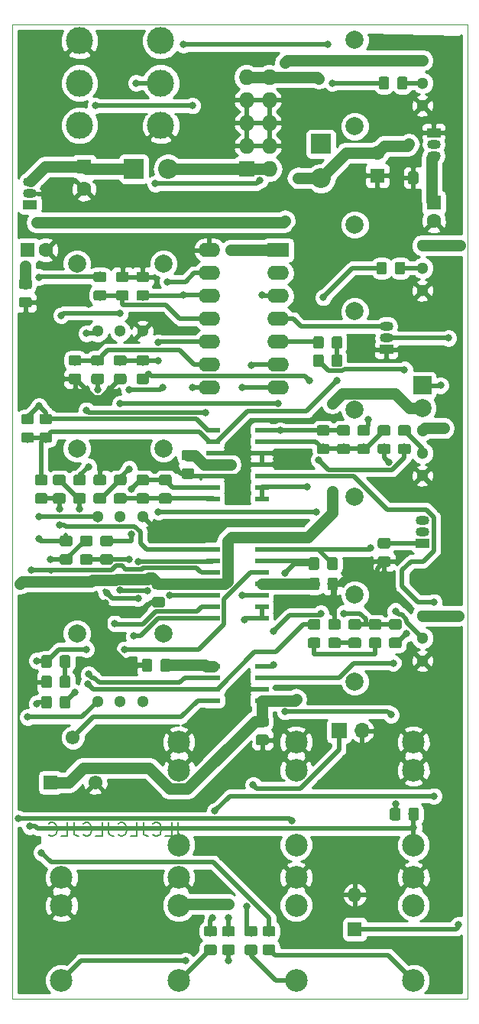
<source format=gbr>
%TF.GenerationSoftware,KiCad,Pcbnew,(5.0.1)-3*%
%TF.CreationDate,2019-09-01T21:44:45+01:00*%
%TF.ProjectId,Tap LFO v2,546170204C464F2076322E6B69636164,rev?*%
%TF.SameCoordinates,Original*%
%TF.FileFunction,Copper,L2,Bot,Signal*%
%TF.FilePolarity,Positive*%
%FSLAX46Y46*%
G04 Gerber Fmt 4.6, Leading zero omitted, Abs format (unit mm)*
G04 Created by KiCad (PCBNEW (5.0.1)-3) date 01/09/2019 21:44:45*
%MOMM*%
%LPD*%
G01*
G04 APERTURE LIST*
%ADD10C,0.100000*%
%ADD11C,0.200000*%
%ADD12C,1.150000*%
%ADD13C,2.000000*%
%ADD14C,1.300000*%
%ADD15C,1.550000*%
%ADD16R,1.550000X1.550000*%
%ADD17C,3.000000*%
%ADD18C,2.500000*%
%ADD19R,2.000000X2.000000*%
%ADD20O,1.727200X1.727200*%
%ADD21R,1.727200X1.727200*%
%ADD22R,2.400000X1.600000*%
%ADD23O,2.400000X1.600000*%
%ADD24C,1.600000*%
%ADD25R,1.600000X1.600000*%
%ADD26O,2.200000X2.200000*%
%ADD27R,2.200000X2.200000*%
%ADD28R,1.500000X0.600000*%
%ADD29R,1.500000X1.050000*%
%ADD30O,1.500000X1.050000*%
%ADD31R,1.550000X0.600000*%
%ADD32O,1.600000X1.600000*%
%ADD33R,1.700000X1.700000*%
%ADD34O,1.700000X1.700000*%
%ADD35C,1.200000*%
%ADD36C,0.800000*%
%ADD37C,1.270000*%
%ADD38C,0.500000*%
%ADD39C,0.254000*%
G04 APERTURE END LIST*
D10*
X70500000Y-20000000D02*
X20000000Y-20000000D01*
X70500000Y-128000000D02*
X70500000Y-20000000D01*
X20000000Y-128000000D02*
X70500000Y-128000000D01*
X20000000Y-20000000D02*
X20000000Y-128000000D01*
D11*
X38428571Y-108428571D02*
X38428571Y-109500000D01*
X38500000Y-109714285D01*
X38642857Y-109857142D01*
X38857142Y-109928571D01*
X39000000Y-109928571D01*
X37000000Y-109928571D02*
X37714285Y-109928571D01*
X37714285Y-108428571D01*
X35642857Y-109785714D02*
X35714285Y-109857142D01*
X35928571Y-109928571D01*
X36071428Y-109928571D01*
X36285714Y-109857142D01*
X36428571Y-109714285D01*
X36500000Y-109571428D01*
X36571428Y-109285714D01*
X36571428Y-109071428D01*
X36500000Y-108785714D01*
X36428571Y-108642857D01*
X36285714Y-108500000D01*
X36071428Y-108428571D01*
X35928571Y-108428571D01*
X35714285Y-108500000D01*
X35642857Y-108571428D01*
X34571428Y-108428571D02*
X34571428Y-109500000D01*
X34642857Y-109714285D01*
X34785714Y-109857142D01*
X35000000Y-109928571D01*
X35142857Y-109928571D01*
X33142857Y-109928571D02*
X33857142Y-109928571D01*
X33857142Y-108428571D01*
X31785714Y-109785714D02*
X31857142Y-109857142D01*
X32071428Y-109928571D01*
X32214285Y-109928571D01*
X32428571Y-109857142D01*
X32571428Y-109714285D01*
X32642857Y-109571428D01*
X32714285Y-109285714D01*
X32714285Y-109071428D01*
X32642857Y-108785714D01*
X32571428Y-108642857D01*
X32428571Y-108500000D01*
X32214285Y-108428571D01*
X32071428Y-108428571D01*
X31857142Y-108500000D01*
X31785714Y-108571428D01*
X30714285Y-108428571D02*
X30714285Y-109500000D01*
X30785714Y-109714285D01*
X30928571Y-109857142D01*
X31142857Y-109928571D01*
X31285714Y-109928571D01*
X29285714Y-109928571D02*
X30000000Y-109928571D01*
X30000000Y-108428571D01*
X27928571Y-109785714D02*
X28000000Y-109857142D01*
X28214285Y-109928571D01*
X28357142Y-109928571D01*
X28571428Y-109857142D01*
X28714285Y-109714285D01*
X28785714Y-109571428D01*
X28857142Y-109285714D01*
X28857142Y-109071428D01*
X28785714Y-108785714D01*
X28714285Y-108642857D01*
X28571428Y-108500000D01*
X28357142Y-108428571D01*
X28214285Y-108428571D01*
X28000000Y-108500000D01*
X27928571Y-108571428D01*
X26857142Y-108428571D02*
X26857142Y-109500000D01*
X26928571Y-109714285D01*
X27071428Y-109857142D01*
X27285714Y-109928571D01*
X27428571Y-109928571D01*
X25428571Y-109928571D02*
X26142857Y-109928571D01*
X26142857Y-108428571D01*
X24071428Y-109785714D02*
X24142857Y-109857142D01*
X24357142Y-109928571D01*
X24500000Y-109928571D01*
X24714285Y-109857142D01*
X24857142Y-109714285D01*
X24928571Y-109571428D01*
X25000000Y-109285714D01*
X25000000Y-109071428D01*
X24928571Y-108785714D01*
X24857142Y-108642857D01*
X24714285Y-108500000D01*
X24500000Y-108428571D01*
X24357142Y-108428571D01*
X24142857Y-108500000D01*
X24071428Y-108571428D01*
D10*
G36*
X53824505Y-79051204D02*
X53848773Y-79054804D01*
X53872572Y-79060765D01*
X53895671Y-79069030D01*
X53917850Y-79079520D01*
X53938893Y-79092132D01*
X53958599Y-79106747D01*
X53976777Y-79123223D01*
X53993253Y-79141401D01*
X54007868Y-79161107D01*
X54020480Y-79182150D01*
X54030970Y-79204329D01*
X54039235Y-79227428D01*
X54045196Y-79251227D01*
X54048796Y-79275495D01*
X54050000Y-79299999D01*
X54050000Y-80200001D01*
X54048796Y-80224505D01*
X54045196Y-80248773D01*
X54039235Y-80272572D01*
X54030970Y-80295671D01*
X54020480Y-80317850D01*
X54007868Y-80338893D01*
X53993253Y-80358599D01*
X53976777Y-80376777D01*
X53958599Y-80393253D01*
X53938893Y-80407868D01*
X53917850Y-80420480D01*
X53895671Y-80430970D01*
X53872572Y-80439235D01*
X53848773Y-80445196D01*
X53824505Y-80448796D01*
X53800001Y-80450000D01*
X53149999Y-80450000D01*
X53125495Y-80448796D01*
X53101227Y-80445196D01*
X53077428Y-80439235D01*
X53054329Y-80430970D01*
X53032150Y-80420480D01*
X53011107Y-80407868D01*
X52991401Y-80393253D01*
X52973223Y-80376777D01*
X52956747Y-80358599D01*
X52942132Y-80338893D01*
X52929520Y-80317850D01*
X52919030Y-80295671D01*
X52910765Y-80272572D01*
X52904804Y-80248773D01*
X52901204Y-80224505D01*
X52900000Y-80200001D01*
X52900000Y-79299999D01*
X52901204Y-79275495D01*
X52904804Y-79251227D01*
X52910765Y-79227428D01*
X52919030Y-79204329D01*
X52929520Y-79182150D01*
X52942132Y-79161107D01*
X52956747Y-79141401D01*
X52973223Y-79123223D01*
X52991401Y-79106747D01*
X53011107Y-79092132D01*
X53032150Y-79079520D01*
X53054329Y-79069030D01*
X53077428Y-79060765D01*
X53101227Y-79054804D01*
X53125495Y-79051204D01*
X53149999Y-79050000D01*
X53800001Y-79050000D01*
X53824505Y-79051204D01*
X53824505Y-79051204D01*
G37*
D12*
X53475000Y-79750000D03*
D10*
G36*
X55874505Y-79051204D02*
X55898773Y-79054804D01*
X55922572Y-79060765D01*
X55945671Y-79069030D01*
X55967850Y-79079520D01*
X55988893Y-79092132D01*
X56008599Y-79106747D01*
X56026777Y-79123223D01*
X56043253Y-79141401D01*
X56057868Y-79161107D01*
X56070480Y-79182150D01*
X56080970Y-79204329D01*
X56089235Y-79227428D01*
X56095196Y-79251227D01*
X56098796Y-79275495D01*
X56100000Y-79299999D01*
X56100000Y-80200001D01*
X56098796Y-80224505D01*
X56095196Y-80248773D01*
X56089235Y-80272572D01*
X56080970Y-80295671D01*
X56070480Y-80317850D01*
X56057868Y-80338893D01*
X56043253Y-80358599D01*
X56026777Y-80376777D01*
X56008599Y-80393253D01*
X55988893Y-80407868D01*
X55967850Y-80420480D01*
X55945671Y-80430970D01*
X55922572Y-80439235D01*
X55898773Y-80445196D01*
X55874505Y-80448796D01*
X55850001Y-80450000D01*
X55199999Y-80450000D01*
X55175495Y-80448796D01*
X55151227Y-80445196D01*
X55127428Y-80439235D01*
X55104329Y-80430970D01*
X55082150Y-80420480D01*
X55061107Y-80407868D01*
X55041401Y-80393253D01*
X55023223Y-80376777D01*
X55006747Y-80358599D01*
X54992132Y-80338893D01*
X54979520Y-80317850D01*
X54969030Y-80295671D01*
X54960765Y-80272572D01*
X54954804Y-80248773D01*
X54951204Y-80224505D01*
X54950000Y-80200001D01*
X54950000Y-79299999D01*
X54951204Y-79275495D01*
X54954804Y-79251227D01*
X54960765Y-79227428D01*
X54969030Y-79204329D01*
X54979520Y-79182150D01*
X54992132Y-79161107D01*
X55006747Y-79141401D01*
X55023223Y-79123223D01*
X55041401Y-79106747D01*
X55061107Y-79092132D01*
X55082150Y-79079520D01*
X55104329Y-79069030D01*
X55127428Y-79060765D01*
X55151227Y-79054804D01*
X55175495Y-79051204D01*
X55199999Y-79050000D01*
X55850001Y-79050000D01*
X55874505Y-79051204D01*
X55874505Y-79051204D01*
G37*
D12*
X55525000Y-79750000D03*
D13*
X58000000Y-42200000D03*
X58000000Y-51800000D03*
D14*
X65500000Y-44500000D03*
X65500000Y-47000000D03*
X65500000Y-49500000D03*
D10*
G36*
X37474505Y-69901204D02*
X37498773Y-69904804D01*
X37522572Y-69910765D01*
X37545671Y-69919030D01*
X37567850Y-69929520D01*
X37588893Y-69942132D01*
X37608599Y-69956747D01*
X37626777Y-69973223D01*
X37643253Y-69991401D01*
X37657868Y-70011107D01*
X37670480Y-70032150D01*
X37680970Y-70054329D01*
X37689235Y-70077428D01*
X37695196Y-70101227D01*
X37698796Y-70125495D01*
X37700000Y-70149999D01*
X37700000Y-70800001D01*
X37698796Y-70824505D01*
X37695196Y-70848773D01*
X37689235Y-70872572D01*
X37680970Y-70895671D01*
X37670480Y-70917850D01*
X37657868Y-70938893D01*
X37643253Y-70958599D01*
X37626777Y-70976777D01*
X37608599Y-70993253D01*
X37588893Y-71007868D01*
X37567850Y-71020480D01*
X37545671Y-71030970D01*
X37522572Y-71039235D01*
X37498773Y-71045196D01*
X37474505Y-71048796D01*
X37450001Y-71050000D01*
X36549999Y-71050000D01*
X36525495Y-71048796D01*
X36501227Y-71045196D01*
X36477428Y-71039235D01*
X36454329Y-71030970D01*
X36432150Y-71020480D01*
X36411107Y-71007868D01*
X36391401Y-70993253D01*
X36373223Y-70976777D01*
X36356747Y-70958599D01*
X36342132Y-70938893D01*
X36329520Y-70917850D01*
X36319030Y-70895671D01*
X36310765Y-70872572D01*
X36304804Y-70848773D01*
X36301204Y-70824505D01*
X36300000Y-70800001D01*
X36300000Y-70149999D01*
X36301204Y-70125495D01*
X36304804Y-70101227D01*
X36310765Y-70077428D01*
X36319030Y-70054329D01*
X36329520Y-70032150D01*
X36342132Y-70011107D01*
X36356747Y-69991401D01*
X36373223Y-69973223D01*
X36391401Y-69956747D01*
X36411107Y-69942132D01*
X36432150Y-69929520D01*
X36454329Y-69919030D01*
X36477428Y-69910765D01*
X36501227Y-69904804D01*
X36525495Y-69901204D01*
X36549999Y-69900000D01*
X37450001Y-69900000D01*
X37474505Y-69901204D01*
X37474505Y-69901204D01*
G37*
D12*
X37000000Y-70475000D03*
D10*
G36*
X37474505Y-71951204D02*
X37498773Y-71954804D01*
X37522572Y-71960765D01*
X37545671Y-71969030D01*
X37567850Y-71979520D01*
X37588893Y-71992132D01*
X37608599Y-72006747D01*
X37626777Y-72023223D01*
X37643253Y-72041401D01*
X37657868Y-72061107D01*
X37670480Y-72082150D01*
X37680970Y-72104329D01*
X37689235Y-72127428D01*
X37695196Y-72151227D01*
X37698796Y-72175495D01*
X37700000Y-72199999D01*
X37700000Y-72850001D01*
X37698796Y-72874505D01*
X37695196Y-72898773D01*
X37689235Y-72922572D01*
X37680970Y-72945671D01*
X37670480Y-72967850D01*
X37657868Y-72988893D01*
X37643253Y-73008599D01*
X37626777Y-73026777D01*
X37608599Y-73043253D01*
X37588893Y-73057868D01*
X37567850Y-73070480D01*
X37545671Y-73080970D01*
X37522572Y-73089235D01*
X37498773Y-73095196D01*
X37474505Y-73098796D01*
X37450001Y-73100000D01*
X36549999Y-73100000D01*
X36525495Y-73098796D01*
X36501227Y-73095196D01*
X36477428Y-73089235D01*
X36454329Y-73080970D01*
X36432150Y-73070480D01*
X36411107Y-73057868D01*
X36391401Y-73043253D01*
X36373223Y-73026777D01*
X36356747Y-73008599D01*
X36342132Y-72988893D01*
X36329520Y-72967850D01*
X36319030Y-72945671D01*
X36310765Y-72922572D01*
X36304804Y-72898773D01*
X36301204Y-72874505D01*
X36300000Y-72850001D01*
X36300000Y-72199999D01*
X36301204Y-72175495D01*
X36304804Y-72151227D01*
X36310765Y-72127428D01*
X36319030Y-72104329D01*
X36329520Y-72082150D01*
X36342132Y-72061107D01*
X36356747Y-72041401D01*
X36373223Y-72023223D01*
X36391401Y-72006747D01*
X36411107Y-71992132D01*
X36432150Y-71979520D01*
X36454329Y-71969030D01*
X36477428Y-71960765D01*
X36501227Y-71954804D01*
X36525495Y-71951204D01*
X36549999Y-71950000D01*
X37450001Y-71950000D01*
X37474505Y-71951204D01*
X37474505Y-71951204D01*
G37*
D12*
X37000000Y-72525000D03*
D14*
X29500000Y-74500000D03*
X32000000Y-74500000D03*
X34500000Y-74500000D03*
D13*
X27200000Y-67000000D03*
X36800000Y-67000000D03*
D10*
G36*
X46974505Y-121951204D02*
X46998773Y-121954804D01*
X47022572Y-121960765D01*
X47045671Y-121969030D01*
X47067850Y-121979520D01*
X47088893Y-121992132D01*
X47108599Y-122006747D01*
X47126777Y-122023223D01*
X47143253Y-122041401D01*
X47157868Y-122061107D01*
X47170480Y-122082150D01*
X47180970Y-122104329D01*
X47189235Y-122127428D01*
X47195196Y-122151227D01*
X47198796Y-122175495D01*
X47200000Y-122199999D01*
X47200000Y-122850001D01*
X47198796Y-122874505D01*
X47195196Y-122898773D01*
X47189235Y-122922572D01*
X47180970Y-122945671D01*
X47170480Y-122967850D01*
X47157868Y-122988893D01*
X47143253Y-123008599D01*
X47126777Y-123026777D01*
X47108599Y-123043253D01*
X47088893Y-123057868D01*
X47067850Y-123070480D01*
X47045671Y-123080970D01*
X47022572Y-123089235D01*
X46998773Y-123095196D01*
X46974505Y-123098796D01*
X46950001Y-123100000D01*
X46049999Y-123100000D01*
X46025495Y-123098796D01*
X46001227Y-123095196D01*
X45977428Y-123089235D01*
X45954329Y-123080970D01*
X45932150Y-123070480D01*
X45911107Y-123057868D01*
X45891401Y-123043253D01*
X45873223Y-123026777D01*
X45856747Y-123008599D01*
X45842132Y-122988893D01*
X45829520Y-122967850D01*
X45819030Y-122945671D01*
X45810765Y-122922572D01*
X45804804Y-122898773D01*
X45801204Y-122874505D01*
X45800000Y-122850001D01*
X45800000Y-122199999D01*
X45801204Y-122175495D01*
X45804804Y-122151227D01*
X45810765Y-122127428D01*
X45819030Y-122104329D01*
X45829520Y-122082150D01*
X45842132Y-122061107D01*
X45856747Y-122041401D01*
X45873223Y-122023223D01*
X45891401Y-122006747D01*
X45911107Y-121992132D01*
X45932150Y-121979520D01*
X45954329Y-121969030D01*
X45977428Y-121960765D01*
X46001227Y-121954804D01*
X46025495Y-121951204D01*
X46049999Y-121950000D01*
X46950001Y-121950000D01*
X46974505Y-121951204D01*
X46974505Y-121951204D01*
G37*
D12*
X46500000Y-122525000D03*
D10*
G36*
X46974505Y-119901204D02*
X46998773Y-119904804D01*
X47022572Y-119910765D01*
X47045671Y-119919030D01*
X47067850Y-119929520D01*
X47088893Y-119942132D01*
X47108599Y-119956747D01*
X47126777Y-119973223D01*
X47143253Y-119991401D01*
X47157868Y-120011107D01*
X47170480Y-120032150D01*
X47180970Y-120054329D01*
X47189235Y-120077428D01*
X47195196Y-120101227D01*
X47198796Y-120125495D01*
X47200000Y-120149999D01*
X47200000Y-120800001D01*
X47198796Y-120824505D01*
X47195196Y-120848773D01*
X47189235Y-120872572D01*
X47180970Y-120895671D01*
X47170480Y-120917850D01*
X47157868Y-120938893D01*
X47143253Y-120958599D01*
X47126777Y-120976777D01*
X47108599Y-120993253D01*
X47088893Y-121007868D01*
X47067850Y-121020480D01*
X47045671Y-121030970D01*
X47022572Y-121039235D01*
X46998773Y-121045196D01*
X46974505Y-121048796D01*
X46950001Y-121050000D01*
X46049999Y-121050000D01*
X46025495Y-121048796D01*
X46001227Y-121045196D01*
X45977428Y-121039235D01*
X45954329Y-121030970D01*
X45932150Y-121020480D01*
X45911107Y-121007868D01*
X45891401Y-120993253D01*
X45873223Y-120976777D01*
X45856747Y-120958599D01*
X45842132Y-120938893D01*
X45829520Y-120917850D01*
X45819030Y-120895671D01*
X45810765Y-120872572D01*
X45804804Y-120848773D01*
X45801204Y-120824505D01*
X45800000Y-120800001D01*
X45800000Y-120149999D01*
X45801204Y-120125495D01*
X45804804Y-120101227D01*
X45810765Y-120077428D01*
X45819030Y-120054329D01*
X45829520Y-120032150D01*
X45842132Y-120011107D01*
X45856747Y-119991401D01*
X45873223Y-119973223D01*
X45891401Y-119956747D01*
X45911107Y-119942132D01*
X45932150Y-119929520D01*
X45954329Y-119919030D01*
X45977428Y-119910765D01*
X46001227Y-119904804D01*
X46025495Y-119901204D01*
X46049999Y-119900000D01*
X46950001Y-119900000D01*
X46974505Y-119901204D01*
X46974505Y-119901204D01*
G37*
D12*
X46500000Y-120475000D03*
D14*
X65500000Y-90500000D03*
X65500000Y-88000000D03*
X65500000Y-85500000D03*
D13*
X58000000Y-92800000D03*
X58000000Y-83200000D03*
D15*
X26750000Y-99000000D03*
D16*
X24250000Y-104000000D03*
D15*
X29250000Y-104000000D03*
D10*
G36*
X24188698Y-89893242D02*
X24212966Y-89896842D01*
X24236765Y-89902803D01*
X24259864Y-89911068D01*
X24282043Y-89921558D01*
X24303086Y-89934170D01*
X24322792Y-89948785D01*
X24340970Y-89965261D01*
X24357446Y-89983439D01*
X24372061Y-90003145D01*
X24384673Y-90024188D01*
X24395163Y-90046367D01*
X24403428Y-90069466D01*
X24409389Y-90093265D01*
X24412989Y-90117533D01*
X24414193Y-90142037D01*
X24414193Y-91042039D01*
X24412989Y-91066543D01*
X24409389Y-91090811D01*
X24403428Y-91114610D01*
X24395163Y-91137709D01*
X24384673Y-91159888D01*
X24372061Y-91180931D01*
X24357446Y-91200637D01*
X24340970Y-91218815D01*
X24322792Y-91235291D01*
X24303086Y-91249906D01*
X24282043Y-91262518D01*
X24259864Y-91273008D01*
X24236765Y-91281273D01*
X24212966Y-91287234D01*
X24188698Y-91290834D01*
X24164194Y-91292038D01*
X23514192Y-91292038D01*
X23489688Y-91290834D01*
X23465420Y-91287234D01*
X23441621Y-91281273D01*
X23418522Y-91273008D01*
X23396343Y-91262518D01*
X23375300Y-91249906D01*
X23355594Y-91235291D01*
X23337416Y-91218815D01*
X23320940Y-91200637D01*
X23306325Y-91180931D01*
X23293713Y-91159888D01*
X23283223Y-91137709D01*
X23274958Y-91114610D01*
X23268997Y-91090811D01*
X23265397Y-91066543D01*
X23264193Y-91042039D01*
X23264193Y-90142037D01*
X23265397Y-90117533D01*
X23268997Y-90093265D01*
X23274958Y-90069466D01*
X23283223Y-90046367D01*
X23293713Y-90024188D01*
X23306325Y-90003145D01*
X23320940Y-89983439D01*
X23337416Y-89965261D01*
X23355594Y-89948785D01*
X23375300Y-89934170D01*
X23396343Y-89921558D01*
X23418522Y-89911068D01*
X23441621Y-89902803D01*
X23465420Y-89896842D01*
X23489688Y-89893242D01*
X23514192Y-89892038D01*
X24164194Y-89892038D01*
X24188698Y-89893242D01*
X24188698Y-89893242D01*
G37*
D12*
X23839193Y-90592038D03*
D10*
G36*
X26238698Y-89893242D02*
X26262966Y-89896842D01*
X26286765Y-89902803D01*
X26309864Y-89911068D01*
X26332043Y-89921558D01*
X26353086Y-89934170D01*
X26372792Y-89948785D01*
X26390970Y-89965261D01*
X26407446Y-89983439D01*
X26422061Y-90003145D01*
X26434673Y-90024188D01*
X26445163Y-90046367D01*
X26453428Y-90069466D01*
X26459389Y-90093265D01*
X26462989Y-90117533D01*
X26464193Y-90142037D01*
X26464193Y-91042039D01*
X26462989Y-91066543D01*
X26459389Y-91090811D01*
X26453428Y-91114610D01*
X26445163Y-91137709D01*
X26434673Y-91159888D01*
X26422061Y-91180931D01*
X26407446Y-91200637D01*
X26390970Y-91218815D01*
X26372792Y-91235291D01*
X26353086Y-91249906D01*
X26332043Y-91262518D01*
X26309864Y-91273008D01*
X26286765Y-91281273D01*
X26262966Y-91287234D01*
X26238698Y-91290834D01*
X26214194Y-91292038D01*
X25564192Y-91292038D01*
X25539688Y-91290834D01*
X25515420Y-91287234D01*
X25491621Y-91281273D01*
X25468522Y-91273008D01*
X25446343Y-91262518D01*
X25425300Y-91249906D01*
X25405594Y-91235291D01*
X25387416Y-91218815D01*
X25370940Y-91200637D01*
X25356325Y-91180931D01*
X25343713Y-91159888D01*
X25333223Y-91137709D01*
X25324958Y-91114610D01*
X25318997Y-91090811D01*
X25315397Y-91066543D01*
X25314193Y-91042039D01*
X25314193Y-90142037D01*
X25315397Y-90117533D01*
X25318997Y-90093265D01*
X25324958Y-90069466D01*
X25333223Y-90046367D01*
X25343713Y-90024188D01*
X25356325Y-90003145D01*
X25370940Y-89983439D01*
X25387416Y-89965261D01*
X25405594Y-89948785D01*
X25425300Y-89934170D01*
X25446343Y-89921558D01*
X25468522Y-89911068D01*
X25491621Y-89902803D01*
X25515420Y-89896842D01*
X25539688Y-89893242D01*
X25564192Y-89892038D01*
X26214194Y-89892038D01*
X26238698Y-89893242D01*
X26238698Y-89893242D01*
G37*
D12*
X25889193Y-90592038D03*
D10*
G36*
X60724505Y-85901204D02*
X60748773Y-85904804D01*
X60772572Y-85910765D01*
X60795671Y-85919030D01*
X60817850Y-85929520D01*
X60838893Y-85942132D01*
X60858599Y-85956747D01*
X60876777Y-85973223D01*
X60893253Y-85991401D01*
X60907868Y-86011107D01*
X60920480Y-86032150D01*
X60930970Y-86054329D01*
X60939235Y-86077428D01*
X60945196Y-86101227D01*
X60948796Y-86125495D01*
X60950000Y-86149999D01*
X60950000Y-86800001D01*
X60948796Y-86824505D01*
X60945196Y-86848773D01*
X60939235Y-86872572D01*
X60930970Y-86895671D01*
X60920480Y-86917850D01*
X60907868Y-86938893D01*
X60893253Y-86958599D01*
X60876777Y-86976777D01*
X60858599Y-86993253D01*
X60838893Y-87007868D01*
X60817850Y-87020480D01*
X60795671Y-87030970D01*
X60772572Y-87039235D01*
X60748773Y-87045196D01*
X60724505Y-87048796D01*
X60700001Y-87050000D01*
X59799999Y-87050000D01*
X59775495Y-87048796D01*
X59751227Y-87045196D01*
X59727428Y-87039235D01*
X59704329Y-87030970D01*
X59682150Y-87020480D01*
X59661107Y-87007868D01*
X59641401Y-86993253D01*
X59623223Y-86976777D01*
X59606747Y-86958599D01*
X59592132Y-86938893D01*
X59579520Y-86917850D01*
X59569030Y-86895671D01*
X59560765Y-86872572D01*
X59554804Y-86848773D01*
X59551204Y-86824505D01*
X59550000Y-86800001D01*
X59550000Y-86149999D01*
X59551204Y-86125495D01*
X59554804Y-86101227D01*
X59560765Y-86077428D01*
X59569030Y-86054329D01*
X59579520Y-86032150D01*
X59592132Y-86011107D01*
X59606747Y-85991401D01*
X59623223Y-85973223D01*
X59641401Y-85956747D01*
X59661107Y-85942132D01*
X59682150Y-85929520D01*
X59704329Y-85919030D01*
X59727428Y-85910765D01*
X59751227Y-85904804D01*
X59775495Y-85901204D01*
X59799999Y-85900000D01*
X60700001Y-85900000D01*
X60724505Y-85901204D01*
X60724505Y-85901204D01*
G37*
D12*
X60250000Y-86475000D03*
D10*
G36*
X60724505Y-87951204D02*
X60748773Y-87954804D01*
X60772572Y-87960765D01*
X60795671Y-87969030D01*
X60817850Y-87979520D01*
X60838893Y-87992132D01*
X60858599Y-88006747D01*
X60876777Y-88023223D01*
X60893253Y-88041401D01*
X60907868Y-88061107D01*
X60920480Y-88082150D01*
X60930970Y-88104329D01*
X60939235Y-88127428D01*
X60945196Y-88151227D01*
X60948796Y-88175495D01*
X60950000Y-88199999D01*
X60950000Y-88850001D01*
X60948796Y-88874505D01*
X60945196Y-88898773D01*
X60939235Y-88922572D01*
X60930970Y-88945671D01*
X60920480Y-88967850D01*
X60907868Y-88988893D01*
X60893253Y-89008599D01*
X60876777Y-89026777D01*
X60858599Y-89043253D01*
X60838893Y-89057868D01*
X60817850Y-89070480D01*
X60795671Y-89080970D01*
X60772572Y-89089235D01*
X60748773Y-89095196D01*
X60724505Y-89098796D01*
X60700001Y-89100000D01*
X59799999Y-89100000D01*
X59775495Y-89098796D01*
X59751227Y-89095196D01*
X59727428Y-89089235D01*
X59704329Y-89080970D01*
X59682150Y-89070480D01*
X59661107Y-89057868D01*
X59641401Y-89043253D01*
X59623223Y-89026777D01*
X59606747Y-89008599D01*
X59592132Y-88988893D01*
X59579520Y-88967850D01*
X59569030Y-88945671D01*
X59560765Y-88922572D01*
X59554804Y-88898773D01*
X59551204Y-88874505D01*
X59550000Y-88850001D01*
X59550000Y-88199999D01*
X59551204Y-88175495D01*
X59554804Y-88151227D01*
X59560765Y-88127428D01*
X59569030Y-88104329D01*
X59579520Y-88082150D01*
X59592132Y-88061107D01*
X59606747Y-88041401D01*
X59623223Y-88023223D01*
X59641401Y-88006747D01*
X59661107Y-87992132D01*
X59682150Y-87979520D01*
X59704329Y-87969030D01*
X59727428Y-87960765D01*
X59751227Y-87954804D01*
X59775495Y-87951204D01*
X59799999Y-87950000D01*
X60700001Y-87950000D01*
X60724505Y-87951204D01*
X60724505Y-87951204D01*
G37*
D12*
X60250000Y-88525000D03*
D10*
G36*
X53974505Y-87951204D02*
X53998773Y-87954804D01*
X54022572Y-87960765D01*
X54045671Y-87969030D01*
X54067850Y-87979520D01*
X54088893Y-87992132D01*
X54108599Y-88006747D01*
X54126777Y-88023223D01*
X54143253Y-88041401D01*
X54157868Y-88061107D01*
X54170480Y-88082150D01*
X54180970Y-88104329D01*
X54189235Y-88127428D01*
X54195196Y-88151227D01*
X54198796Y-88175495D01*
X54200000Y-88199999D01*
X54200000Y-88850001D01*
X54198796Y-88874505D01*
X54195196Y-88898773D01*
X54189235Y-88922572D01*
X54180970Y-88945671D01*
X54170480Y-88967850D01*
X54157868Y-88988893D01*
X54143253Y-89008599D01*
X54126777Y-89026777D01*
X54108599Y-89043253D01*
X54088893Y-89057868D01*
X54067850Y-89070480D01*
X54045671Y-89080970D01*
X54022572Y-89089235D01*
X53998773Y-89095196D01*
X53974505Y-89098796D01*
X53950001Y-89100000D01*
X53049999Y-89100000D01*
X53025495Y-89098796D01*
X53001227Y-89095196D01*
X52977428Y-89089235D01*
X52954329Y-89080970D01*
X52932150Y-89070480D01*
X52911107Y-89057868D01*
X52891401Y-89043253D01*
X52873223Y-89026777D01*
X52856747Y-89008599D01*
X52842132Y-88988893D01*
X52829520Y-88967850D01*
X52819030Y-88945671D01*
X52810765Y-88922572D01*
X52804804Y-88898773D01*
X52801204Y-88874505D01*
X52800000Y-88850001D01*
X52800000Y-88199999D01*
X52801204Y-88175495D01*
X52804804Y-88151227D01*
X52810765Y-88127428D01*
X52819030Y-88104329D01*
X52829520Y-88082150D01*
X52842132Y-88061107D01*
X52856747Y-88041401D01*
X52873223Y-88023223D01*
X52891401Y-88006747D01*
X52911107Y-87992132D01*
X52932150Y-87979520D01*
X52954329Y-87969030D01*
X52977428Y-87960765D01*
X53001227Y-87954804D01*
X53025495Y-87951204D01*
X53049999Y-87950000D01*
X53950001Y-87950000D01*
X53974505Y-87951204D01*
X53974505Y-87951204D01*
G37*
D12*
X53500000Y-88525000D03*
D10*
G36*
X53974505Y-85901204D02*
X53998773Y-85904804D01*
X54022572Y-85910765D01*
X54045671Y-85919030D01*
X54067850Y-85929520D01*
X54088893Y-85942132D01*
X54108599Y-85956747D01*
X54126777Y-85973223D01*
X54143253Y-85991401D01*
X54157868Y-86011107D01*
X54170480Y-86032150D01*
X54180970Y-86054329D01*
X54189235Y-86077428D01*
X54195196Y-86101227D01*
X54198796Y-86125495D01*
X54200000Y-86149999D01*
X54200000Y-86800001D01*
X54198796Y-86824505D01*
X54195196Y-86848773D01*
X54189235Y-86872572D01*
X54180970Y-86895671D01*
X54170480Y-86917850D01*
X54157868Y-86938893D01*
X54143253Y-86958599D01*
X54126777Y-86976777D01*
X54108599Y-86993253D01*
X54088893Y-87007868D01*
X54067850Y-87020480D01*
X54045671Y-87030970D01*
X54022572Y-87039235D01*
X53998773Y-87045196D01*
X53974505Y-87048796D01*
X53950001Y-87050000D01*
X53049999Y-87050000D01*
X53025495Y-87048796D01*
X53001227Y-87045196D01*
X52977428Y-87039235D01*
X52954329Y-87030970D01*
X52932150Y-87020480D01*
X52911107Y-87007868D01*
X52891401Y-86993253D01*
X52873223Y-86976777D01*
X52856747Y-86958599D01*
X52842132Y-86938893D01*
X52829520Y-86917850D01*
X52819030Y-86895671D01*
X52810765Y-86872572D01*
X52804804Y-86848773D01*
X52801204Y-86824505D01*
X52800000Y-86800001D01*
X52800000Y-86149999D01*
X52801204Y-86125495D01*
X52804804Y-86101227D01*
X52810765Y-86077428D01*
X52819030Y-86054329D01*
X52829520Y-86032150D01*
X52842132Y-86011107D01*
X52856747Y-85991401D01*
X52873223Y-85973223D01*
X52891401Y-85956747D01*
X52911107Y-85942132D01*
X52932150Y-85929520D01*
X52954329Y-85919030D01*
X52977428Y-85910765D01*
X53001227Y-85904804D01*
X53025495Y-85901204D01*
X53049999Y-85900000D01*
X53950001Y-85900000D01*
X53974505Y-85901204D01*
X53974505Y-85901204D01*
G37*
D12*
X53500000Y-86475000D03*
D10*
G36*
X58474505Y-85901204D02*
X58498773Y-85904804D01*
X58522572Y-85910765D01*
X58545671Y-85919030D01*
X58567850Y-85929520D01*
X58588893Y-85942132D01*
X58608599Y-85956747D01*
X58626777Y-85973223D01*
X58643253Y-85991401D01*
X58657868Y-86011107D01*
X58670480Y-86032150D01*
X58680970Y-86054329D01*
X58689235Y-86077428D01*
X58695196Y-86101227D01*
X58698796Y-86125495D01*
X58700000Y-86149999D01*
X58700000Y-86800001D01*
X58698796Y-86824505D01*
X58695196Y-86848773D01*
X58689235Y-86872572D01*
X58680970Y-86895671D01*
X58670480Y-86917850D01*
X58657868Y-86938893D01*
X58643253Y-86958599D01*
X58626777Y-86976777D01*
X58608599Y-86993253D01*
X58588893Y-87007868D01*
X58567850Y-87020480D01*
X58545671Y-87030970D01*
X58522572Y-87039235D01*
X58498773Y-87045196D01*
X58474505Y-87048796D01*
X58450001Y-87050000D01*
X57549999Y-87050000D01*
X57525495Y-87048796D01*
X57501227Y-87045196D01*
X57477428Y-87039235D01*
X57454329Y-87030970D01*
X57432150Y-87020480D01*
X57411107Y-87007868D01*
X57391401Y-86993253D01*
X57373223Y-86976777D01*
X57356747Y-86958599D01*
X57342132Y-86938893D01*
X57329520Y-86917850D01*
X57319030Y-86895671D01*
X57310765Y-86872572D01*
X57304804Y-86848773D01*
X57301204Y-86824505D01*
X57300000Y-86800001D01*
X57300000Y-86149999D01*
X57301204Y-86125495D01*
X57304804Y-86101227D01*
X57310765Y-86077428D01*
X57319030Y-86054329D01*
X57329520Y-86032150D01*
X57342132Y-86011107D01*
X57356747Y-85991401D01*
X57373223Y-85973223D01*
X57391401Y-85956747D01*
X57411107Y-85942132D01*
X57432150Y-85929520D01*
X57454329Y-85919030D01*
X57477428Y-85910765D01*
X57501227Y-85904804D01*
X57525495Y-85901204D01*
X57549999Y-85900000D01*
X58450001Y-85900000D01*
X58474505Y-85901204D01*
X58474505Y-85901204D01*
G37*
D12*
X58000000Y-86475000D03*
D10*
G36*
X58474505Y-87951204D02*
X58498773Y-87954804D01*
X58522572Y-87960765D01*
X58545671Y-87969030D01*
X58567850Y-87979520D01*
X58588893Y-87992132D01*
X58608599Y-88006747D01*
X58626777Y-88023223D01*
X58643253Y-88041401D01*
X58657868Y-88061107D01*
X58670480Y-88082150D01*
X58680970Y-88104329D01*
X58689235Y-88127428D01*
X58695196Y-88151227D01*
X58698796Y-88175495D01*
X58700000Y-88199999D01*
X58700000Y-88850001D01*
X58698796Y-88874505D01*
X58695196Y-88898773D01*
X58689235Y-88922572D01*
X58680970Y-88945671D01*
X58670480Y-88967850D01*
X58657868Y-88988893D01*
X58643253Y-89008599D01*
X58626777Y-89026777D01*
X58608599Y-89043253D01*
X58588893Y-89057868D01*
X58567850Y-89070480D01*
X58545671Y-89080970D01*
X58522572Y-89089235D01*
X58498773Y-89095196D01*
X58474505Y-89098796D01*
X58450001Y-89100000D01*
X57549999Y-89100000D01*
X57525495Y-89098796D01*
X57501227Y-89095196D01*
X57477428Y-89089235D01*
X57454329Y-89080970D01*
X57432150Y-89070480D01*
X57411107Y-89057868D01*
X57391401Y-89043253D01*
X57373223Y-89026777D01*
X57356747Y-89008599D01*
X57342132Y-88988893D01*
X57329520Y-88967850D01*
X57319030Y-88945671D01*
X57310765Y-88922572D01*
X57304804Y-88898773D01*
X57301204Y-88874505D01*
X57300000Y-88850001D01*
X57300000Y-88199999D01*
X57301204Y-88175495D01*
X57304804Y-88151227D01*
X57310765Y-88127428D01*
X57319030Y-88104329D01*
X57329520Y-88082150D01*
X57342132Y-88061107D01*
X57356747Y-88041401D01*
X57373223Y-88023223D01*
X57391401Y-88006747D01*
X57411107Y-87992132D01*
X57432150Y-87979520D01*
X57454329Y-87969030D01*
X57477428Y-87960765D01*
X57501227Y-87954804D01*
X57525495Y-87951204D01*
X57549999Y-87950000D01*
X58450001Y-87950000D01*
X58474505Y-87951204D01*
X58474505Y-87951204D01*
G37*
D12*
X58000000Y-88525000D03*
D10*
G36*
X48974505Y-121951204D02*
X48998773Y-121954804D01*
X49022572Y-121960765D01*
X49045671Y-121969030D01*
X49067850Y-121979520D01*
X49088893Y-121992132D01*
X49108599Y-122006747D01*
X49126777Y-122023223D01*
X49143253Y-122041401D01*
X49157868Y-122061107D01*
X49170480Y-122082150D01*
X49180970Y-122104329D01*
X49189235Y-122127428D01*
X49195196Y-122151227D01*
X49198796Y-122175495D01*
X49200000Y-122199999D01*
X49200000Y-122850001D01*
X49198796Y-122874505D01*
X49195196Y-122898773D01*
X49189235Y-122922572D01*
X49180970Y-122945671D01*
X49170480Y-122967850D01*
X49157868Y-122988893D01*
X49143253Y-123008599D01*
X49126777Y-123026777D01*
X49108599Y-123043253D01*
X49088893Y-123057868D01*
X49067850Y-123070480D01*
X49045671Y-123080970D01*
X49022572Y-123089235D01*
X48998773Y-123095196D01*
X48974505Y-123098796D01*
X48950001Y-123100000D01*
X48049999Y-123100000D01*
X48025495Y-123098796D01*
X48001227Y-123095196D01*
X47977428Y-123089235D01*
X47954329Y-123080970D01*
X47932150Y-123070480D01*
X47911107Y-123057868D01*
X47891401Y-123043253D01*
X47873223Y-123026777D01*
X47856747Y-123008599D01*
X47842132Y-122988893D01*
X47829520Y-122967850D01*
X47819030Y-122945671D01*
X47810765Y-122922572D01*
X47804804Y-122898773D01*
X47801204Y-122874505D01*
X47800000Y-122850001D01*
X47800000Y-122199999D01*
X47801204Y-122175495D01*
X47804804Y-122151227D01*
X47810765Y-122127428D01*
X47819030Y-122104329D01*
X47829520Y-122082150D01*
X47842132Y-122061107D01*
X47856747Y-122041401D01*
X47873223Y-122023223D01*
X47891401Y-122006747D01*
X47911107Y-121992132D01*
X47932150Y-121979520D01*
X47954329Y-121969030D01*
X47977428Y-121960765D01*
X48001227Y-121954804D01*
X48025495Y-121951204D01*
X48049999Y-121950000D01*
X48950001Y-121950000D01*
X48974505Y-121951204D01*
X48974505Y-121951204D01*
G37*
D12*
X48500000Y-122525000D03*
D10*
G36*
X48974505Y-119901204D02*
X48998773Y-119904804D01*
X49022572Y-119910765D01*
X49045671Y-119919030D01*
X49067850Y-119929520D01*
X49088893Y-119942132D01*
X49108599Y-119956747D01*
X49126777Y-119973223D01*
X49143253Y-119991401D01*
X49157868Y-120011107D01*
X49170480Y-120032150D01*
X49180970Y-120054329D01*
X49189235Y-120077428D01*
X49195196Y-120101227D01*
X49198796Y-120125495D01*
X49200000Y-120149999D01*
X49200000Y-120800001D01*
X49198796Y-120824505D01*
X49195196Y-120848773D01*
X49189235Y-120872572D01*
X49180970Y-120895671D01*
X49170480Y-120917850D01*
X49157868Y-120938893D01*
X49143253Y-120958599D01*
X49126777Y-120976777D01*
X49108599Y-120993253D01*
X49088893Y-121007868D01*
X49067850Y-121020480D01*
X49045671Y-121030970D01*
X49022572Y-121039235D01*
X48998773Y-121045196D01*
X48974505Y-121048796D01*
X48950001Y-121050000D01*
X48049999Y-121050000D01*
X48025495Y-121048796D01*
X48001227Y-121045196D01*
X47977428Y-121039235D01*
X47954329Y-121030970D01*
X47932150Y-121020480D01*
X47911107Y-121007868D01*
X47891401Y-120993253D01*
X47873223Y-120976777D01*
X47856747Y-120958599D01*
X47842132Y-120938893D01*
X47829520Y-120917850D01*
X47819030Y-120895671D01*
X47810765Y-120872572D01*
X47804804Y-120848773D01*
X47801204Y-120824505D01*
X47800000Y-120800001D01*
X47800000Y-120149999D01*
X47801204Y-120125495D01*
X47804804Y-120101227D01*
X47810765Y-120077428D01*
X47819030Y-120054329D01*
X47829520Y-120032150D01*
X47842132Y-120011107D01*
X47856747Y-119991401D01*
X47873223Y-119973223D01*
X47891401Y-119956747D01*
X47911107Y-119942132D01*
X47932150Y-119929520D01*
X47954329Y-119919030D01*
X47977428Y-119910765D01*
X48001227Y-119904804D01*
X48025495Y-119901204D01*
X48049999Y-119900000D01*
X48950001Y-119900000D01*
X48974505Y-119901204D01*
X48974505Y-119901204D01*
G37*
D12*
X48500000Y-120475000D03*
D17*
X27500000Y-31200000D03*
X27500000Y-26500000D03*
X27500000Y-21800000D03*
X36500000Y-31200000D03*
X36500000Y-26500000D03*
X36500000Y-21800000D03*
D10*
G36*
X63374505Y-46301204D02*
X63398773Y-46304804D01*
X63422572Y-46310765D01*
X63445671Y-46319030D01*
X63467850Y-46329520D01*
X63488893Y-46342132D01*
X63508599Y-46356747D01*
X63526777Y-46373223D01*
X63543253Y-46391401D01*
X63557868Y-46411107D01*
X63570480Y-46432150D01*
X63580970Y-46454329D01*
X63589235Y-46477428D01*
X63595196Y-46501227D01*
X63598796Y-46525495D01*
X63600000Y-46549999D01*
X63600000Y-47450001D01*
X63598796Y-47474505D01*
X63595196Y-47498773D01*
X63589235Y-47522572D01*
X63580970Y-47545671D01*
X63570480Y-47567850D01*
X63557868Y-47588893D01*
X63543253Y-47608599D01*
X63526777Y-47626777D01*
X63508599Y-47643253D01*
X63488893Y-47657868D01*
X63467850Y-47670480D01*
X63445671Y-47680970D01*
X63422572Y-47689235D01*
X63398773Y-47695196D01*
X63374505Y-47698796D01*
X63350001Y-47700000D01*
X62699999Y-47700000D01*
X62675495Y-47698796D01*
X62651227Y-47695196D01*
X62627428Y-47689235D01*
X62604329Y-47680970D01*
X62582150Y-47670480D01*
X62561107Y-47657868D01*
X62541401Y-47643253D01*
X62523223Y-47626777D01*
X62506747Y-47608599D01*
X62492132Y-47588893D01*
X62479520Y-47567850D01*
X62469030Y-47545671D01*
X62460765Y-47522572D01*
X62454804Y-47498773D01*
X62451204Y-47474505D01*
X62450000Y-47450001D01*
X62450000Y-46549999D01*
X62451204Y-46525495D01*
X62454804Y-46501227D01*
X62460765Y-46477428D01*
X62469030Y-46454329D01*
X62479520Y-46432150D01*
X62492132Y-46411107D01*
X62506747Y-46391401D01*
X62523223Y-46373223D01*
X62541401Y-46356747D01*
X62561107Y-46342132D01*
X62582150Y-46329520D01*
X62604329Y-46319030D01*
X62627428Y-46310765D01*
X62651227Y-46304804D01*
X62675495Y-46301204D01*
X62699999Y-46300000D01*
X63350001Y-46300000D01*
X63374505Y-46301204D01*
X63374505Y-46301204D01*
G37*
D12*
X63025000Y-47000000D03*
D10*
G36*
X61324505Y-46301204D02*
X61348773Y-46304804D01*
X61372572Y-46310765D01*
X61395671Y-46319030D01*
X61417850Y-46329520D01*
X61438893Y-46342132D01*
X61458599Y-46356747D01*
X61476777Y-46373223D01*
X61493253Y-46391401D01*
X61507868Y-46411107D01*
X61520480Y-46432150D01*
X61530970Y-46454329D01*
X61539235Y-46477428D01*
X61545196Y-46501227D01*
X61548796Y-46525495D01*
X61550000Y-46549999D01*
X61550000Y-47450001D01*
X61548796Y-47474505D01*
X61545196Y-47498773D01*
X61539235Y-47522572D01*
X61530970Y-47545671D01*
X61520480Y-47567850D01*
X61507868Y-47588893D01*
X61493253Y-47608599D01*
X61476777Y-47626777D01*
X61458599Y-47643253D01*
X61438893Y-47657868D01*
X61417850Y-47670480D01*
X61395671Y-47680970D01*
X61372572Y-47689235D01*
X61348773Y-47695196D01*
X61324505Y-47698796D01*
X61300001Y-47700000D01*
X60649999Y-47700000D01*
X60625495Y-47698796D01*
X60601227Y-47695196D01*
X60577428Y-47689235D01*
X60554329Y-47680970D01*
X60532150Y-47670480D01*
X60511107Y-47657868D01*
X60491401Y-47643253D01*
X60473223Y-47626777D01*
X60456747Y-47608599D01*
X60442132Y-47588893D01*
X60429520Y-47567850D01*
X60419030Y-47545671D01*
X60410765Y-47522572D01*
X60404804Y-47498773D01*
X60401204Y-47474505D01*
X60400000Y-47450001D01*
X60400000Y-46549999D01*
X60401204Y-46525495D01*
X60404804Y-46501227D01*
X60410765Y-46477428D01*
X60419030Y-46454329D01*
X60429520Y-46432150D01*
X60442132Y-46411107D01*
X60456747Y-46391401D01*
X60473223Y-46373223D01*
X60491401Y-46356747D01*
X60511107Y-46342132D01*
X60532150Y-46329520D01*
X60554329Y-46319030D01*
X60577428Y-46310765D01*
X60601227Y-46304804D01*
X60625495Y-46301204D01*
X60649999Y-46300000D01*
X61300001Y-46300000D01*
X61324505Y-46301204D01*
X61324505Y-46301204D01*
G37*
D12*
X60975000Y-47000000D03*
D10*
G36*
X54324505Y-56551204D02*
X54348773Y-56554804D01*
X54372572Y-56560765D01*
X54395671Y-56569030D01*
X54417850Y-56579520D01*
X54438893Y-56592132D01*
X54458599Y-56606747D01*
X54476777Y-56623223D01*
X54493253Y-56641401D01*
X54507868Y-56661107D01*
X54520480Y-56682150D01*
X54530970Y-56704329D01*
X54539235Y-56727428D01*
X54545196Y-56751227D01*
X54548796Y-56775495D01*
X54550000Y-56799999D01*
X54550000Y-57700001D01*
X54548796Y-57724505D01*
X54545196Y-57748773D01*
X54539235Y-57772572D01*
X54530970Y-57795671D01*
X54520480Y-57817850D01*
X54507868Y-57838893D01*
X54493253Y-57858599D01*
X54476777Y-57876777D01*
X54458599Y-57893253D01*
X54438893Y-57907868D01*
X54417850Y-57920480D01*
X54395671Y-57930970D01*
X54372572Y-57939235D01*
X54348773Y-57945196D01*
X54324505Y-57948796D01*
X54300001Y-57950000D01*
X53649999Y-57950000D01*
X53625495Y-57948796D01*
X53601227Y-57945196D01*
X53577428Y-57939235D01*
X53554329Y-57930970D01*
X53532150Y-57920480D01*
X53511107Y-57907868D01*
X53491401Y-57893253D01*
X53473223Y-57876777D01*
X53456747Y-57858599D01*
X53442132Y-57838893D01*
X53429520Y-57817850D01*
X53419030Y-57795671D01*
X53410765Y-57772572D01*
X53404804Y-57748773D01*
X53401204Y-57724505D01*
X53400000Y-57700001D01*
X53400000Y-56799999D01*
X53401204Y-56775495D01*
X53404804Y-56751227D01*
X53410765Y-56727428D01*
X53419030Y-56704329D01*
X53429520Y-56682150D01*
X53442132Y-56661107D01*
X53456747Y-56641401D01*
X53473223Y-56623223D01*
X53491401Y-56606747D01*
X53511107Y-56592132D01*
X53532150Y-56579520D01*
X53554329Y-56569030D01*
X53577428Y-56560765D01*
X53601227Y-56554804D01*
X53625495Y-56551204D01*
X53649999Y-56550000D01*
X54300001Y-56550000D01*
X54324505Y-56551204D01*
X54324505Y-56551204D01*
G37*
D12*
X53975000Y-57250000D03*
D10*
G36*
X56374505Y-56551204D02*
X56398773Y-56554804D01*
X56422572Y-56560765D01*
X56445671Y-56569030D01*
X56467850Y-56579520D01*
X56488893Y-56592132D01*
X56508599Y-56606747D01*
X56526777Y-56623223D01*
X56543253Y-56641401D01*
X56557868Y-56661107D01*
X56570480Y-56682150D01*
X56580970Y-56704329D01*
X56589235Y-56727428D01*
X56595196Y-56751227D01*
X56598796Y-56775495D01*
X56600000Y-56799999D01*
X56600000Y-57700001D01*
X56598796Y-57724505D01*
X56595196Y-57748773D01*
X56589235Y-57772572D01*
X56580970Y-57795671D01*
X56570480Y-57817850D01*
X56557868Y-57838893D01*
X56543253Y-57858599D01*
X56526777Y-57876777D01*
X56508599Y-57893253D01*
X56488893Y-57907868D01*
X56467850Y-57920480D01*
X56445671Y-57930970D01*
X56422572Y-57939235D01*
X56398773Y-57945196D01*
X56374505Y-57948796D01*
X56350001Y-57950000D01*
X55699999Y-57950000D01*
X55675495Y-57948796D01*
X55651227Y-57945196D01*
X55627428Y-57939235D01*
X55604329Y-57930970D01*
X55582150Y-57920480D01*
X55561107Y-57907868D01*
X55541401Y-57893253D01*
X55523223Y-57876777D01*
X55506747Y-57858599D01*
X55492132Y-57838893D01*
X55479520Y-57817850D01*
X55469030Y-57795671D01*
X55460765Y-57772572D01*
X55454804Y-57748773D01*
X55451204Y-57724505D01*
X55450000Y-57700001D01*
X55450000Y-56799999D01*
X55451204Y-56775495D01*
X55454804Y-56751227D01*
X55460765Y-56727428D01*
X55469030Y-56704329D01*
X55479520Y-56682150D01*
X55492132Y-56661107D01*
X55506747Y-56641401D01*
X55523223Y-56623223D01*
X55541401Y-56606747D01*
X55561107Y-56592132D01*
X55582150Y-56579520D01*
X55604329Y-56569030D01*
X55627428Y-56560765D01*
X55651227Y-56554804D01*
X55675495Y-56551204D01*
X55699999Y-56550000D01*
X56350001Y-56550000D01*
X56374505Y-56551204D01*
X56374505Y-56551204D01*
G37*
D12*
X56025000Y-57250000D03*
D14*
X29500000Y-95000000D03*
X32000000Y-95000000D03*
X34500000Y-95000000D03*
D13*
X27200000Y-87500000D03*
X36800000Y-87500000D03*
D10*
G36*
X24224505Y-65201204D02*
X24248773Y-65204804D01*
X24272572Y-65210765D01*
X24295671Y-65219030D01*
X24317850Y-65229520D01*
X24338893Y-65242132D01*
X24358599Y-65256747D01*
X24376777Y-65273223D01*
X24393253Y-65291401D01*
X24407868Y-65311107D01*
X24420480Y-65332150D01*
X24430970Y-65354329D01*
X24439235Y-65377428D01*
X24445196Y-65401227D01*
X24448796Y-65425495D01*
X24450000Y-65449999D01*
X24450000Y-66100001D01*
X24448796Y-66124505D01*
X24445196Y-66148773D01*
X24439235Y-66172572D01*
X24430970Y-66195671D01*
X24420480Y-66217850D01*
X24407868Y-66238893D01*
X24393253Y-66258599D01*
X24376777Y-66276777D01*
X24358599Y-66293253D01*
X24338893Y-66307868D01*
X24317850Y-66320480D01*
X24295671Y-66330970D01*
X24272572Y-66339235D01*
X24248773Y-66345196D01*
X24224505Y-66348796D01*
X24200001Y-66350000D01*
X23299999Y-66350000D01*
X23275495Y-66348796D01*
X23251227Y-66345196D01*
X23227428Y-66339235D01*
X23204329Y-66330970D01*
X23182150Y-66320480D01*
X23161107Y-66307868D01*
X23141401Y-66293253D01*
X23123223Y-66276777D01*
X23106747Y-66258599D01*
X23092132Y-66238893D01*
X23079520Y-66217850D01*
X23069030Y-66195671D01*
X23060765Y-66172572D01*
X23054804Y-66148773D01*
X23051204Y-66124505D01*
X23050000Y-66100001D01*
X23050000Y-65449999D01*
X23051204Y-65425495D01*
X23054804Y-65401227D01*
X23060765Y-65377428D01*
X23069030Y-65354329D01*
X23079520Y-65332150D01*
X23092132Y-65311107D01*
X23106747Y-65291401D01*
X23123223Y-65273223D01*
X23141401Y-65256747D01*
X23161107Y-65242132D01*
X23182150Y-65229520D01*
X23204329Y-65219030D01*
X23227428Y-65210765D01*
X23251227Y-65204804D01*
X23275495Y-65201204D01*
X23299999Y-65200000D01*
X24200001Y-65200000D01*
X24224505Y-65201204D01*
X24224505Y-65201204D01*
G37*
D12*
X23750000Y-65775000D03*
D10*
G36*
X24224505Y-63151204D02*
X24248773Y-63154804D01*
X24272572Y-63160765D01*
X24295671Y-63169030D01*
X24317850Y-63179520D01*
X24338893Y-63192132D01*
X24358599Y-63206747D01*
X24376777Y-63223223D01*
X24393253Y-63241401D01*
X24407868Y-63261107D01*
X24420480Y-63282150D01*
X24430970Y-63304329D01*
X24439235Y-63327428D01*
X24445196Y-63351227D01*
X24448796Y-63375495D01*
X24450000Y-63399999D01*
X24450000Y-64050001D01*
X24448796Y-64074505D01*
X24445196Y-64098773D01*
X24439235Y-64122572D01*
X24430970Y-64145671D01*
X24420480Y-64167850D01*
X24407868Y-64188893D01*
X24393253Y-64208599D01*
X24376777Y-64226777D01*
X24358599Y-64243253D01*
X24338893Y-64257868D01*
X24317850Y-64270480D01*
X24295671Y-64280970D01*
X24272572Y-64289235D01*
X24248773Y-64295196D01*
X24224505Y-64298796D01*
X24200001Y-64300000D01*
X23299999Y-64300000D01*
X23275495Y-64298796D01*
X23251227Y-64295196D01*
X23227428Y-64289235D01*
X23204329Y-64280970D01*
X23182150Y-64270480D01*
X23161107Y-64257868D01*
X23141401Y-64243253D01*
X23123223Y-64226777D01*
X23106747Y-64208599D01*
X23092132Y-64188893D01*
X23079520Y-64167850D01*
X23069030Y-64145671D01*
X23060765Y-64122572D01*
X23054804Y-64098773D01*
X23051204Y-64074505D01*
X23050000Y-64050001D01*
X23050000Y-63399999D01*
X23051204Y-63375495D01*
X23054804Y-63351227D01*
X23060765Y-63327428D01*
X23069030Y-63304329D01*
X23079520Y-63282150D01*
X23092132Y-63261107D01*
X23106747Y-63241401D01*
X23123223Y-63223223D01*
X23141401Y-63206747D01*
X23161107Y-63192132D01*
X23182150Y-63179520D01*
X23204329Y-63169030D01*
X23227428Y-63160765D01*
X23251227Y-63154804D01*
X23275495Y-63151204D01*
X23299999Y-63150000D01*
X24200001Y-63150000D01*
X24224505Y-63151204D01*
X24224505Y-63151204D01*
G37*
D12*
X23750000Y-63725000D03*
D10*
G36*
X26474505Y-78701204D02*
X26498773Y-78704804D01*
X26522572Y-78710765D01*
X26545671Y-78719030D01*
X26567850Y-78729520D01*
X26588893Y-78742132D01*
X26608599Y-78756747D01*
X26626777Y-78773223D01*
X26643253Y-78791401D01*
X26657868Y-78811107D01*
X26670480Y-78832150D01*
X26680970Y-78854329D01*
X26689235Y-78877428D01*
X26695196Y-78901227D01*
X26698796Y-78925495D01*
X26700000Y-78949999D01*
X26700000Y-79600001D01*
X26698796Y-79624505D01*
X26695196Y-79648773D01*
X26689235Y-79672572D01*
X26680970Y-79695671D01*
X26670480Y-79717850D01*
X26657868Y-79738893D01*
X26643253Y-79758599D01*
X26626777Y-79776777D01*
X26608599Y-79793253D01*
X26588893Y-79807868D01*
X26567850Y-79820480D01*
X26545671Y-79830970D01*
X26522572Y-79839235D01*
X26498773Y-79845196D01*
X26474505Y-79848796D01*
X26450001Y-79850000D01*
X25549999Y-79850000D01*
X25525495Y-79848796D01*
X25501227Y-79845196D01*
X25477428Y-79839235D01*
X25454329Y-79830970D01*
X25432150Y-79820480D01*
X25411107Y-79807868D01*
X25391401Y-79793253D01*
X25373223Y-79776777D01*
X25356747Y-79758599D01*
X25342132Y-79738893D01*
X25329520Y-79717850D01*
X25319030Y-79695671D01*
X25310765Y-79672572D01*
X25304804Y-79648773D01*
X25301204Y-79624505D01*
X25300000Y-79600001D01*
X25300000Y-78949999D01*
X25301204Y-78925495D01*
X25304804Y-78901227D01*
X25310765Y-78877428D01*
X25319030Y-78854329D01*
X25329520Y-78832150D01*
X25342132Y-78811107D01*
X25356747Y-78791401D01*
X25373223Y-78773223D01*
X25391401Y-78756747D01*
X25411107Y-78742132D01*
X25432150Y-78729520D01*
X25454329Y-78719030D01*
X25477428Y-78710765D01*
X25501227Y-78704804D01*
X25525495Y-78701204D01*
X25549999Y-78700000D01*
X26450001Y-78700000D01*
X26474505Y-78701204D01*
X26474505Y-78701204D01*
G37*
D12*
X26000000Y-79275000D03*
D10*
G36*
X26474505Y-76651204D02*
X26498773Y-76654804D01*
X26522572Y-76660765D01*
X26545671Y-76669030D01*
X26567850Y-76679520D01*
X26588893Y-76692132D01*
X26608599Y-76706747D01*
X26626777Y-76723223D01*
X26643253Y-76741401D01*
X26657868Y-76761107D01*
X26670480Y-76782150D01*
X26680970Y-76804329D01*
X26689235Y-76827428D01*
X26695196Y-76851227D01*
X26698796Y-76875495D01*
X26700000Y-76899999D01*
X26700000Y-77550001D01*
X26698796Y-77574505D01*
X26695196Y-77598773D01*
X26689235Y-77622572D01*
X26680970Y-77645671D01*
X26670480Y-77667850D01*
X26657868Y-77688893D01*
X26643253Y-77708599D01*
X26626777Y-77726777D01*
X26608599Y-77743253D01*
X26588893Y-77757868D01*
X26567850Y-77770480D01*
X26545671Y-77780970D01*
X26522572Y-77789235D01*
X26498773Y-77795196D01*
X26474505Y-77798796D01*
X26450001Y-77800000D01*
X25549999Y-77800000D01*
X25525495Y-77798796D01*
X25501227Y-77795196D01*
X25477428Y-77789235D01*
X25454329Y-77780970D01*
X25432150Y-77770480D01*
X25411107Y-77757868D01*
X25391401Y-77743253D01*
X25373223Y-77726777D01*
X25356747Y-77708599D01*
X25342132Y-77688893D01*
X25329520Y-77667850D01*
X25319030Y-77645671D01*
X25310765Y-77622572D01*
X25304804Y-77598773D01*
X25301204Y-77574505D01*
X25300000Y-77550001D01*
X25300000Y-76899999D01*
X25301204Y-76875495D01*
X25304804Y-76851227D01*
X25310765Y-76827428D01*
X25319030Y-76804329D01*
X25329520Y-76782150D01*
X25342132Y-76761107D01*
X25356747Y-76741401D01*
X25373223Y-76723223D01*
X25391401Y-76706747D01*
X25411107Y-76692132D01*
X25432150Y-76679520D01*
X25454329Y-76669030D01*
X25477428Y-76660765D01*
X25501227Y-76654804D01*
X25525495Y-76651204D01*
X25549999Y-76650000D01*
X26450001Y-76650000D01*
X26474505Y-76651204D01*
X26474505Y-76651204D01*
G37*
D12*
X26000000Y-77225000D03*
D10*
G36*
X59474505Y-64401204D02*
X59498773Y-64404804D01*
X59522572Y-64410765D01*
X59545671Y-64419030D01*
X59567850Y-64429520D01*
X59588893Y-64442132D01*
X59608599Y-64456747D01*
X59626777Y-64473223D01*
X59643253Y-64491401D01*
X59657868Y-64511107D01*
X59670480Y-64532150D01*
X59680970Y-64554329D01*
X59689235Y-64577428D01*
X59695196Y-64601227D01*
X59698796Y-64625495D01*
X59700000Y-64649999D01*
X59700000Y-65300001D01*
X59698796Y-65324505D01*
X59695196Y-65348773D01*
X59689235Y-65372572D01*
X59680970Y-65395671D01*
X59670480Y-65417850D01*
X59657868Y-65438893D01*
X59643253Y-65458599D01*
X59626777Y-65476777D01*
X59608599Y-65493253D01*
X59588893Y-65507868D01*
X59567850Y-65520480D01*
X59545671Y-65530970D01*
X59522572Y-65539235D01*
X59498773Y-65545196D01*
X59474505Y-65548796D01*
X59450001Y-65550000D01*
X58549999Y-65550000D01*
X58525495Y-65548796D01*
X58501227Y-65545196D01*
X58477428Y-65539235D01*
X58454329Y-65530970D01*
X58432150Y-65520480D01*
X58411107Y-65507868D01*
X58391401Y-65493253D01*
X58373223Y-65476777D01*
X58356747Y-65458599D01*
X58342132Y-65438893D01*
X58329520Y-65417850D01*
X58319030Y-65395671D01*
X58310765Y-65372572D01*
X58304804Y-65348773D01*
X58301204Y-65324505D01*
X58300000Y-65300001D01*
X58300000Y-64649999D01*
X58301204Y-64625495D01*
X58304804Y-64601227D01*
X58310765Y-64577428D01*
X58319030Y-64554329D01*
X58329520Y-64532150D01*
X58342132Y-64511107D01*
X58356747Y-64491401D01*
X58373223Y-64473223D01*
X58391401Y-64456747D01*
X58411107Y-64442132D01*
X58432150Y-64429520D01*
X58454329Y-64419030D01*
X58477428Y-64410765D01*
X58501227Y-64404804D01*
X58525495Y-64401204D01*
X58549999Y-64400000D01*
X59450001Y-64400000D01*
X59474505Y-64401204D01*
X59474505Y-64401204D01*
G37*
D12*
X59000000Y-64975000D03*
D10*
G36*
X59474505Y-66451204D02*
X59498773Y-66454804D01*
X59522572Y-66460765D01*
X59545671Y-66469030D01*
X59567850Y-66479520D01*
X59588893Y-66492132D01*
X59608599Y-66506747D01*
X59626777Y-66523223D01*
X59643253Y-66541401D01*
X59657868Y-66561107D01*
X59670480Y-66582150D01*
X59680970Y-66604329D01*
X59689235Y-66627428D01*
X59695196Y-66651227D01*
X59698796Y-66675495D01*
X59700000Y-66699999D01*
X59700000Y-67350001D01*
X59698796Y-67374505D01*
X59695196Y-67398773D01*
X59689235Y-67422572D01*
X59680970Y-67445671D01*
X59670480Y-67467850D01*
X59657868Y-67488893D01*
X59643253Y-67508599D01*
X59626777Y-67526777D01*
X59608599Y-67543253D01*
X59588893Y-67557868D01*
X59567850Y-67570480D01*
X59545671Y-67580970D01*
X59522572Y-67589235D01*
X59498773Y-67595196D01*
X59474505Y-67598796D01*
X59450001Y-67600000D01*
X58549999Y-67600000D01*
X58525495Y-67598796D01*
X58501227Y-67595196D01*
X58477428Y-67589235D01*
X58454329Y-67580970D01*
X58432150Y-67570480D01*
X58411107Y-67557868D01*
X58391401Y-67543253D01*
X58373223Y-67526777D01*
X58356747Y-67508599D01*
X58342132Y-67488893D01*
X58329520Y-67467850D01*
X58319030Y-67445671D01*
X58310765Y-67422572D01*
X58304804Y-67398773D01*
X58301204Y-67374505D01*
X58300000Y-67350001D01*
X58300000Y-66699999D01*
X58301204Y-66675495D01*
X58304804Y-66651227D01*
X58310765Y-66627428D01*
X58319030Y-66604329D01*
X58329520Y-66582150D01*
X58342132Y-66561107D01*
X58356747Y-66541401D01*
X58373223Y-66523223D01*
X58391401Y-66506747D01*
X58411107Y-66492132D01*
X58432150Y-66479520D01*
X58454329Y-66469030D01*
X58477428Y-66460765D01*
X58501227Y-66454804D01*
X58525495Y-66451204D01*
X58549999Y-66450000D01*
X59450001Y-66450000D01*
X59474505Y-66451204D01*
X59474505Y-66451204D01*
G37*
D12*
X59000000Y-67025000D03*
D18*
X64500000Y-102620000D03*
X64500000Y-99520000D03*
X64500000Y-110920000D03*
D10*
G36*
X32474505Y-71951204D02*
X32498773Y-71954804D01*
X32522572Y-71960765D01*
X32545671Y-71969030D01*
X32567850Y-71979520D01*
X32588893Y-71992132D01*
X32608599Y-72006747D01*
X32626777Y-72023223D01*
X32643253Y-72041401D01*
X32657868Y-72061107D01*
X32670480Y-72082150D01*
X32680970Y-72104329D01*
X32689235Y-72127428D01*
X32695196Y-72151227D01*
X32698796Y-72175495D01*
X32700000Y-72199999D01*
X32700000Y-72850001D01*
X32698796Y-72874505D01*
X32695196Y-72898773D01*
X32689235Y-72922572D01*
X32680970Y-72945671D01*
X32670480Y-72967850D01*
X32657868Y-72988893D01*
X32643253Y-73008599D01*
X32626777Y-73026777D01*
X32608599Y-73043253D01*
X32588893Y-73057868D01*
X32567850Y-73070480D01*
X32545671Y-73080970D01*
X32522572Y-73089235D01*
X32498773Y-73095196D01*
X32474505Y-73098796D01*
X32450001Y-73100000D01*
X31549999Y-73100000D01*
X31525495Y-73098796D01*
X31501227Y-73095196D01*
X31477428Y-73089235D01*
X31454329Y-73080970D01*
X31432150Y-73070480D01*
X31411107Y-73057868D01*
X31391401Y-73043253D01*
X31373223Y-73026777D01*
X31356747Y-73008599D01*
X31342132Y-72988893D01*
X31329520Y-72967850D01*
X31319030Y-72945671D01*
X31310765Y-72922572D01*
X31304804Y-72898773D01*
X31301204Y-72874505D01*
X31300000Y-72850001D01*
X31300000Y-72199999D01*
X31301204Y-72175495D01*
X31304804Y-72151227D01*
X31310765Y-72127428D01*
X31319030Y-72104329D01*
X31329520Y-72082150D01*
X31342132Y-72061107D01*
X31356747Y-72041401D01*
X31373223Y-72023223D01*
X31391401Y-72006747D01*
X31411107Y-71992132D01*
X31432150Y-71979520D01*
X31454329Y-71969030D01*
X31477428Y-71960765D01*
X31501227Y-71954804D01*
X31525495Y-71951204D01*
X31549999Y-71950000D01*
X32450001Y-71950000D01*
X32474505Y-71951204D01*
X32474505Y-71951204D01*
G37*
D12*
X32000000Y-72525000D03*
D10*
G36*
X32474505Y-69901204D02*
X32498773Y-69904804D01*
X32522572Y-69910765D01*
X32545671Y-69919030D01*
X32567850Y-69929520D01*
X32588893Y-69942132D01*
X32608599Y-69956747D01*
X32626777Y-69973223D01*
X32643253Y-69991401D01*
X32657868Y-70011107D01*
X32670480Y-70032150D01*
X32680970Y-70054329D01*
X32689235Y-70077428D01*
X32695196Y-70101227D01*
X32698796Y-70125495D01*
X32700000Y-70149999D01*
X32700000Y-70800001D01*
X32698796Y-70824505D01*
X32695196Y-70848773D01*
X32689235Y-70872572D01*
X32680970Y-70895671D01*
X32670480Y-70917850D01*
X32657868Y-70938893D01*
X32643253Y-70958599D01*
X32626777Y-70976777D01*
X32608599Y-70993253D01*
X32588893Y-71007868D01*
X32567850Y-71020480D01*
X32545671Y-71030970D01*
X32522572Y-71039235D01*
X32498773Y-71045196D01*
X32474505Y-71048796D01*
X32450001Y-71050000D01*
X31549999Y-71050000D01*
X31525495Y-71048796D01*
X31501227Y-71045196D01*
X31477428Y-71039235D01*
X31454329Y-71030970D01*
X31432150Y-71020480D01*
X31411107Y-71007868D01*
X31391401Y-70993253D01*
X31373223Y-70976777D01*
X31356747Y-70958599D01*
X31342132Y-70938893D01*
X31329520Y-70917850D01*
X31319030Y-70895671D01*
X31310765Y-70872572D01*
X31304804Y-70848773D01*
X31301204Y-70824505D01*
X31300000Y-70800001D01*
X31300000Y-70149999D01*
X31301204Y-70125495D01*
X31304804Y-70101227D01*
X31310765Y-70077428D01*
X31319030Y-70054329D01*
X31329520Y-70032150D01*
X31342132Y-70011107D01*
X31356747Y-69991401D01*
X31373223Y-69973223D01*
X31391401Y-69956747D01*
X31411107Y-69942132D01*
X31432150Y-69929520D01*
X31454329Y-69919030D01*
X31477428Y-69910765D01*
X31501227Y-69904804D01*
X31525495Y-69901204D01*
X31549999Y-69900000D01*
X32450001Y-69900000D01*
X32474505Y-69901204D01*
X32474505Y-69901204D01*
G37*
D12*
X32000000Y-70475000D03*
D10*
G36*
X28724505Y-76651204D02*
X28748773Y-76654804D01*
X28772572Y-76660765D01*
X28795671Y-76669030D01*
X28817850Y-76679520D01*
X28838893Y-76692132D01*
X28858599Y-76706747D01*
X28876777Y-76723223D01*
X28893253Y-76741401D01*
X28907868Y-76761107D01*
X28920480Y-76782150D01*
X28930970Y-76804329D01*
X28939235Y-76827428D01*
X28945196Y-76851227D01*
X28948796Y-76875495D01*
X28950000Y-76899999D01*
X28950000Y-77550001D01*
X28948796Y-77574505D01*
X28945196Y-77598773D01*
X28939235Y-77622572D01*
X28930970Y-77645671D01*
X28920480Y-77667850D01*
X28907868Y-77688893D01*
X28893253Y-77708599D01*
X28876777Y-77726777D01*
X28858599Y-77743253D01*
X28838893Y-77757868D01*
X28817850Y-77770480D01*
X28795671Y-77780970D01*
X28772572Y-77789235D01*
X28748773Y-77795196D01*
X28724505Y-77798796D01*
X28700001Y-77800000D01*
X27799999Y-77800000D01*
X27775495Y-77798796D01*
X27751227Y-77795196D01*
X27727428Y-77789235D01*
X27704329Y-77780970D01*
X27682150Y-77770480D01*
X27661107Y-77757868D01*
X27641401Y-77743253D01*
X27623223Y-77726777D01*
X27606747Y-77708599D01*
X27592132Y-77688893D01*
X27579520Y-77667850D01*
X27569030Y-77645671D01*
X27560765Y-77622572D01*
X27554804Y-77598773D01*
X27551204Y-77574505D01*
X27550000Y-77550001D01*
X27550000Y-76899999D01*
X27551204Y-76875495D01*
X27554804Y-76851227D01*
X27560765Y-76827428D01*
X27569030Y-76804329D01*
X27579520Y-76782150D01*
X27592132Y-76761107D01*
X27606747Y-76741401D01*
X27623223Y-76723223D01*
X27641401Y-76706747D01*
X27661107Y-76692132D01*
X27682150Y-76679520D01*
X27704329Y-76669030D01*
X27727428Y-76660765D01*
X27751227Y-76654804D01*
X27775495Y-76651204D01*
X27799999Y-76650000D01*
X28700001Y-76650000D01*
X28724505Y-76651204D01*
X28724505Y-76651204D01*
G37*
D12*
X28250000Y-77225000D03*
D10*
G36*
X28724505Y-78701204D02*
X28748773Y-78704804D01*
X28772572Y-78710765D01*
X28795671Y-78719030D01*
X28817850Y-78729520D01*
X28838893Y-78742132D01*
X28858599Y-78756747D01*
X28876777Y-78773223D01*
X28893253Y-78791401D01*
X28907868Y-78811107D01*
X28920480Y-78832150D01*
X28930970Y-78854329D01*
X28939235Y-78877428D01*
X28945196Y-78901227D01*
X28948796Y-78925495D01*
X28950000Y-78949999D01*
X28950000Y-79600001D01*
X28948796Y-79624505D01*
X28945196Y-79648773D01*
X28939235Y-79672572D01*
X28930970Y-79695671D01*
X28920480Y-79717850D01*
X28907868Y-79738893D01*
X28893253Y-79758599D01*
X28876777Y-79776777D01*
X28858599Y-79793253D01*
X28838893Y-79807868D01*
X28817850Y-79820480D01*
X28795671Y-79830970D01*
X28772572Y-79839235D01*
X28748773Y-79845196D01*
X28724505Y-79848796D01*
X28700001Y-79850000D01*
X27799999Y-79850000D01*
X27775495Y-79848796D01*
X27751227Y-79845196D01*
X27727428Y-79839235D01*
X27704329Y-79830970D01*
X27682150Y-79820480D01*
X27661107Y-79807868D01*
X27641401Y-79793253D01*
X27623223Y-79776777D01*
X27606747Y-79758599D01*
X27592132Y-79738893D01*
X27579520Y-79717850D01*
X27569030Y-79695671D01*
X27560765Y-79672572D01*
X27554804Y-79648773D01*
X27551204Y-79624505D01*
X27550000Y-79600001D01*
X27550000Y-78949999D01*
X27551204Y-78925495D01*
X27554804Y-78901227D01*
X27560765Y-78877428D01*
X27569030Y-78854329D01*
X27579520Y-78832150D01*
X27592132Y-78811107D01*
X27606747Y-78791401D01*
X27623223Y-78773223D01*
X27641401Y-78756747D01*
X27661107Y-78742132D01*
X27682150Y-78729520D01*
X27704329Y-78719030D01*
X27727428Y-78710765D01*
X27751227Y-78704804D01*
X27775495Y-78701204D01*
X27799999Y-78700000D01*
X28700001Y-78700000D01*
X28724505Y-78701204D01*
X28724505Y-78701204D01*
G37*
D12*
X28250000Y-79275000D03*
D10*
G36*
X23724505Y-69901204D02*
X23748773Y-69904804D01*
X23772572Y-69910765D01*
X23795671Y-69919030D01*
X23817850Y-69929520D01*
X23838893Y-69942132D01*
X23858599Y-69956747D01*
X23876777Y-69973223D01*
X23893253Y-69991401D01*
X23907868Y-70011107D01*
X23920480Y-70032150D01*
X23930970Y-70054329D01*
X23939235Y-70077428D01*
X23945196Y-70101227D01*
X23948796Y-70125495D01*
X23950000Y-70149999D01*
X23950000Y-70800001D01*
X23948796Y-70824505D01*
X23945196Y-70848773D01*
X23939235Y-70872572D01*
X23930970Y-70895671D01*
X23920480Y-70917850D01*
X23907868Y-70938893D01*
X23893253Y-70958599D01*
X23876777Y-70976777D01*
X23858599Y-70993253D01*
X23838893Y-71007868D01*
X23817850Y-71020480D01*
X23795671Y-71030970D01*
X23772572Y-71039235D01*
X23748773Y-71045196D01*
X23724505Y-71048796D01*
X23700001Y-71050000D01*
X22799999Y-71050000D01*
X22775495Y-71048796D01*
X22751227Y-71045196D01*
X22727428Y-71039235D01*
X22704329Y-71030970D01*
X22682150Y-71020480D01*
X22661107Y-71007868D01*
X22641401Y-70993253D01*
X22623223Y-70976777D01*
X22606747Y-70958599D01*
X22592132Y-70938893D01*
X22579520Y-70917850D01*
X22569030Y-70895671D01*
X22560765Y-70872572D01*
X22554804Y-70848773D01*
X22551204Y-70824505D01*
X22550000Y-70800001D01*
X22550000Y-70149999D01*
X22551204Y-70125495D01*
X22554804Y-70101227D01*
X22560765Y-70077428D01*
X22569030Y-70054329D01*
X22579520Y-70032150D01*
X22592132Y-70011107D01*
X22606747Y-69991401D01*
X22623223Y-69973223D01*
X22641401Y-69956747D01*
X22661107Y-69942132D01*
X22682150Y-69929520D01*
X22704329Y-69919030D01*
X22727428Y-69910765D01*
X22751227Y-69904804D01*
X22775495Y-69901204D01*
X22799999Y-69900000D01*
X23700001Y-69900000D01*
X23724505Y-69901204D01*
X23724505Y-69901204D01*
G37*
D12*
X23250000Y-70475000D03*
D10*
G36*
X23724505Y-71951204D02*
X23748773Y-71954804D01*
X23772572Y-71960765D01*
X23795671Y-71969030D01*
X23817850Y-71979520D01*
X23838893Y-71992132D01*
X23858599Y-72006747D01*
X23876777Y-72023223D01*
X23893253Y-72041401D01*
X23907868Y-72061107D01*
X23920480Y-72082150D01*
X23930970Y-72104329D01*
X23939235Y-72127428D01*
X23945196Y-72151227D01*
X23948796Y-72175495D01*
X23950000Y-72199999D01*
X23950000Y-72850001D01*
X23948796Y-72874505D01*
X23945196Y-72898773D01*
X23939235Y-72922572D01*
X23930970Y-72945671D01*
X23920480Y-72967850D01*
X23907868Y-72988893D01*
X23893253Y-73008599D01*
X23876777Y-73026777D01*
X23858599Y-73043253D01*
X23838893Y-73057868D01*
X23817850Y-73070480D01*
X23795671Y-73080970D01*
X23772572Y-73089235D01*
X23748773Y-73095196D01*
X23724505Y-73098796D01*
X23700001Y-73100000D01*
X22799999Y-73100000D01*
X22775495Y-73098796D01*
X22751227Y-73095196D01*
X22727428Y-73089235D01*
X22704329Y-73080970D01*
X22682150Y-73070480D01*
X22661107Y-73057868D01*
X22641401Y-73043253D01*
X22623223Y-73026777D01*
X22606747Y-73008599D01*
X22592132Y-72988893D01*
X22579520Y-72967850D01*
X22569030Y-72945671D01*
X22560765Y-72922572D01*
X22554804Y-72898773D01*
X22551204Y-72874505D01*
X22550000Y-72850001D01*
X22550000Y-72199999D01*
X22551204Y-72175495D01*
X22554804Y-72151227D01*
X22560765Y-72127428D01*
X22569030Y-72104329D01*
X22579520Y-72082150D01*
X22592132Y-72061107D01*
X22606747Y-72041401D01*
X22623223Y-72023223D01*
X22641401Y-72006747D01*
X22661107Y-71992132D01*
X22682150Y-71979520D01*
X22704329Y-71969030D01*
X22727428Y-71960765D01*
X22751227Y-71954804D01*
X22775495Y-71951204D01*
X22799999Y-71950000D01*
X23700001Y-71950000D01*
X23724505Y-71951204D01*
X23724505Y-71951204D01*
G37*
D12*
X23250000Y-72525000D03*
D10*
G36*
X30224505Y-47401204D02*
X30248773Y-47404804D01*
X30272572Y-47410765D01*
X30295671Y-47419030D01*
X30317850Y-47429520D01*
X30338893Y-47442132D01*
X30358599Y-47456747D01*
X30376777Y-47473223D01*
X30393253Y-47491401D01*
X30407868Y-47511107D01*
X30420480Y-47532150D01*
X30430970Y-47554329D01*
X30439235Y-47577428D01*
X30445196Y-47601227D01*
X30448796Y-47625495D01*
X30450000Y-47649999D01*
X30450000Y-48300001D01*
X30448796Y-48324505D01*
X30445196Y-48348773D01*
X30439235Y-48372572D01*
X30430970Y-48395671D01*
X30420480Y-48417850D01*
X30407868Y-48438893D01*
X30393253Y-48458599D01*
X30376777Y-48476777D01*
X30358599Y-48493253D01*
X30338893Y-48507868D01*
X30317850Y-48520480D01*
X30295671Y-48530970D01*
X30272572Y-48539235D01*
X30248773Y-48545196D01*
X30224505Y-48548796D01*
X30200001Y-48550000D01*
X29299999Y-48550000D01*
X29275495Y-48548796D01*
X29251227Y-48545196D01*
X29227428Y-48539235D01*
X29204329Y-48530970D01*
X29182150Y-48520480D01*
X29161107Y-48507868D01*
X29141401Y-48493253D01*
X29123223Y-48476777D01*
X29106747Y-48458599D01*
X29092132Y-48438893D01*
X29079520Y-48417850D01*
X29069030Y-48395671D01*
X29060765Y-48372572D01*
X29054804Y-48348773D01*
X29051204Y-48324505D01*
X29050000Y-48300001D01*
X29050000Y-47649999D01*
X29051204Y-47625495D01*
X29054804Y-47601227D01*
X29060765Y-47577428D01*
X29069030Y-47554329D01*
X29079520Y-47532150D01*
X29092132Y-47511107D01*
X29106747Y-47491401D01*
X29123223Y-47473223D01*
X29141401Y-47456747D01*
X29161107Y-47442132D01*
X29182150Y-47429520D01*
X29204329Y-47419030D01*
X29227428Y-47410765D01*
X29251227Y-47404804D01*
X29275495Y-47401204D01*
X29299999Y-47400000D01*
X30200001Y-47400000D01*
X30224505Y-47401204D01*
X30224505Y-47401204D01*
G37*
D12*
X29750000Y-47975000D03*
D10*
G36*
X30224505Y-49451204D02*
X30248773Y-49454804D01*
X30272572Y-49460765D01*
X30295671Y-49469030D01*
X30317850Y-49479520D01*
X30338893Y-49492132D01*
X30358599Y-49506747D01*
X30376777Y-49523223D01*
X30393253Y-49541401D01*
X30407868Y-49561107D01*
X30420480Y-49582150D01*
X30430970Y-49604329D01*
X30439235Y-49627428D01*
X30445196Y-49651227D01*
X30448796Y-49675495D01*
X30450000Y-49699999D01*
X30450000Y-50350001D01*
X30448796Y-50374505D01*
X30445196Y-50398773D01*
X30439235Y-50422572D01*
X30430970Y-50445671D01*
X30420480Y-50467850D01*
X30407868Y-50488893D01*
X30393253Y-50508599D01*
X30376777Y-50526777D01*
X30358599Y-50543253D01*
X30338893Y-50557868D01*
X30317850Y-50570480D01*
X30295671Y-50580970D01*
X30272572Y-50589235D01*
X30248773Y-50595196D01*
X30224505Y-50598796D01*
X30200001Y-50600000D01*
X29299999Y-50600000D01*
X29275495Y-50598796D01*
X29251227Y-50595196D01*
X29227428Y-50589235D01*
X29204329Y-50580970D01*
X29182150Y-50570480D01*
X29161107Y-50557868D01*
X29141401Y-50543253D01*
X29123223Y-50526777D01*
X29106747Y-50508599D01*
X29092132Y-50488893D01*
X29079520Y-50467850D01*
X29069030Y-50445671D01*
X29060765Y-50422572D01*
X29054804Y-50398773D01*
X29051204Y-50374505D01*
X29050000Y-50350001D01*
X29050000Y-49699999D01*
X29051204Y-49675495D01*
X29054804Y-49651227D01*
X29060765Y-49627428D01*
X29069030Y-49604329D01*
X29079520Y-49582150D01*
X29092132Y-49561107D01*
X29106747Y-49541401D01*
X29123223Y-49523223D01*
X29141401Y-49506747D01*
X29161107Y-49492132D01*
X29182150Y-49479520D01*
X29204329Y-49469030D01*
X29227428Y-49460765D01*
X29251227Y-49454804D01*
X29275495Y-49451204D01*
X29299999Y-49450000D01*
X30200001Y-49450000D01*
X30224505Y-49451204D01*
X30224505Y-49451204D01*
G37*
D12*
X29750000Y-50025000D03*
D10*
G36*
X57224505Y-64401204D02*
X57248773Y-64404804D01*
X57272572Y-64410765D01*
X57295671Y-64419030D01*
X57317850Y-64429520D01*
X57338893Y-64442132D01*
X57358599Y-64456747D01*
X57376777Y-64473223D01*
X57393253Y-64491401D01*
X57407868Y-64511107D01*
X57420480Y-64532150D01*
X57430970Y-64554329D01*
X57439235Y-64577428D01*
X57445196Y-64601227D01*
X57448796Y-64625495D01*
X57450000Y-64649999D01*
X57450000Y-65300001D01*
X57448796Y-65324505D01*
X57445196Y-65348773D01*
X57439235Y-65372572D01*
X57430970Y-65395671D01*
X57420480Y-65417850D01*
X57407868Y-65438893D01*
X57393253Y-65458599D01*
X57376777Y-65476777D01*
X57358599Y-65493253D01*
X57338893Y-65507868D01*
X57317850Y-65520480D01*
X57295671Y-65530970D01*
X57272572Y-65539235D01*
X57248773Y-65545196D01*
X57224505Y-65548796D01*
X57200001Y-65550000D01*
X56299999Y-65550000D01*
X56275495Y-65548796D01*
X56251227Y-65545196D01*
X56227428Y-65539235D01*
X56204329Y-65530970D01*
X56182150Y-65520480D01*
X56161107Y-65507868D01*
X56141401Y-65493253D01*
X56123223Y-65476777D01*
X56106747Y-65458599D01*
X56092132Y-65438893D01*
X56079520Y-65417850D01*
X56069030Y-65395671D01*
X56060765Y-65372572D01*
X56054804Y-65348773D01*
X56051204Y-65324505D01*
X56050000Y-65300001D01*
X56050000Y-64649999D01*
X56051204Y-64625495D01*
X56054804Y-64601227D01*
X56060765Y-64577428D01*
X56069030Y-64554329D01*
X56079520Y-64532150D01*
X56092132Y-64511107D01*
X56106747Y-64491401D01*
X56123223Y-64473223D01*
X56141401Y-64456747D01*
X56161107Y-64442132D01*
X56182150Y-64429520D01*
X56204329Y-64419030D01*
X56227428Y-64410765D01*
X56251227Y-64404804D01*
X56275495Y-64401204D01*
X56299999Y-64400000D01*
X57200001Y-64400000D01*
X57224505Y-64401204D01*
X57224505Y-64401204D01*
G37*
D12*
X56750000Y-64975000D03*
D10*
G36*
X57224505Y-66451204D02*
X57248773Y-66454804D01*
X57272572Y-66460765D01*
X57295671Y-66469030D01*
X57317850Y-66479520D01*
X57338893Y-66492132D01*
X57358599Y-66506747D01*
X57376777Y-66523223D01*
X57393253Y-66541401D01*
X57407868Y-66561107D01*
X57420480Y-66582150D01*
X57430970Y-66604329D01*
X57439235Y-66627428D01*
X57445196Y-66651227D01*
X57448796Y-66675495D01*
X57450000Y-66699999D01*
X57450000Y-67350001D01*
X57448796Y-67374505D01*
X57445196Y-67398773D01*
X57439235Y-67422572D01*
X57430970Y-67445671D01*
X57420480Y-67467850D01*
X57407868Y-67488893D01*
X57393253Y-67508599D01*
X57376777Y-67526777D01*
X57358599Y-67543253D01*
X57338893Y-67557868D01*
X57317850Y-67570480D01*
X57295671Y-67580970D01*
X57272572Y-67589235D01*
X57248773Y-67595196D01*
X57224505Y-67598796D01*
X57200001Y-67600000D01*
X56299999Y-67600000D01*
X56275495Y-67598796D01*
X56251227Y-67595196D01*
X56227428Y-67589235D01*
X56204329Y-67580970D01*
X56182150Y-67570480D01*
X56161107Y-67557868D01*
X56141401Y-67543253D01*
X56123223Y-67526777D01*
X56106747Y-67508599D01*
X56092132Y-67488893D01*
X56079520Y-67467850D01*
X56069030Y-67445671D01*
X56060765Y-67422572D01*
X56054804Y-67398773D01*
X56051204Y-67374505D01*
X56050000Y-67350001D01*
X56050000Y-66699999D01*
X56051204Y-66675495D01*
X56054804Y-66651227D01*
X56060765Y-66627428D01*
X56069030Y-66604329D01*
X56079520Y-66582150D01*
X56092132Y-66561107D01*
X56106747Y-66541401D01*
X56123223Y-66523223D01*
X56141401Y-66506747D01*
X56161107Y-66492132D01*
X56182150Y-66479520D01*
X56204329Y-66469030D01*
X56227428Y-66460765D01*
X56251227Y-66454804D01*
X56275495Y-66451204D01*
X56299999Y-66450000D01*
X57200001Y-66450000D01*
X57224505Y-66451204D01*
X57224505Y-66451204D01*
G37*
D12*
X56750000Y-67025000D03*
D19*
X65500000Y-59980000D03*
D13*
X65500000Y-62520000D03*
D18*
X38500000Y-125920000D03*
X38500000Y-114520000D03*
X38500000Y-117620000D03*
D10*
G36*
X29974505Y-56651204D02*
X29998773Y-56654804D01*
X30022572Y-56660765D01*
X30045671Y-56669030D01*
X30067850Y-56679520D01*
X30088893Y-56692132D01*
X30108599Y-56706747D01*
X30126777Y-56723223D01*
X30143253Y-56741401D01*
X30157868Y-56761107D01*
X30170480Y-56782150D01*
X30180970Y-56804329D01*
X30189235Y-56827428D01*
X30195196Y-56851227D01*
X30198796Y-56875495D01*
X30200000Y-56899999D01*
X30200000Y-57550001D01*
X30198796Y-57574505D01*
X30195196Y-57598773D01*
X30189235Y-57622572D01*
X30180970Y-57645671D01*
X30170480Y-57667850D01*
X30157868Y-57688893D01*
X30143253Y-57708599D01*
X30126777Y-57726777D01*
X30108599Y-57743253D01*
X30088893Y-57757868D01*
X30067850Y-57770480D01*
X30045671Y-57780970D01*
X30022572Y-57789235D01*
X29998773Y-57795196D01*
X29974505Y-57798796D01*
X29950001Y-57800000D01*
X29049999Y-57800000D01*
X29025495Y-57798796D01*
X29001227Y-57795196D01*
X28977428Y-57789235D01*
X28954329Y-57780970D01*
X28932150Y-57770480D01*
X28911107Y-57757868D01*
X28891401Y-57743253D01*
X28873223Y-57726777D01*
X28856747Y-57708599D01*
X28842132Y-57688893D01*
X28829520Y-57667850D01*
X28819030Y-57645671D01*
X28810765Y-57622572D01*
X28804804Y-57598773D01*
X28801204Y-57574505D01*
X28800000Y-57550001D01*
X28800000Y-56899999D01*
X28801204Y-56875495D01*
X28804804Y-56851227D01*
X28810765Y-56827428D01*
X28819030Y-56804329D01*
X28829520Y-56782150D01*
X28842132Y-56761107D01*
X28856747Y-56741401D01*
X28873223Y-56723223D01*
X28891401Y-56706747D01*
X28911107Y-56692132D01*
X28932150Y-56679520D01*
X28954329Y-56669030D01*
X28977428Y-56660765D01*
X29001227Y-56654804D01*
X29025495Y-56651204D01*
X29049999Y-56650000D01*
X29950001Y-56650000D01*
X29974505Y-56651204D01*
X29974505Y-56651204D01*
G37*
D12*
X29500000Y-57225000D03*
D10*
G36*
X29974505Y-58701204D02*
X29998773Y-58704804D01*
X30022572Y-58710765D01*
X30045671Y-58719030D01*
X30067850Y-58729520D01*
X30088893Y-58742132D01*
X30108599Y-58756747D01*
X30126777Y-58773223D01*
X30143253Y-58791401D01*
X30157868Y-58811107D01*
X30170480Y-58832150D01*
X30180970Y-58854329D01*
X30189235Y-58877428D01*
X30195196Y-58901227D01*
X30198796Y-58925495D01*
X30200000Y-58949999D01*
X30200000Y-59600001D01*
X30198796Y-59624505D01*
X30195196Y-59648773D01*
X30189235Y-59672572D01*
X30180970Y-59695671D01*
X30170480Y-59717850D01*
X30157868Y-59738893D01*
X30143253Y-59758599D01*
X30126777Y-59776777D01*
X30108599Y-59793253D01*
X30088893Y-59807868D01*
X30067850Y-59820480D01*
X30045671Y-59830970D01*
X30022572Y-59839235D01*
X29998773Y-59845196D01*
X29974505Y-59848796D01*
X29950001Y-59850000D01*
X29049999Y-59850000D01*
X29025495Y-59848796D01*
X29001227Y-59845196D01*
X28977428Y-59839235D01*
X28954329Y-59830970D01*
X28932150Y-59820480D01*
X28911107Y-59807868D01*
X28891401Y-59793253D01*
X28873223Y-59776777D01*
X28856747Y-59758599D01*
X28842132Y-59738893D01*
X28829520Y-59717850D01*
X28819030Y-59695671D01*
X28810765Y-59672572D01*
X28804804Y-59648773D01*
X28801204Y-59624505D01*
X28800000Y-59600001D01*
X28800000Y-58949999D01*
X28801204Y-58925495D01*
X28804804Y-58901227D01*
X28810765Y-58877428D01*
X28819030Y-58854329D01*
X28829520Y-58832150D01*
X28842132Y-58811107D01*
X28856747Y-58791401D01*
X28873223Y-58773223D01*
X28891401Y-58756747D01*
X28911107Y-58742132D01*
X28932150Y-58729520D01*
X28954329Y-58719030D01*
X28977428Y-58710765D01*
X29001227Y-58704804D01*
X29025495Y-58701204D01*
X29049999Y-58700000D01*
X29950001Y-58700000D01*
X29974505Y-58701204D01*
X29974505Y-58701204D01*
G37*
D12*
X29500000Y-59275000D03*
D10*
G36*
X61724505Y-64401204D02*
X61748773Y-64404804D01*
X61772572Y-64410765D01*
X61795671Y-64419030D01*
X61817850Y-64429520D01*
X61838893Y-64442132D01*
X61858599Y-64456747D01*
X61876777Y-64473223D01*
X61893253Y-64491401D01*
X61907868Y-64511107D01*
X61920480Y-64532150D01*
X61930970Y-64554329D01*
X61939235Y-64577428D01*
X61945196Y-64601227D01*
X61948796Y-64625495D01*
X61950000Y-64649999D01*
X61950000Y-65300001D01*
X61948796Y-65324505D01*
X61945196Y-65348773D01*
X61939235Y-65372572D01*
X61930970Y-65395671D01*
X61920480Y-65417850D01*
X61907868Y-65438893D01*
X61893253Y-65458599D01*
X61876777Y-65476777D01*
X61858599Y-65493253D01*
X61838893Y-65507868D01*
X61817850Y-65520480D01*
X61795671Y-65530970D01*
X61772572Y-65539235D01*
X61748773Y-65545196D01*
X61724505Y-65548796D01*
X61700001Y-65550000D01*
X60799999Y-65550000D01*
X60775495Y-65548796D01*
X60751227Y-65545196D01*
X60727428Y-65539235D01*
X60704329Y-65530970D01*
X60682150Y-65520480D01*
X60661107Y-65507868D01*
X60641401Y-65493253D01*
X60623223Y-65476777D01*
X60606747Y-65458599D01*
X60592132Y-65438893D01*
X60579520Y-65417850D01*
X60569030Y-65395671D01*
X60560765Y-65372572D01*
X60554804Y-65348773D01*
X60551204Y-65324505D01*
X60550000Y-65300001D01*
X60550000Y-64649999D01*
X60551204Y-64625495D01*
X60554804Y-64601227D01*
X60560765Y-64577428D01*
X60569030Y-64554329D01*
X60579520Y-64532150D01*
X60592132Y-64511107D01*
X60606747Y-64491401D01*
X60623223Y-64473223D01*
X60641401Y-64456747D01*
X60661107Y-64442132D01*
X60682150Y-64429520D01*
X60704329Y-64419030D01*
X60727428Y-64410765D01*
X60751227Y-64404804D01*
X60775495Y-64401204D01*
X60799999Y-64400000D01*
X61700001Y-64400000D01*
X61724505Y-64401204D01*
X61724505Y-64401204D01*
G37*
D12*
X61250000Y-64975000D03*
D10*
G36*
X61724505Y-66451204D02*
X61748773Y-66454804D01*
X61772572Y-66460765D01*
X61795671Y-66469030D01*
X61817850Y-66479520D01*
X61838893Y-66492132D01*
X61858599Y-66506747D01*
X61876777Y-66523223D01*
X61893253Y-66541401D01*
X61907868Y-66561107D01*
X61920480Y-66582150D01*
X61930970Y-66604329D01*
X61939235Y-66627428D01*
X61945196Y-66651227D01*
X61948796Y-66675495D01*
X61950000Y-66699999D01*
X61950000Y-67350001D01*
X61948796Y-67374505D01*
X61945196Y-67398773D01*
X61939235Y-67422572D01*
X61930970Y-67445671D01*
X61920480Y-67467850D01*
X61907868Y-67488893D01*
X61893253Y-67508599D01*
X61876777Y-67526777D01*
X61858599Y-67543253D01*
X61838893Y-67557868D01*
X61817850Y-67570480D01*
X61795671Y-67580970D01*
X61772572Y-67589235D01*
X61748773Y-67595196D01*
X61724505Y-67598796D01*
X61700001Y-67600000D01*
X60799999Y-67600000D01*
X60775495Y-67598796D01*
X60751227Y-67595196D01*
X60727428Y-67589235D01*
X60704329Y-67580970D01*
X60682150Y-67570480D01*
X60661107Y-67557868D01*
X60641401Y-67543253D01*
X60623223Y-67526777D01*
X60606747Y-67508599D01*
X60592132Y-67488893D01*
X60579520Y-67467850D01*
X60569030Y-67445671D01*
X60560765Y-67422572D01*
X60554804Y-67398773D01*
X60551204Y-67374505D01*
X60550000Y-67350001D01*
X60550000Y-66699999D01*
X60551204Y-66675495D01*
X60554804Y-66651227D01*
X60560765Y-66627428D01*
X60569030Y-66604329D01*
X60579520Y-66582150D01*
X60592132Y-66561107D01*
X60606747Y-66541401D01*
X60623223Y-66523223D01*
X60641401Y-66506747D01*
X60661107Y-66492132D01*
X60682150Y-66479520D01*
X60704329Y-66469030D01*
X60727428Y-66460765D01*
X60751227Y-66454804D01*
X60775495Y-66451204D01*
X60799999Y-66450000D01*
X61700001Y-66450000D01*
X61724505Y-66451204D01*
X61724505Y-66451204D01*
G37*
D12*
X61250000Y-67025000D03*
D10*
G36*
X61574505Y-25801204D02*
X61598773Y-25804804D01*
X61622572Y-25810765D01*
X61645671Y-25819030D01*
X61667850Y-25829520D01*
X61688893Y-25842132D01*
X61708599Y-25856747D01*
X61726777Y-25873223D01*
X61743253Y-25891401D01*
X61757868Y-25911107D01*
X61770480Y-25932150D01*
X61780970Y-25954329D01*
X61789235Y-25977428D01*
X61795196Y-26001227D01*
X61798796Y-26025495D01*
X61800000Y-26049999D01*
X61800000Y-26950001D01*
X61798796Y-26974505D01*
X61795196Y-26998773D01*
X61789235Y-27022572D01*
X61780970Y-27045671D01*
X61770480Y-27067850D01*
X61757868Y-27088893D01*
X61743253Y-27108599D01*
X61726777Y-27126777D01*
X61708599Y-27143253D01*
X61688893Y-27157868D01*
X61667850Y-27170480D01*
X61645671Y-27180970D01*
X61622572Y-27189235D01*
X61598773Y-27195196D01*
X61574505Y-27198796D01*
X61550001Y-27200000D01*
X60899999Y-27200000D01*
X60875495Y-27198796D01*
X60851227Y-27195196D01*
X60827428Y-27189235D01*
X60804329Y-27180970D01*
X60782150Y-27170480D01*
X60761107Y-27157868D01*
X60741401Y-27143253D01*
X60723223Y-27126777D01*
X60706747Y-27108599D01*
X60692132Y-27088893D01*
X60679520Y-27067850D01*
X60669030Y-27045671D01*
X60660765Y-27022572D01*
X60654804Y-26998773D01*
X60651204Y-26974505D01*
X60650000Y-26950001D01*
X60650000Y-26049999D01*
X60651204Y-26025495D01*
X60654804Y-26001227D01*
X60660765Y-25977428D01*
X60669030Y-25954329D01*
X60679520Y-25932150D01*
X60692132Y-25911107D01*
X60706747Y-25891401D01*
X60723223Y-25873223D01*
X60741401Y-25856747D01*
X60761107Y-25842132D01*
X60782150Y-25829520D01*
X60804329Y-25819030D01*
X60827428Y-25810765D01*
X60851227Y-25804804D01*
X60875495Y-25801204D01*
X60899999Y-25800000D01*
X61550001Y-25800000D01*
X61574505Y-25801204D01*
X61574505Y-25801204D01*
G37*
D12*
X61225000Y-26500000D03*
D10*
G36*
X63624505Y-25801204D02*
X63648773Y-25804804D01*
X63672572Y-25810765D01*
X63695671Y-25819030D01*
X63717850Y-25829520D01*
X63738893Y-25842132D01*
X63758599Y-25856747D01*
X63776777Y-25873223D01*
X63793253Y-25891401D01*
X63807868Y-25911107D01*
X63820480Y-25932150D01*
X63830970Y-25954329D01*
X63839235Y-25977428D01*
X63845196Y-26001227D01*
X63848796Y-26025495D01*
X63850000Y-26049999D01*
X63850000Y-26950001D01*
X63848796Y-26974505D01*
X63845196Y-26998773D01*
X63839235Y-27022572D01*
X63830970Y-27045671D01*
X63820480Y-27067850D01*
X63807868Y-27088893D01*
X63793253Y-27108599D01*
X63776777Y-27126777D01*
X63758599Y-27143253D01*
X63738893Y-27157868D01*
X63717850Y-27170480D01*
X63695671Y-27180970D01*
X63672572Y-27189235D01*
X63648773Y-27195196D01*
X63624505Y-27198796D01*
X63600001Y-27200000D01*
X62949999Y-27200000D01*
X62925495Y-27198796D01*
X62901227Y-27195196D01*
X62877428Y-27189235D01*
X62854329Y-27180970D01*
X62832150Y-27170480D01*
X62811107Y-27157868D01*
X62791401Y-27143253D01*
X62773223Y-27126777D01*
X62756747Y-27108599D01*
X62742132Y-27088893D01*
X62729520Y-27067850D01*
X62719030Y-27045671D01*
X62710765Y-27022572D01*
X62704804Y-26998773D01*
X62701204Y-26974505D01*
X62700000Y-26950001D01*
X62700000Y-26049999D01*
X62701204Y-26025495D01*
X62704804Y-26001227D01*
X62710765Y-25977428D01*
X62719030Y-25954329D01*
X62729520Y-25932150D01*
X62742132Y-25911107D01*
X62756747Y-25891401D01*
X62773223Y-25873223D01*
X62791401Y-25856747D01*
X62811107Y-25842132D01*
X62832150Y-25829520D01*
X62854329Y-25819030D01*
X62877428Y-25810765D01*
X62901227Y-25804804D01*
X62925495Y-25801204D01*
X62949999Y-25800000D01*
X63600001Y-25800000D01*
X63624505Y-25801204D01*
X63624505Y-25801204D01*
G37*
D12*
X63275000Y-26500000D03*
D10*
G36*
X56374505Y-54551204D02*
X56398773Y-54554804D01*
X56422572Y-54560765D01*
X56445671Y-54569030D01*
X56467850Y-54579520D01*
X56488893Y-54592132D01*
X56508599Y-54606747D01*
X56526777Y-54623223D01*
X56543253Y-54641401D01*
X56557868Y-54661107D01*
X56570480Y-54682150D01*
X56580970Y-54704329D01*
X56589235Y-54727428D01*
X56595196Y-54751227D01*
X56598796Y-54775495D01*
X56600000Y-54799999D01*
X56600000Y-55700001D01*
X56598796Y-55724505D01*
X56595196Y-55748773D01*
X56589235Y-55772572D01*
X56580970Y-55795671D01*
X56570480Y-55817850D01*
X56557868Y-55838893D01*
X56543253Y-55858599D01*
X56526777Y-55876777D01*
X56508599Y-55893253D01*
X56488893Y-55907868D01*
X56467850Y-55920480D01*
X56445671Y-55930970D01*
X56422572Y-55939235D01*
X56398773Y-55945196D01*
X56374505Y-55948796D01*
X56350001Y-55950000D01*
X55699999Y-55950000D01*
X55675495Y-55948796D01*
X55651227Y-55945196D01*
X55627428Y-55939235D01*
X55604329Y-55930970D01*
X55582150Y-55920480D01*
X55561107Y-55907868D01*
X55541401Y-55893253D01*
X55523223Y-55876777D01*
X55506747Y-55858599D01*
X55492132Y-55838893D01*
X55479520Y-55817850D01*
X55469030Y-55795671D01*
X55460765Y-55772572D01*
X55454804Y-55748773D01*
X55451204Y-55724505D01*
X55450000Y-55700001D01*
X55450000Y-54799999D01*
X55451204Y-54775495D01*
X55454804Y-54751227D01*
X55460765Y-54727428D01*
X55469030Y-54704329D01*
X55479520Y-54682150D01*
X55492132Y-54661107D01*
X55506747Y-54641401D01*
X55523223Y-54623223D01*
X55541401Y-54606747D01*
X55561107Y-54592132D01*
X55582150Y-54579520D01*
X55604329Y-54569030D01*
X55627428Y-54560765D01*
X55651227Y-54554804D01*
X55675495Y-54551204D01*
X55699999Y-54550000D01*
X56350001Y-54550000D01*
X56374505Y-54551204D01*
X56374505Y-54551204D01*
G37*
D12*
X56025000Y-55250000D03*
D10*
G36*
X54324505Y-54551204D02*
X54348773Y-54554804D01*
X54372572Y-54560765D01*
X54395671Y-54569030D01*
X54417850Y-54579520D01*
X54438893Y-54592132D01*
X54458599Y-54606747D01*
X54476777Y-54623223D01*
X54493253Y-54641401D01*
X54507868Y-54661107D01*
X54520480Y-54682150D01*
X54530970Y-54704329D01*
X54539235Y-54727428D01*
X54545196Y-54751227D01*
X54548796Y-54775495D01*
X54550000Y-54799999D01*
X54550000Y-55700001D01*
X54548796Y-55724505D01*
X54545196Y-55748773D01*
X54539235Y-55772572D01*
X54530970Y-55795671D01*
X54520480Y-55817850D01*
X54507868Y-55838893D01*
X54493253Y-55858599D01*
X54476777Y-55876777D01*
X54458599Y-55893253D01*
X54438893Y-55907868D01*
X54417850Y-55920480D01*
X54395671Y-55930970D01*
X54372572Y-55939235D01*
X54348773Y-55945196D01*
X54324505Y-55948796D01*
X54300001Y-55950000D01*
X53649999Y-55950000D01*
X53625495Y-55948796D01*
X53601227Y-55945196D01*
X53577428Y-55939235D01*
X53554329Y-55930970D01*
X53532150Y-55920480D01*
X53511107Y-55907868D01*
X53491401Y-55893253D01*
X53473223Y-55876777D01*
X53456747Y-55858599D01*
X53442132Y-55838893D01*
X53429520Y-55817850D01*
X53419030Y-55795671D01*
X53410765Y-55772572D01*
X53404804Y-55748773D01*
X53401204Y-55724505D01*
X53400000Y-55700001D01*
X53400000Y-54799999D01*
X53401204Y-54775495D01*
X53404804Y-54751227D01*
X53410765Y-54727428D01*
X53419030Y-54704329D01*
X53429520Y-54682150D01*
X53442132Y-54661107D01*
X53456747Y-54641401D01*
X53473223Y-54623223D01*
X53491401Y-54606747D01*
X53511107Y-54592132D01*
X53532150Y-54579520D01*
X53554329Y-54569030D01*
X53577428Y-54560765D01*
X53601227Y-54554804D01*
X53625495Y-54551204D01*
X53649999Y-54550000D01*
X54300001Y-54550000D01*
X54324505Y-54551204D01*
X54324505Y-54551204D01*
G37*
D12*
X53975000Y-55250000D03*
D20*
X48540000Y-25840000D03*
X46000000Y-25840000D03*
X48540000Y-28380000D03*
X46000000Y-28380000D03*
X48540000Y-30920000D03*
X46000000Y-30920000D03*
X48540000Y-33460000D03*
X46000000Y-33460000D03*
X48540000Y-36000000D03*
D21*
X46000000Y-36000000D03*
D10*
G36*
X42474505Y-121951204D02*
X42498773Y-121954804D01*
X42522572Y-121960765D01*
X42545671Y-121969030D01*
X42567850Y-121979520D01*
X42588893Y-121992132D01*
X42608599Y-122006747D01*
X42626777Y-122023223D01*
X42643253Y-122041401D01*
X42657868Y-122061107D01*
X42670480Y-122082150D01*
X42680970Y-122104329D01*
X42689235Y-122127428D01*
X42695196Y-122151227D01*
X42698796Y-122175495D01*
X42700000Y-122199999D01*
X42700000Y-122850001D01*
X42698796Y-122874505D01*
X42695196Y-122898773D01*
X42689235Y-122922572D01*
X42680970Y-122945671D01*
X42670480Y-122967850D01*
X42657868Y-122988893D01*
X42643253Y-123008599D01*
X42626777Y-123026777D01*
X42608599Y-123043253D01*
X42588893Y-123057868D01*
X42567850Y-123070480D01*
X42545671Y-123080970D01*
X42522572Y-123089235D01*
X42498773Y-123095196D01*
X42474505Y-123098796D01*
X42450001Y-123100000D01*
X41549999Y-123100000D01*
X41525495Y-123098796D01*
X41501227Y-123095196D01*
X41477428Y-123089235D01*
X41454329Y-123080970D01*
X41432150Y-123070480D01*
X41411107Y-123057868D01*
X41391401Y-123043253D01*
X41373223Y-123026777D01*
X41356747Y-123008599D01*
X41342132Y-122988893D01*
X41329520Y-122967850D01*
X41319030Y-122945671D01*
X41310765Y-122922572D01*
X41304804Y-122898773D01*
X41301204Y-122874505D01*
X41300000Y-122850001D01*
X41300000Y-122199999D01*
X41301204Y-122175495D01*
X41304804Y-122151227D01*
X41310765Y-122127428D01*
X41319030Y-122104329D01*
X41329520Y-122082150D01*
X41342132Y-122061107D01*
X41356747Y-122041401D01*
X41373223Y-122023223D01*
X41391401Y-122006747D01*
X41411107Y-121992132D01*
X41432150Y-121979520D01*
X41454329Y-121969030D01*
X41477428Y-121960765D01*
X41501227Y-121954804D01*
X41525495Y-121951204D01*
X41549999Y-121950000D01*
X42450001Y-121950000D01*
X42474505Y-121951204D01*
X42474505Y-121951204D01*
G37*
D12*
X42000000Y-122525000D03*
D10*
G36*
X42474505Y-119901204D02*
X42498773Y-119904804D01*
X42522572Y-119910765D01*
X42545671Y-119919030D01*
X42567850Y-119929520D01*
X42588893Y-119942132D01*
X42608599Y-119956747D01*
X42626777Y-119973223D01*
X42643253Y-119991401D01*
X42657868Y-120011107D01*
X42670480Y-120032150D01*
X42680970Y-120054329D01*
X42689235Y-120077428D01*
X42695196Y-120101227D01*
X42698796Y-120125495D01*
X42700000Y-120149999D01*
X42700000Y-120800001D01*
X42698796Y-120824505D01*
X42695196Y-120848773D01*
X42689235Y-120872572D01*
X42680970Y-120895671D01*
X42670480Y-120917850D01*
X42657868Y-120938893D01*
X42643253Y-120958599D01*
X42626777Y-120976777D01*
X42608599Y-120993253D01*
X42588893Y-121007868D01*
X42567850Y-121020480D01*
X42545671Y-121030970D01*
X42522572Y-121039235D01*
X42498773Y-121045196D01*
X42474505Y-121048796D01*
X42450001Y-121050000D01*
X41549999Y-121050000D01*
X41525495Y-121048796D01*
X41501227Y-121045196D01*
X41477428Y-121039235D01*
X41454329Y-121030970D01*
X41432150Y-121020480D01*
X41411107Y-121007868D01*
X41391401Y-120993253D01*
X41373223Y-120976777D01*
X41356747Y-120958599D01*
X41342132Y-120938893D01*
X41329520Y-120917850D01*
X41319030Y-120895671D01*
X41310765Y-120872572D01*
X41304804Y-120848773D01*
X41301204Y-120824505D01*
X41300000Y-120800001D01*
X41300000Y-120149999D01*
X41301204Y-120125495D01*
X41304804Y-120101227D01*
X41310765Y-120077428D01*
X41319030Y-120054329D01*
X41329520Y-120032150D01*
X41342132Y-120011107D01*
X41356747Y-119991401D01*
X41373223Y-119973223D01*
X41391401Y-119956747D01*
X41411107Y-119942132D01*
X41432150Y-119929520D01*
X41454329Y-119919030D01*
X41477428Y-119910765D01*
X41501227Y-119904804D01*
X41525495Y-119901204D01*
X41549999Y-119900000D01*
X42450001Y-119900000D01*
X42474505Y-119901204D01*
X42474505Y-119901204D01*
G37*
D12*
X42000000Y-120475000D03*
D10*
G36*
X34974505Y-56651204D02*
X34998773Y-56654804D01*
X35022572Y-56660765D01*
X35045671Y-56669030D01*
X35067850Y-56679520D01*
X35088893Y-56692132D01*
X35108599Y-56706747D01*
X35126777Y-56723223D01*
X35143253Y-56741401D01*
X35157868Y-56761107D01*
X35170480Y-56782150D01*
X35180970Y-56804329D01*
X35189235Y-56827428D01*
X35195196Y-56851227D01*
X35198796Y-56875495D01*
X35200000Y-56899999D01*
X35200000Y-57550001D01*
X35198796Y-57574505D01*
X35195196Y-57598773D01*
X35189235Y-57622572D01*
X35180970Y-57645671D01*
X35170480Y-57667850D01*
X35157868Y-57688893D01*
X35143253Y-57708599D01*
X35126777Y-57726777D01*
X35108599Y-57743253D01*
X35088893Y-57757868D01*
X35067850Y-57770480D01*
X35045671Y-57780970D01*
X35022572Y-57789235D01*
X34998773Y-57795196D01*
X34974505Y-57798796D01*
X34950001Y-57800000D01*
X34049999Y-57800000D01*
X34025495Y-57798796D01*
X34001227Y-57795196D01*
X33977428Y-57789235D01*
X33954329Y-57780970D01*
X33932150Y-57770480D01*
X33911107Y-57757868D01*
X33891401Y-57743253D01*
X33873223Y-57726777D01*
X33856747Y-57708599D01*
X33842132Y-57688893D01*
X33829520Y-57667850D01*
X33819030Y-57645671D01*
X33810765Y-57622572D01*
X33804804Y-57598773D01*
X33801204Y-57574505D01*
X33800000Y-57550001D01*
X33800000Y-56899999D01*
X33801204Y-56875495D01*
X33804804Y-56851227D01*
X33810765Y-56827428D01*
X33819030Y-56804329D01*
X33829520Y-56782150D01*
X33842132Y-56761107D01*
X33856747Y-56741401D01*
X33873223Y-56723223D01*
X33891401Y-56706747D01*
X33911107Y-56692132D01*
X33932150Y-56679520D01*
X33954329Y-56669030D01*
X33977428Y-56660765D01*
X34001227Y-56654804D01*
X34025495Y-56651204D01*
X34049999Y-56650000D01*
X34950001Y-56650000D01*
X34974505Y-56651204D01*
X34974505Y-56651204D01*
G37*
D12*
X34500000Y-57225000D03*
D10*
G36*
X34974505Y-58701204D02*
X34998773Y-58704804D01*
X35022572Y-58710765D01*
X35045671Y-58719030D01*
X35067850Y-58729520D01*
X35088893Y-58742132D01*
X35108599Y-58756747D01*
X35126777Y-58773223D01*
X35143253Y-58791401D01*
X35157868Y-58811107D01*
X35170480Y-58832150D01*
X35180970Y-58854329D01*
X35189235Y-58877428D01*
X35195196Y-58901227D01*
X35198796Y-58925495D01*
X35200000Y-58949999D01*
X35200000Y-59600001D01*
X35198796Y-59624505D01*
X35195196Y-59648773D01*
X35189235Y-59672572D01*
X35180970Y-59695671D01*
X35170480Y-59717850D01*
X35157868Y-59738893D01*
X35143253Y-59758599D01*
X35126777Y-59776777D01*
X35108599Y-59793253D01*
X35088893Y-59807868D01*
X35067850Y-59820480D01*
X35045671Y-59830970D01*
X35022572Y-59839235D01*
X34998773Y-59845196D01*
X34974505Y-59848796D01*
X34950001Y-59850000D01*
X34049999Y-59850000D01*
X34025495Y-59848796D01*
X34001227Y-59845196D01*
X33977428Y-59839235D01*
X33954329Y-59830970D01*
X33932150Y-59820480D01*
X33911107Y-59807868D01*
X33891401Y-59793253D01*
X33873223Y-59776777D01*
X33856747Y-59758599D01*
X33842132Y-59738893D01*
X33829520Y-59717850D01*
X33819030Y-59695671D01*
X33810765Y-59672572D01*
X33804804Y-59648773D01*
X33801204Y-59624505D01*
X33800000Y-59600001D01*
X33800000Y-58949999D01*
X33801204Y-58925495D01*
X33804804Y-58901227D01*
X33810765Y-58877428D01*
X33819030Y-58854329D01*
X33829520Y-58832150D01*
X33842132Y-58811107D01*
X33856747Y-58791401D01*
X33873223Y-58773223D01*
X33891401Y-58756747D01*
X33911107Y-58742132D01*
X33932150Y-58729520D01*
X33954329Y-58719030D01*
X33977428Y-58710765D01*
X34001227Y-58704804D01*
X34025495Y-58701204D01*
X34049999Y-58700000D01*
X34950001Y-58700000D01*
X34974505Y-58701204D01*
X34974505Y-58701204D01*
G37*
D12*
X34500000Y-59275000D03*
D10*
G36*
X63974505Y-66451204D02*
X63998773Y-66454804D01*
X64022572Y-66460765D01*
X64045671Y-66469030D01*
X64067850Y-66479520D01*
X64088893Y-66492132D01*
X64108599Y-66506747D01*
X64126777Y-66523223D01*
X64143253Y-66541401D01*
X64157868Y-66561107D01*
X64170480Y-66582150D01*
X64180970Y-66604329D01*
X64189235Y-66627428D01*
X64195196Y-66651227D01*
X64198796Y-66675495D01*
X64200000Y-66699999D01*
X64200000Y-67350001D01*
X64198796Y-67374505D01*
X64195196Y-67398773D01*
X64189235Y-67422572D01*
X64180970Y-67445671D01*
X64170480Y-67467850D01*
X64157868Y-67488893D01*
X64143253Y-67508599D01*
X64126777Y-67526777D01*
X64108599Y-67543253D01*
X64088893Y-67557868D01*
X64067850Y-67570480D01*
X64045671Y-67580970D01*
X64022572Y-67589235D01*
X63998773Y-67595196D01*
X63974505Y-67598796D01*
X63950001Y-67600000D01*
X63049999Y-67600000D01*
X63025495Y-67598796D01*
X63001227Y-67595196D01*
X62977428Y-67589235D01*
X62954329Y-67580970D01*
X62932150Y-67570480D01*
X62911107Y-67557868D01*
X62891401Y-67543253D01*
X62873223Y-67526777D01*
X62856747Y-67508599D01*
X62842132Y-67488893D01*
X62829520Y-67467850D01*
X62819030Y-67445671D01*
X62810765Y-67422572D01*
X62804804Y-67398773D01*
X62801204Y-67374505D01*
X62800000Y-67350001D01*
X62800000Y-66699999D01*
X62801204Y-66675495D01*
X62804804Y-66651227D01*
X62810765Y-66627428D01*
X62819030Y-66604329D01*
X62829520Y-66582150D01*
X62842132Y-66561107D01*
X62856747Y-66541401D01*
X62873223Y-66523223D01*
X62891401Y-66506747D01*
X62911107Y-66492132D01*
X62932150Y-66479520D01*
X62954329Y-66469030D01*
X62977428Y-66460765D01*
X63001227Y-66454804D01*
X63025495Y-66451204D01*
X63049999Y-66450000D01*
X63950001Y-66450000D01*
X63974505Y-66451204D01*
X63974505Y-66451204D01*
G37*
D12*
X63500000Y-67025000D03*
D10*
G36*
X63974505Y-64401204D02*
X63998773Y-64404804D01*
X64022572Y-64410765D01*
X64045671Y-64419030D01*
X64067850Y-64429520D01*
X64088893Y-64442132D01*
X64108599Y-64456747D01*
X64126777Y-64473223D01*
X64143253Y-64491401D01*
X64157868Y-64511107D01*
X64170480Y-64532150D01*
X64180970Y-64554329D01*
X64189235Y-64577428D01*
X64195196Y-64601227D01*
X64198796Y-64625495D01*
X64200000Y-64649999D01*
X64200000Y-65300001D01*
X64198796Y-65324505D01*
X64195196Y-65348773D01*
X64189235Y-65372572D01*
X64180970Y-65395671D01*
X64170480Y-65417850D01*
X64157868Y-65438893D01*
X64143253Y-65458599D01*
X64126777Y-65476777D01*
X64108599Y-65493253D01*
X64088893Y-65507868D01*
X64067850Y-65520480D01*
X64045671Y-65530970D01*
X64022572Y-65539235D01*
X63998773Y-65545196D01*
X63974505Y-65548796D01*
X63950001Y-65550000D01*
X63049999Y-65550000D01*
X63025495Y-65548796D01*
X63001227Y-65545196D01*
X62977428Y-65539235D01*
X62954329Y-65530970D01*
X62932150Y-65520480D01*
X62911107Y-65507868D01*
X62891401Y-65493253D01*
X62873223Y-65476777D01*
X62856747Y-65458599D01*
X62842132Y-65438893D01*
X62829520Y-65417850D01*
X62819030Y-65395671D01*
X62810765Y-65372572D01*
X62804804Y-65348773D01*
X62801204Y-65324505D01*
X62800000Y-65300001D01*
X62800000Y-64649999D01*
X62801204Y-64625495D01*
X62804804Y-64601227D01*
X62810765Y-64577428D01*
X62819030Y-64554329D01*
X62829520Y-64532150D01*
X62842132Y-64511107D01*
X62856747Y-64491401D01*
X62873223Y-64473223D01*
X62891401Y-64456747D01*
X62911107Y-64442132D01*
X62932150Y-64429520D01*
X62954329Y-64419030D01*
X62977428Y-64410765D01*
X63001227Y-64404804D01*
X63025495Y-64401204D01*
X63049999Y-64400000D01*
X63950001Y-64400000D01*
X63974505Y-64401204D01*
X63974505Y-64401204D01*
G37*
D12*
X63500000Y-64975000D03*
D22*
X49500000Y-45000000D03*
D23*
X41880000Y-60240000D03*
X49500000Y-47540000D03*
X41880000Y-57700000D03*
X49500000Y-50080000D03*
X41880000Y-55160000D03*
X49500000Y-52620000D03*
X41880000Y-52620000D03*
X49500000Y-55160000D03*
X41880000Y-50080000D03*
X49500000Y-57700000D03*
X41880000Y-47540000D03*
X49500000Y-60240000D03*
X41880000Y-45000000D03*
D10*
G36*
X64824505Y-36301204D02*
X64848773Y-36304804D01*
X64872572Y-36310765D01*
X64895671Y-36319030D01*
X64917850Y-36329520D01*
X64938893Y-36342132D01*
X64958599Y-36356747D01*
X64976777Y-36373223D01*
X64993253Y-36391401D01*
X65007868Y-36411107D01*
X65020480Y-36432150D01*
X65030970Y-36454329D01*
X65039235Y-36477428D01*
X65045196Y-36501227D01*
X65048796Y-36525495D01*
X65050000Y-36549999D01*
X65050000Y-37450001D01*
X65048796Y-37474505D01*
X65045196Y-37498773D01*
X65039235Y-37522572D01*
X65030970Y-37545671D01*
X65020480Y-37567850D01*
X65007868Y-37588893D01*
X64993253Y-37608599D01*
X64976777Y-37626777D01*
X64958599Y-37643253D01*
X64938893Y-37657868D01*
X64917850Y-37670480D01*
X64895671Y-37680970D01*
X64872572Y-37689235D01*
X64848773Y-37695196D01*
X64824505Y-37698796D01*
X64800001Y-37700000D01*
X64149999Y-37700000D01*
X64125495Y-37698796D01*
X64101227Y-37695196D01*
X64077428Y-37689235D01*
X64054329Y-37680970D01*
X64032150Y-37670480D01*
X64011107Y-37657868D01*
X63991401Y-37643253D01*
X63973223Y-37626777D01*
X63956747Y-37608599D01*
X63942132Y-37588893D01*
X63929520Y-37567850D01*
X63919030Y-37545671D01*
X63910765Y-37522572D01*
X63904804Y-37498773D01*
X63901204Y-37474505D01*
X63900000Y-37450001D01*
X63900000Y-36549999D01*
X63901204Y-36525495D01*
X63904804Y-36501227D01*
X63910765Y-36477428D01*
X63919030Y-36454329D01*
X63929520Y-36432150D01*
X63942132Y-36411107D01*
X63956747Y-36391401D01*
X63973223Y-36373223D01*
X63991401Y-36356747D01*
X64011107Y-36342132D01*
X64032150Y-36329520D01*
X64054329Y-36319030D01*
X64077428Y-36310765D01*
X64101227Y-36304804D01*
X64125495Y-36301204D01*
X64149999Y-36300000D01*
X64800001Y-36300000D01*
X64824505Y-36301204D01*
X64824505Y-36301204D01*
G37*
D12*
X64475000Y-37000000D03*
D10*
G36*
X66874505Y-36301204D02*
X66898773Y-36304804D01*
X66922572Y-36310765D01*
X66945671Y-36319030D01*
X66967850Y-36329520D01*
X66988893Y-36342132D01*
X67008599Y-36356747D01*
X67026777Y-36373223D01*
X67043253Y-36391401D01*
X67057868Y-36411107D01*
X67070480Y-36432150D01*
X67080970Y-36454329D01*
X67089235Y-36477428D01*
X67095196Y-36501227D01*
X67098796Y-36525495D01*
X67100000Y-36549999D01*
X67100000Y-37450001D01*
X67098796Y-37474505D01*
X67095196Y-37498773D01*
X67089235Y-37522572D01*
X67080970Y-37545671D01*
X67070480Y-37567850D01*
X67057868Y-37588893D01*
X67043253Y-37608599D01*
X67026777Y-37626777D01*
X67008599Y-37643253D01*
X66988893Y-37657868D01*
X66967850Y-37670480D01*
X66945671Y-37680970D01*
X66922572Y-37689235D01*
X66898773Y-37695196D01*
X66874505Y-37698796D01*
X66850001Y-37700000D01*
X66199999Y-37700000D01*
X66175495Y-37698796D01*
X66151227Y-37695196D01*
X66127428Y-37689235D01*
X66104329Y-37680970D01*
X66082150Y-37670480D01*
X66061107Y-37657868D01*
X66041401Y-37643253D01*
X66023223Y-37626777D01*
X66006747Y-37608599D01*
X65992132Y-37588893D01*
X65979520Y-37567850D01*
X65969030Y-37545671D01*
X65960765Y-37522572D01*
X65954804Y-37498773D01*
X65951204Y-37474505D01*
X65950000Y-37450001D01*
X65950000Y-36549999D01*
X65951204Y-36525495D01*
X65954804Y-36501227D01*
X65960765Y-36477428D01*
X65969030Y-36454329D01*
X65979520Y-36432150D01*
X65992132Y-36411107D01*
X66006747Y-36391401D01*
X66023223Y-36373223D01*
X66041401Y-36356747D01*
X66061107Y-36342132D01*
X66082150Y-36329520D01*
X66104329Y-36319030D01*
X66127428Y-36310765D01*
X66151227Y-36304804D01*
X66175495Y-36301204D01*
X66199999Y-36300000D01*
X66850001Y-36300000D01*
X66874505Y-36301204D01*
X66874505Y-36301204D01*
G37*
D12*
X66525000Y-37000000D03*
D14*
X65500000Y-29000000D03*
X65500000Y-26500000D03*
X65500000Y-24000000D03*
D13*
X58000000Y-31300000D03*
X58000000Y-21700000D03*
D10*
G36*
X22224505Y-63151204D02*
X22248773Y-63154804D01*
X22272572Y-63160765D01*
X22295671Y-63169030D01*
X22317850Y-63179520D01*
X22338893Y-63192132D01*
X22358599Y-63206747D01*
X22376777Y-63223223D01*
X22393253Y-63241401D01*
X22407868Y-63261107D01*
X22420480Y-63282150D01*
X22430970Y-63304329D01*
X22439235Y-63327428D01*
X22445196Y-63351227D01*
X22448796Y-63375495D01*
X22450000Y-63399999D01*
X22450000Y-64050001D01*
X22448796Y-64074505D01*
X22445196Y-64098773D01*
X22439235Y-64122572D01*
X22430970Y-64145671D01*
X22420480Y-64167850D01*
X22407868Y-64188893D01*
X22393253Y-64208599D01*
X22376777Y-64226777D01*
X22358599Y-64243253D01*
X22338893Y-64257868D01*
X22317850Y-64270480D01*
X22295671Y-64280970D01*
X22272572Y-64289235D01*
X22248773Y-64295196D01*
X22224505Y-64298796D01*
X22200001Y-64300000D01*
X21299999Y-64300000D01*
X21275495Y-64298796D01*
X21251227Y-64295196D01*
X21227428Y-64289235D01*
X21204329Y-64280970D01*
X21182150Y-64270480D01*
X21161107Y-64257868D01*
X21141401Y-64243253D01*
X21123223Y-64226777D01*
X21106747Y-64208599D01*
X21092132Y-64188893D01*
X21079520Y-64167850D01*
X21069030Y-64145671D01*
X21060765Y-64122572D01*
X21054804Y-64098773D01*
X21051204Y-64074505D01*
X21050000Y-64050001D01*
X21050000Y-63399999D01*
X21051204Y-63375495D01*
X21054804Y-63351227D01*
X21060765Y-63327428D01*
X21069030Y-63304329D01*
X21079520Y-63282150D01*
X21092132Y-63261107D01*
X21106747Y-63241401D01*
X21123223Y-63223223D01*
X21141401Y-63206747D01*
X21161107Y-63192132D01*
X21182150Y-63179520D01*
X21204329Y-63169030D01*
X21227428Y-63160765D01*
X21251227Y-63154804D01*
X21275495Y-63151204D01*
X21299999Y-63150000D01*
X22200001Y-63150000D01*
X22224505Y-63151204D01*
X22224505Y-63151204D01*
G37*
D12*
X21750000Y-63725000D03*
D10*
G36*
X22224505Y-65201204D02*
X22248773Y-65204804D01*
X22272572Y-65210765D01*
X22295671Y-65219030D01*
X22317850Y-65229520D01*
X22338893Y-65242132D01*
X22358599Y-65256747D01*
X22376777Y-65273223D01*
X22393253Y-65291401D01*
X22407868Y-65311107D01*
X22420480Y-65332150D01*
X22430970Y-65354329D01*
X22439235Y-65377428D01*
X22445196Y-65401227D01*
X22448796Y-65425495D01*
X22450000Y-65449999D01*
X22450000Y-66100001D01*
X22448796Y-66124505D01*
X22445196Y-66148773D01*
X22439235Y-66172572D01*
X22430970Y-66195671D01*
X22420480Y-66217850D01*
X22407868Y-66238893D01*
X22393253Y-66258599D01*
X22376777Y-66276777D01*
X22358599Y-66293253D01*
X22338893Y-66307868D01*
X22317850Y-66320480D01*
X22295671Y-66330970D01*
X22272572Y-66339235D01*
X22248773Y-66345196D01*
X22224505Y-66348796D01*
X22200001Y-66350000D01*
X21299999Y-66350000D01*
X21275495Y-66348796D01*
X21251227Y-66345196D01*
X21227428Y-66339235D01*
X21204329Y-66330970D01*
X21182150Y-66320480D01*
X21161107Y-66307868D01*
X21141401Y-66293253D01*
X21123223Y-66276777D01*
X21106747Y-66258599D01*
X21092132Y-66238893D01*
X21079520Y-66217850D01*
X21069030Y-66195671D01*
X21060765Y-66172572D01*
X21054804Y-66148773D01*
X21051204Y-66124505D01*
X21050000Y-66100001D01*
X21050000Y-65449999D01*
X21051204Y-65425495D01*
X21054804Y-65401227D01*
X21060765Y-65377428D01*
X21069030Y-65354329D01*
X21079520Y-65332150D01*
X21092132Y-65311107D01*
X21106747Y-65291401D01*
X21123223Y-65273223D01*
X21141401Y-65256747D01*
X21161107Y-65242132D01*
X21182150Y-65229520D01*
X21204329Y-65219030D01*
X21227428Y-65210765D01*
X21251227Y-65204804D01*
X21275495Y-65201204D01*
X21299999Y-65200000D01*
X22200001Y-65200000D01*
X22224505Y-65201204D01*
X22224505Y-65201204D01*
G37*
D12*
X21750000Y-65775000D03*
D24*
X66750000Y-41750000D03*
D25*
X66750000Y-39750000D03*
D26*
X37310000Y-36000000D03*
D27*
X33500000Y-36000000D03*
D25*
X21750000Y-45000000D03*
D24*
X23750000Y-45000000D03*
D28*
X47700000Y-72560000D03*
X47700000Y-71290000D03*
X47700000Y-70020000D03*
X47700000Y-68750000D03*
X47700000Y-67480000D03*
X47700000Y-66210000D03*
X47700000Y-64940000D03*
X42300000Y-64940000D03*
X42300000Y-66210000D03*
X42300000Y-67480000D03*
X42300000Y-68750000D03*
X42300000Y-70020000D03*
X42300000Y-71290000D03*
X42300000Y-72560000D03*
D29*
X66750000Y-32000000D03*
D30*
X66750000Y-34540000D03*
X66750000Y-33270000D03*
D10*
G36*
X21974505Y-48176204D02*
X21998773Y-48179804D01*
X22022572Y-48185765D01*
X22045671Y-48194030D01*
X22067850Y-48204520D01*
X22088893Y-48217132D01*
X22108599Y-48231747D01*
X22126777Y-48248223D01*
X22143253Y-48266401D01*
X22157868Y-48286107D01*
X22170480Y-48307150D01*
X22180970Y-48329329D01*
X22189235Y-48352428D01*
X22195196Y-48376227D01*
X22198796Y-48400495D01*
X22200000Y-48424999D01*
X22200000Y-49075001D01*
X22198796Y-49099505D01*
X22195196Y-49123773D01*
X22189235Y-49147572D01*
X22180970Y-49170671D01*
X22170480Y-49192850D01*
X22157868Y-49213893D01*
X22143253Y-49233599D01*
X22126777Y-49251777D01*
X22108599Y-49268253D01*
X22088893Y-49282868D01*
X22067850Y-49295480D01*
X22045671Y-49305970D01*
X22022572Y-49314235D01*
X21998773Y-49320196D01*
X21974505Y-49323796D01*
X21950001Y-49325000D01*
X21049999Y-49325000D01*
X21025495Y-49323796D01*
X21001227Y-49320196D01*
X20977428Y-49314235D01*
X20954329Y-49305970D01*
X20932150Y-49295480D01*
X20911107Y-49282868D01*
X20891401Y-49268253D01*
X20873223Y-49251777D01*
X20856747Y-49233599D01*
X20842132Y-49213893D01*
X20829520Y-49192850D01*
X20819030Y-49170671D01*
X20810765Y-49147572D01*
X20804804Y-49123773D01*
X20801204Y-49099505D01*
X20800000Y-49075001D01*
X20800000Y-48424999D01*
X20801204Y-48400495D01*
X20804804Y-48376227D01*
X20810765Y-48352428D01*
X20819030Y-48329329D01*
X20829520Y-48307150D01*
X20842132Y-48286107D01*
X20856747Y-48266401D01*
X20873223Y-48248223D01*
X20891401Y-48231747D01*
X20911107Y-48217132D01*
X20932150Y-48204520D01*
X20954329Y-48194030D01*
X20977428Y-48185765D01*
X21001227Y-48179804D01*
X21025495Y-48176204D01*
X21049999Y-48175000D01*
X21950001Y-48175000D01*
X21974505Y-48176204D01*
X21974505Y-48176204D01*
G37*
D12*
X21500000Y-48750000D03*
D10*
G36*
X21974505Y-50226204D02*
X21998773Y-50229804D01*
X22022572Y-50235765D01*
X22045671Y-50244030D01*
X22067850Y-50254520D01*
X22088893Y-50267132D01*
X22108599Y-50281747D01*
X22126777Y-50298223D01*
X22143253Y-50316401D01*
X22157868Y-50336107D01*
X22170480Y-50357150D01*
X22180970Y-50379329D01*
X22189235Y-50402428D01*
X22195196Y-50426227D01*
X22198796Y-50450495D01*
X22200000Y-50474999D01*
X22200000Y-51125001D01*
X22198796Y-51149505D01*
X22195196Y-51173773D01*
X22189235Y-51197572D01*
X22180970Y-51220671D01*
X22170480Y-51242850D01*
X22157868Y-51263893D01*
X22143253Y-51283599D01*
X22126777Y-51301777D01*
X22108599Y-51318253D01*
X22088893Y-51332868D01*
X22067850Y-51345480D01*
X22045671Y-51355970D01*
X22022572Y-51364235D01*
X21998773Y-51370196D01*
X21974505Y-51373796D01*
X21950001Y-51375000D01*
X21049999Y-51375000D01*
X21025495Y-51373796D01*
X21001227Y-51370196D01*
X20977428Y-51364235D01*
X20954329Y-51355970D01*
X20932150Y-51345480D01*
X20911107Y-51332868D01*
X20891401Y-51318253D01*
X20873223Y-51301777D01*
X20856747Y-51283599D01*
X20842132Y-51263893D01*
X20829520Y-51242850D01*
X20819030Y-51220671D01*
X20810765Y-51197572D01*
X20804804Y-51173773D01*
X20801204Y-51149505D01*
X20800000Y-51125001D01*
X20800000Y-50474999D01*
X20801204Y-50450495D01*
X20804804Y-50426227D01*
X20810765Y-50402428D01*
X20819030Y-50379329D01*
X20829520Y-50357150D01*
X20842132Y-50336107D01*
X20856747Y-50316401D01*
X20873223Y-50298223D01*
X20891401Y-50281747D01*
X20911107Y-50267132D01*
X20932150Y-50254520D01*
X20954329Y-50244030D01*
X20977428Y-50235765D01*
X21001227Y-50229804D01*
X21025495Y-50226204D01*
X21049999Y-50225000D01*
X21950001Y-50225000D01*
X21974505Y-50226204D01*
X21974505Y-50226204D01*
G37*
D12*
X21500000Y-50800000D03*
D31*
X47700000Y-91095000D03*
X47700000Y-92365000D03*
X47700000Y-93635000D03*
X47700000Y-94905000D03*
X42300000Y-94905000D03*
X42300000Y-93635000D03*
X42300000Y-92365000D03*
X42300000Y-91095000D03*
D10*
G36*
X61724505Y-78951204D02*
X61748773Y-78954804D01*
X61772572Y-78960765D01*
X61795671Y-78969030D01*
X61817850Y-78979520D01*
X61838893Y-78992132D01*
X61858599Y-79006747D01*
X61876777Y-79023223D01*
X61893253Y-79041401D01*
X61907868Y-79061107D01*
X61920480Y-79082150D01*
X61930970Y-79104329D01*
X61939235Y-79127428D01*
X61945196Y-79151227D01*
X61948796Y-79175495D01*
X61950000Y-79199999D01*
X61950000Y-79850001D01*
X61948796Y-79874505D01*
X61945196Y-79898773D01*
X61939235Y-79922572D01*
X61930970Y-79945671D01*
X61920480Y-79967850D01*
X61907868Y-79988893D01*
X61893253Y-80008599D01*
X61876777Y-80026777D01*
X61858599Y-80043253D01*
X61838893Y-80057868D01*
X61817850Y-80070480D01*
X61795671Y-80080970D01*
X61772572Y-80089235D01*
X61748773Y-80095196D01*
X61724505Y-80098796D01*
X61700001Y-80100000D01*
X60799999Y-80100000D01*
X60775495Y-80098796D01*
X60751227Y-80095196D01*
X60727428Y-80089235D01*
X60704329Y-80080970D01*
X60682150Y-80070480D01*
X60661107Y-80057868D01*
X60641401Y-80043253D01*
X60623223Y-80026777D01*
X60606747Y-80008599D01*
X60592132Y-79988893D01*
X60579520Y-79967850D01*
X60569030Y-79945671D01*
X60560765Y-79922572D01*
X60554804Y-79898773D01*
X60551204Y-79874505D01*
X60550000Y-79850001D01*
X60550000Y-79199999D01*
X60551204Y-79175495D01*
X60554804Y-79151227D01*
X60560765Y-79127428D01*
X60569030Y-79104329D01*
X60579520Y-79082150D01*
X60592132Y-79061107D01*
X60606747Y-79041401D01*
X60623223Y-79023223D01*
X60641401Y-79006747D01*
X60661107Y-78992132D01*
X60682150Y-78979520D01*
X60704329Y-78969030D01*
X60727428Y-78960765D01*
X60751227Y-78954804D01*
X60775495Y-78951204D01*
X60799999Y-78950000D01*
X61700001Y-78950000D01*
X61724505Y-78951204D01*
X61724505Y-78951204D01*
G37*
D12*
X61250000Y-79525000D03*
D10*
G36*
X61724505Y-76901204D02*
X61748773Y-76904804D01*
X61772572Y-76910765D01*
X61795671Y-76919030D01*
X61817850Y-76929520D01*
X61838893Y-76942132D01*
X61858599Y-76956747D01*
X61876777Y-76973223D01*
X61893253Y-76991401D01*
X61907868Y-77011107D01*
X61920480Y-77032150D01*
X61930970Y-77054329D01*
X61939235Y-77077428D01*
X61945196Y-77101227D01*
X61948796Y-77125495D01*
X61950000Y-77149999D01*
X61950000Y-77800001D01*
X61948796Y-77824505D01*
X61945196Y-77848773D01*
X61939235Y-77872572D01*
X61930970Y-77895671D01*
X61920480Y-77917850D01*
X61907868Y-77938893D01*
X61893253Y-77958599D01*
X61876777Y-77976777D01*
X61858599Y-77993253D01*
X61838893Y-78007868D01*
X61817850Y-78020480D01*
X61795671Y-78030970D01*
X61772572Y-78039235D01*
X61748773Y-78045196D01*
X61724505Y-78048796D01*
X61700001Y-78050000D01*
X60799999Y-78050000D01*
X60775495Y-78048796D01*
X60751227Y-78045196D01*
X60727428Y-78039235D01*
X60704329Y-78030970D01*
X60682150Y-78020480D01*
X60661107Y-78007868D01*
X60641401Y-77993253D01*
X60623223Y-77976777D01*
X60606747Y-77958599D01*
X60592132Y-77938893D01*
X60579520Y-77917850D01*
X60569030Y-77895671D01*
X60560765Y-77872572D01*
X60554804Y-77848773D01*
X60551204Y-77824505D01*
X60550000Y-77800001D01*
X60550000Y-77149999D01*
X60551204Y-77125495D01*
X60554804Y-77101227D01*
X60560765Y-77077428D01*
X60569030Y-77054329D01*
X60579520Y-77032150D01*
X60592132Y-77011107D01*
X60606747Y-76991401D01*
X60623223Y-76973223D01*
X60641401Y-76956747D01*
X60661107Y-76942132D01*
X60682150Y-76929520D01*
X60704329Y-76919030D01*
X60727428Y-76910765D01*
X60751227Y-76904804D01*
X60775495Y-76901204D01*
X60799999Y-76900000D01*
X61700001Y-76900000D01*
X61724505Y-76901204D01*
X61724505Y-76901204D01*
G37*
D12*
X61250000Y-77475000D03*
D10*
G36*
X37374505Y-90301204D02*
X37398773Y-90304804D01*
X37422572Y-90310765D01*
X37445671Y-90319030D01*
X37467850Y-90329520D01*
X37488893Y-90342132D01*
X37508599Y-90356747D01*
X37526777Y-90373223D01*
X37543253Y-90391401D01*
X37557868Y-90411107D01*
X37570480Y-90432150D01*
X37580970Y-90454329D01*
X37589235Y-90477428D01*
X37595196Y-90501227D01*
X37598796Y-90525495D01*
X37600000Y-90549999D01*
X37600000Y-91450001D01*
X37598796Y-91474505D01*
X37595196Y-91498773D01*
X37589235Y-91522572D01*
X37580970Y-91545671D01*
X37570480Y-91567850D01*
X37557868Y-91588893D01*
X37543253Y-91608599D01*
X37526777Y-91626777D01*
X37508599Y-91643253D01*
X37488893Y-91657868D01*
X37467850Y-91670480D01*
X37445671Y-91680970D01*
X37422572Y-91689235D01*
X37398773Y-91695196D01*
X37374505Y-91698796D01*
X37350001Y-91700000D01*
X36699999Y-91700000D01*
X36675495Y-91698796D01*
X36651227Y-91695196D01*
X36627428Y-91689235D01*
X36604329Y-91680970D01*
X36582150Y-91670480D01*
X36561107Y-91657868D01*
X36541401Y-91643253D01*
X36523223Y-91626777D01*
X36506747Y-91608599D01*
X36492132Y-91588893D01*
X36479520Y-91567850D01*
X36469030Y-91545671D01*
X36460765Y-91522572D01*
X36454804Y-91498773D01*
X36451204Y-91474505D01*
X36450000Y-91450001D01*
X36450000Y-90549999D01*
X36451204Y-90525495D01*
X36454804Y-90501227D01*
X36460765Y-90477428D01*
X36469030Y-90454329D01*
X36479520Y-90432150D01*
X36492132Y-90411107D01*
X36506747Y-90391401D01*
X36523223Y-90373223D01*
X36541401Y-90356747D01*
X36561107Y-90342132D01*
X36582150Y-90329520D01*
X36604329Y-90319030D01*
X36627428Y-90310765D01*
X36651227Y-90304804D01*
X36675495Y-90301204D01*
X36699999Y-90300000D01*
X37350001Y-90300000D01*
X37374505Y-90301204D01*
X37374505Y-90301204D01*
G37*
D12*
X37025000Y-91000000D03*
D10*
G36*
X35324505Y-90301204D02*
X35348773Y-90304804D01*
X35372572Y-90310765D01*
X35395671Y-90319030D01*
X35417850Y-90329520D01*
X35438893Y-90342132D01*
X35458599Y-90356747D01*
X35476777Y-90373223D01*
X35493253Y-90391401D01*
X35507868Y-90411107D01*
X35520480Y-90432150D01*
X35530970Y-90454329D01*
X35539235Y-90477428D01*
X35545196Y-90501227D01*
X35548796Y-90525495D01*
X35550000Y-90549999D01*
X35550000Y-91450001D01*
X35548796Y-91474505D01*
X35545196Y-91498773D01*
X35539235Y-91522572D01*
X35530970Y-91545671D01*
X35520480Y-91567850D01*
X35507868Y-91588893D01*
X35493253Y-91608599D01*
X35476777Y-91626777D01*
X35458599Y-91643253D01*
X35438893Y-91657868D01*
X35417850Y-91670480D01*
X35395671Y-91680970D01*
X35372572Y-91689235D01*
X35348773Y-91695196D01*
X35324505Y-91698796D01*
X35300001Y-91700000D01*
X34649999Y-91700000D01*
X34625495Y-91698796D01*
X34601227Y-91695196D01*
X34577428Y-91689235D01*
X34554329Y-91680970D01*
X34532150Y-91670480D01*
X34511107Y-91657868D01*
X34491401Y-91643253D01*
X34473223Y-91626777D01*
X34456747Y-91608599D01*
X34442132Y-91588893D01*
X34429520Y-91567850D01*
X34419030Y-91545671D01*
X34410765Y-91522572D01*
X34404804Y-91498773D01*
X34401204Y-91474505D01*
X34400000Y-91450001D01*
X34400000Y-90549999D01*
X34401204Y-90525495D01*
X34404804Y-90501227D01*
X34410765Y-90477428D01*
X34419030Y-90454329D01*
X34429520Y-90432150D01*
X34442132Y-90411107D01*
X34456747Y-90391401D01*
X34473223Y-90373223D01*
X34491401Y-90356747D01*
X34511107Y-90342132D01*
X34532150Y-90329520D01*
X34554329Y-90319030D01*
X34577428Y-90310765D01*
X34601227Y-90304804D01*
X34625495Y-90301204D01*
X34649999Y-90300000D01*
X35300001Y-90300000D01*
X35324505Y-90301204D01*
X35324505Y-90301204D01*
G37*
D12*
X34975000Y-91000000D03*
D25*
X58000000Y-120250000D03*
D32*
X58000000Y-116440000D03*
D27*
X54250000Y-33250000D03*
D26*
X54250000Y-37060000D03*
D13*
X58000000Y-62700000D03*
X58000000Y-72300000D03*
D14*
X65500000Y-65000000D03*
X65500000Y-67500000D03*
X65500000Y-70000000D03*
D30*
X22000000Y-38730000D03*
X22000000Y-37460000D03*
D29*
X22000000Y-40000000D03*
D13*
X36800000Y-46500000D03*
X27200000Y-46500000D03*
D14*
X34500000Y-54000000D03*
X32000000Y-54000000D03*
X29500000Y-54000000D03*
D10*
G36*
X56224505Y-87951204D02*
X56248773Y-87954804D01*
X56272572Y-87960765D01*
X56295671Y-87969030D01*
X56317850Y-87979520D01*
X56338893Y-87992132D01*
X56358599Y-88006747D01*
X56376777Y-88023223D01*
X56393253Y-88041401D01*
X56407868Y-88061107D01*
X56420480Y-88082150D01*
X56430970Y-88104329D01*
X56439235Y-88127428D01*
X56445196Y-88151227D01*
X56448796Y-88175495D01*
X56450000Y-88199999D01*
X56450000Y-88850001D01*
X56448796Y-88874505D01*
X56445196Y-88898773D01*
X56439235Y-88922572D01*
X56430970Y-88945671D01*
X56420480Y-88967850D01*
X56407868Y-88988893D01*
X56393253Y-89008599D01*
X56376777Y-89026777D01*
X56358599Y-89043253D01*
X56338893Y-89057868D01*
X56317850Y-89070480D01*
X56295671Y-89080970D01*
X56272572Y-89089235D01*
X56248773Y-89095196D01*
X56224505Y-89098796D01*
X56200001Y-89100000D01*
X55299999Y-89100000D01*
X55275495Y-89098796D01*
X55251227Y-89095196D01*
X55227428Y-89089235D01*
X55204329Y-89080970D01*
X55182150Y-89070480D01*
X55161107Y-89057868D01*
X55141401Y-89043253D01*
X55123223Y-89026777D01*
X55106747Y-89008599D01*
X55092132Y-88988893D01*
X55079520Y-88967850D01*
X55069030Y-88945671D01*
X55060765Y-88922572D01*
X55054804Y-88898773D01*
X55051204Y-88874505D01*
X55050000Y-88850001D01*
X55050000Y-88199999D01*
X55051204Y-88175495D01*
X55054804Y-88151227D01*
X55060765Y-88127428D01*
X55069030Y-88104329D01*
X55079520Y-88082150D01*
X55092132Y-88061107D01*
X55106747Y-88041401D01*
X55123223Y-88023223D01*
X55141401Y-88006747D01*
X55161107Y-87992132D01*
X55182150Y-87979520D01*
X55204329Y-87969030D01*
X55227428Y-87960765D01*
X55251227Y-87954804D01*
X55275495Y-87951204D01*
X55299999Y-87950000D01*
X56200001Y-87950000D01*
X56224505Y-87951204D01*
X56224505Y-87951204D01*
G37*
D12*
X55750000Y-88525000D03*
D10*
G36*
X56224505Y-85901204D02*
X56248773Y-85904804D01*
X56272572Y-85910765D01*
X56295671Y-85919030D01*
X56317850Y-85929520D01*
X56338893Y-85942132D01*
X56358599Y-85956747D01*
X56376777Y-85973223D01*
X56393253Y-85991401D01*
X56407868Y-86011107D01*
X56420480Y-86032150D01*
X56430970Y-86054329D01*
X56439235Y-86077428D01*
X56445196Y-86101227D01*
X56448796Y-86125495D01*
X56450000Y-86149999D01*
X56450000Y-86800001D01*
X56448796Y-86824505D01*
X56445196Y-86848773D01*
X56439235Y-86872572D01*
X56430970Y-86895671D01*
X56420480Y-86917850D01*
X56407868Y-86938893D01*
X56393253Y-86958599D01*
X56376777Y-86976777D01*
X56358599Y-86993253D01*
X56338893Y-87007868D01*
X56317850Y-87020480D01*
X56295671Y-87030970D01*
X56272572Y-87039235D01*
X56248773Y-87045196D01*
X56224505Y-87048796D01*
X56200001Y-87050000D01*
X55299999Y-87050000D01*
X55275495Y-87048796D01*
X55251227Y-87045196D01*
X55227428Y-87039235D01*
X55204329Y-87030970D01*
X55182150Y-87020480D01*
X55161107Y-87007868D01*
X55141401Y-86993253D01*
X55123223Y-86976777D01*
X55106747Y-86958599D01*
X55092132Y-86938893D01*
X55079520Y-86917850D01*
X55069030Y-86895671D01*
X55060765Y-86872572D01*
X55054804Y-86848773D01*
X55051204Y-86824505D01*
X55050000Y-86800001D01*
X55050000Y-86149999D01*
X55051204Y-86125495D01*
X55054804Y-86101227D01*
X55060765Y-86077428D01*
X55069030Y-86054329D01*
X55079520Y-86032150D01*
X55092132Y-86011107D01*
X55106747Y-85991401D01*
X55123223Y-85973223D01*
X55141401Y-85956747D01*
X55161107Y-85942132D01*
X55182150Y-85929520D01*
X55204329Y-85919030D01*
X55227428Y-85910765D01*
X55251227Y-85904804D01*
X55275495Y-85901204D01*
X55299999Y-85900000D01*
X56200001Y-85900000D01*
X56224505Y-85901204D01*
X56224505Y-85901204D01*
G37*
D12*
X55750000Y-86475000D03*
D10*
G36*
X32724505Y-49451204D02*
X32748773Y-49454804D01*
X32772572Y-49460765D01*
X32795671Y-49469030D01*
X32817850Y-49479520D01*
X32838893Y-49492132D01*
X32858599Y-49506747D01*
X32876777Y-49523223D01*
X32893253Y-49541401D01*
X32907868Y-49561107D01*
X32920480Y-49582150D01*
X32930970Y-49604329D01*
X32939235Y-49627428D01*
X32945196Y-49651227D01*
X32948796Y-49675495D01*
X32950000Y-49699999D01*
X32950000Y-50350001D01*
X32948796Y-50374505D01*
X32945196Y-50398773D01*
X32939235Y-50422572D01*
X32930970Y-50445671D01*
X32920480Y-50467850D01*
X32907868Y-50488893D01*
X32893253Y-50508599D01*
X32876777Y-50526777D01*
X32858599Y-50543253D01*
X32838893Y-50557868D01*
X32817850Y-50570480D01*
X32795671Y-50580970D01*
X32772572Y-50589235D01*
X32748773Y-50595196D01*
X32724505Y-50598796D01*
X32700001Y-50600000D01*
X31799999Y-50600000D01*
X31775495Y-50598796D01*
X31751227Y-50595196D01*
X31727428Y-50589235D01*
X31704329Y-50580970D01*
X31682150Y-50570480D01*
X31661107Y-50557868D01*
X31641401Y-50543253D01*
X31623223Y-50526777D01*
X31606747Y-50508599D01*
X31592132Y-50488893D01*
X31579520Y-50467850D01*
X31569030Y-50445671D01*
X31560765Y-50422572D01*
X31554804Y-50398773D01*
X31551204Y-50374505D01*
X31550000Y-50350001D01*
X31550000Y-49699999D01*
X31551204Y-49675495D01*
X31554804Y-49651227D01*
X31560765Y-49627428D01*
X31569030Y-49604329D01*
X31579520Y-49582150D01*
X31592132Y-49561107D01*
X31606747Y-49541401D01*
X31623223Y-49523223D01*
X31641401Y-49506747D01*
X31661107Y-49492132D01*
X31682150Y-49479520D01*
X31704329Y-49469030D01*
X31727428Y-49460765D01*
X31751227Y-49454804D01*
X31775495Y-49451204D01*
X31799999Y-49450000D01*
X32700001Y-49450000D01*
X32724505Y-49451204D01*
X32724505Y-49451204D01*
G37*
D12*
X32250000Y-50025000D03*
D10*
G36*
X32724505Y-47401204D02*
X32748773Y-47404804D01*
X32772572Y-47410765D01*
X32795671Y-47419030D01*
X32817850Y-47429520D01*
X32838893Y-47442132D01*
X32858599Y-47456747D01*
X32876777Y-47473223D01*
X32893253Y-47491401D01*
X32907868Y-47511107D01*
X32920480Y-47532150D01*
X32930970Y-47554329D01*
X32939235Y-47577428D01*
X32945196Y-47601227D01*
X32948796Y-47625495D01*
X32950000Y-47649999D01*
X32950000Y-48300001D01*
X32948796Y-48324505D01*
X32945196Y-48348773D01*
X32939235Y-48372572D01*
X32930970Y-48395671D01*
X32920480Y-48417850D01*
X32907868Y-48438893D01*
X32893253Y-48458599D01*
X32876777Y-48476777D01*
X32858599Y-48493253D01*
X32838893Y-48507868D01*
X32817850Y-48520480D01*
X32795671Y-48530970D01*
X32772572Y-48539235D01*
X32748773Y-48545196D01*
X32724505Y-48548796D01*
X32700001Y-48550000D01*
X31799999Y-48550000D01*
X31775495Y-48548796D01*
X31751227Y-48545196D01*
X31727428Y-48539235D01*
X31704329Y-48530970D01*
X31682150Y-48520480D01*
X31661107Y-48507868D01*
X31641401Y-48493253D01*
X31623223Y-48476777D01*
X31606747Y-48458599D01*
X31592132Y-48438893D01*
X31579520Y-48417850D01*
X31569030Y-48395671D01*
X31560765Y-48372572D01*
X31554804Y-48348773D01*
X31551204Y-48324505D01*
X31550000Y-48300001D01*
X31550000Y-47649999D01*
X31551204Y-47625495D01*
X31554804Y-47601227D01*
X31560765Y-47577428D01*
X31569030Y-47554329D01*
X31579520Y-47532150D01*
X31592132Y-47511107D01*
X31606747Y-47491401D01*
X31623223Y-47473223D01*
X31641401Y-47456747D01*
X31661107Y-47442132D01*
X31682150Y-47429520D01*
X31704329Y-47419030D01*
X31727428Y-47410765D01*
X31751227Y-47404804D01*
X31775495Y-47401204D01*
X31799999Y-47400000D01*
X32700001Y-47400000D01*
X32724505Y-47401204D01*
X32724505Y-47401204D01*
G37*
D12*
X32250000Y-47975000D03*
D10*
G36*
X36724505Y-83451204D02*
X36748773Y-83454804D01*
X36772572Y-83460765D01*
X36795671Y-83469030D01*
X36817850Y-83479520D01*
X36838893Y-83492132D01*
X36858599Y-83506747D01*
X36876777Y-83523223D01*
X36893253Y-83541401D01*
X36907868Y-83561107D01*
X36920480Y-83582150D01*
X36930970Y-83604329D01*
X36939235Y-83627428D01*
X36945196Y-83651227D01*
X36948796Y-83675495D01*
X36950000Y-83699999D01*
X36950000Y-84350001D01*
X36948796Y-84374505D01*
X36945196Y-84398773D01*
X36939235Y-84422572D01*
X36930970Y-84445671D01*
X36920480Y-84467850D01*
X36907868Y-84488893D01*
X36893253Y-84508599D01*
X36876777Y-84526777D01*
X36858599Y-84543253D01*
X36838893Y-84557868D01*
X36817850Y-84570480D01*
X36795671Y-84580970D01*
X36772572Y-84589235D01*
X36748773Y-84595196D01*
X36724505Y-84598796D01*
X36700001Y-84600000D01*
X35799999Y-84600000D01*
X35775495Y-84598796D01*
X35751227Y-84595196D01*
X35727428Y-84589235D01*
X35704329Y-84580970D01*
X35682150Y-84570480D01*
X35661107Y-84557868D01*
X35641401Y-84543253D01*
X35623223Y-84526777D01*
X35606747Y-84508599D01*
X35592132Y-84488893D01*
X35579520Y-84467850D01*
X35569030Y-84445671D01*
X35560765Y-84422572D01*
X35554804Y-84398773D01*
X35551204Y-84374505D01*
X35550000Y-84350001D01*
X35550000Y-83699999D01*
X35551204Y-83675495D01*
X35554804Y-83651227D01*
X35560765Y-83627428D01*
X35569030Y-83604329D01*
X35579520Y-83582150D01*
X35592132Y-83561107D01*
X35606747Y-83541401D01*
X35623223Y-83523223D01*
X35641401Y-83506747D01*
X35661107Y-83492132D01*
X35682150Y-83479520D01*
X35704329Y-83469030D01*
X35727428Y-83460765D01*
X35751227Y-83454804D01*
X35775495Y-83451204D01*
X35799999Y-83450000D01*
X36700001Y-83450000D01*
X36724505Y-83451204D01*
X36724505Y-83451204D01*
G37*
D12*
X36250000Y-84025000D03*
D10*
G36*
X36724505Y-81401204D02*
X36748773Y-81404804D01*
X36772572Y-81410765D01*
X36795671Y-81419030D01*
X36817850Y-81429520D01*
X36838893Y-81442132D01*
X36858599Y-81456747D01*
X36876777Y-81473223D01*
X36893253Y-81491401D01*
X36907868Y-81511107D01*
X36920480Y-81532150D01*
X36930970Y-81554329D01*
X36939235Y-81577428D01*
X36945196Y-81601227D01*
X36948796Y-81625495D01*
X36950000Y-81649999D01*
X36950000Y-82300001D01*
X36948796Y-82324505D01*
X36945196Y-82348773D01*
X36939235Y-82372572D01*
X36930970Y-82395671D01*
X36920480Y-82417850D01*
X36907868Y-82438893D01*
X36893253Y-82458599D01*
X36876777Y-82476777D01*
X36858599Y-82493253D01*
X36838893Y-82507868D01*
X36817850Y-82520480D01*
X36795671Y-82530970D01*
X36772572Y-82539235D01*
X36748773Y-82545196D01*
X36724505Y-82548796D01*
X36700001Y-82550000D01*
X35799999Y-82550000D01*
X35775495Y-82548796D01*
X35751227Y-82545196D01*
X35727428Y-82539235D01*
X35704329Y-82530970D01*
X35682150Y-82520480D01*
X35661107Y-82507868D01*
X35641401Y-82493253D01*
X35623223Y-82476777D01*
X35606747Y-82458599D01*
X35592132Y-82438893D01*
X35579520Y-82417850D01*
X35569030Y-82395671D01*
X35560765Y-82372572D01*
X35554804Y-82348773D01*
X35551204Y-82324505D01*
X35550000Y-82300001D01*
X35550000Y-81649999D01*
X35551204Y-81625495D01*
X35554804Y-81601227D01*
X35560765Y-81577428D01*
X35569030Y-81554329D01*
X35579520Y-81532150D01*
X35592132Y-81511107D01*
X35606747Y-81491401D01*
X35623223Y-81473223D01*
X35641401Y-81456747D01*
X35661107Y-81442132D01*
X35682150Y-81429520D01*
X35704329Y-81419030D01*
X35727428Y-81410765D01*
X35751227Y-81404804D01*
X35775495Y-81401204D01*
X35799999Y-81400000D01*
X36700001Y-81400000D01*
X36724505Y-81401204D01*
X36724505Y-81401204D01*
G37*
D12*
X36250000Y-81975000D03*
D10*
G36*
X48224505Y-96651204D02*
X48248773Y-96654804D01*
X48272572Y-96660765D01*
X48295671Y-96669030D01*
X48317850Y-96679520D01*
X48338893Y-96692132D01*
X48358599Y-96706747D01*
X48376777Y-96723223D01*
X48393253Y-96741401D01*
X48407868Y-96761107D01*
X48420480Y-96782150D01*
X48430970Y-96804329D01*
X48439235Y-96827428D01*
X48445196Y-96851227D01*
X48448796Y-96875495D01*
X48450000Y-96899999D01*
X48450000Y-97550001D01*
X48448796Y-97574505D01*
X48445196Y-97598773D01*
X48439235Y-97622572D01*
X48430970Y-97645671D01*
X48420480Y-97667850D01*
X48407868Y-97688893D01*
X48393253Y-97708599D01*
X48376777Y-97726777D01*
X48358599Y-97743253D01*
X48338893Y-97757868D01*
X48317850Y-97770480D01*
X48295671Y-97780970D01*
X48272572Y-97789235D01*
X48248773Y-97795196D01*
X48224505Y-97798796D01*
X48200001Y-97800000D01*
X47299999Y-97800000D01*
X47275495Y-97798796D01*
X47251227Y-97795196D01*
X47227428Y-97789235D01*
X47204329Y-97780970D01*
X47182150Y-97770480D01*
X47161107Y-97757868D01*
X47141401Y-97743253D01*
X47123223Y-97726777D01*
X47106747Y-97708599D01*
X47092132Y-97688893D01*
X47079520Y-97667850D01*
X47069030Y-97645671D01*
X47060765Y-97622572D01*
X47054804Y-97598773D01*
X47051204Y-97574505D01*
X47050000Y-97550001D01*
X47050000Y-96899999D01*
X47051204Y-96875495D01*
X47054804Y-96851227D01*
X47060765Y-96827428D01*
X47069030Y-96804329D01*
X47079520Y-96782150D01*
X47092132Y-96761107D01*
X47106747Y-96741401D01*
X47123223Y-96723223D01*
X47141401Y-96706747D01*
X47161107Y-96692132D01*
X47182150Y-96679520D01*
X47204329Y-96669030D01*
X47227428Y-96660765D01*
X47251227Y-96654804D01*
X47275495Y-96651204D01*
X47299999Y-96650000D01*
X48200001Y-96650000D01*
X48224505Y-96651204D01*
X48224505Y-96651204D01*
G37*
D12*
X47750000Y-97225000D03*
D10*
G36*
X48224505Y-98701204D02*
X48248773Y-98704804D01*
X48272572Y-98710765D01*
X48295671Y-98719030D01*
X48317850Y-98729520D01*
X48338893Y-98742132D01*
X48358599Y-98756747D01*
X48376777Y-98773223D01*
X48393253Y-98791401D01*
X48407868Y-98811107D01*
X48420480Y-98832150D01*
X48430970Y-98854329D01*
X48439235Y-98877428D01*
X48445196Y-98901227D01*
X48448796Y-98925495D01*
X48450000Y-98949999D01*
X48450000Y-99600001D01*
X48448796Y-99624505D01*
X48445196Y-99648773D01*
X48439235Y-99672572D01*
X48430970Y-99695671D01*
X48420480Y-99717850D01*
X48407868Y-99738893D01*
X48393253Y-99758599D01*
X48376777Y-99776777D01*
X48358599Y-99793253D01*
X48338893Y-99807868D01*
X48317850Y-99820480D01*
X48295671Y-99830970D01*
X48272572Y-99839235D01*
X48248773Y-99845196D01*
X48224505Y-99848796D01*
X48200001Y-99850000D01*
X47299999Y-99850000D01*
X47275495Y-99848796D01*
X47251227Y-99845196D01*
X47227428Y-99839235D01*
X47204329Y-99830970D01*
X47182150Y-99820480D01*
X47161107Y-99807868D01*
X47141401Y-99793253D01*
X47123223Y-99776777D01*
X47106747Y-99758599D01*
X47092132Y-99738893D01*
X47079520Y-99717850D01*
X47069030Y-99695671D01*
X47060765Y-99672572D01*
X47054804Y-99648773D01*
X47051204Y-99624505D01*
X47050000Y-99600001D01*
X47050000Y-98949999D01*
X47051204Y-98925495D01*
X47054804Y-98901227D01*
X47060765Y-98877428D01*
X47069030Y-98854329D01*
X47079520Y-98832150D01*
X47092132Y-98811107D01*
X47106747Y-98791401D01*
X47123223Y-98773223D01*
X47141401Y-98756747D01*
X47161107Y-98742132D01*
X47182150Y-98729520D01*
X47204329Y-98719030D01*
X47227428Y-98710765D01*
X47251227Y-98704804D01*
X47275495Y-98701204D01*
X47299999Y-98700000D01*
X48200001Y-98700000D01*
X48224505Y-98701204D01*
X48224505Y-98701204D01*
G37*
D12*
X47750000Y-99275000D03*
D10*
G36*
X27474505Y-58701204D02*
X27498773Y-58704804D01*
X27522572Y-58710765D01*
X27545671Y-58719030D01*
X27567850Y-58729520D01*
X27588893Y-58742132D01*
X27608599Y-58756747D01*
X27626777Y-58773223D01*
X27643253Y-58791401D01*
X27657868Y-58811107D01*
X27670480Y-58832150D01*
X27680970Y-58854329D01*
X27689235Y-58877428D01*
X27695196Y-58901227D01*
X27698796Y-58925495D01*
X27700000Y-58949999D01*
X27700000Y-59600001D01*
X27698796Y-59624505D01*
X27695196Y-59648773D01*
X27689235Y-59672572D01*
X27680970Y-59695671D01*
X27670480Y-59717850D01*
X27657868Y-59738893D01*
X27643253Y-59758599D01*
X27626777Y-59776777D01*
X27608599Y-59793253D01*
X27588893Y-59807868D01*
X27567850Y-59820480D01*
X27545671Y-59830970D01*
X27522572Y-59839235D01*
X27498773Y-59845196D01*
X27474505Y-59848796D01*
X27450001Y-59850000D01*
X26549999Y-59850000D01*
X26525495Y-59848796D01*
X26501227Y-59845196D01*
X26477428Y-59839235D01*
X26454329Y-59830970D01*
X26432150Y-59820480D01*
X26411107Y-59807868D01*
X26391401Y-59793253D01*
X26373223Y-59776777D01*
X26356747Y-59758599D01*
X26342132Y-59738893D01*
X26329520Y-59717850D01*
X26319030Y-59695671D01*
X26310765Y-59672572D01*
X26304804Y-59648773D01*
X26301204Y-59624505D01*
X26300000Y-59600001D01*
X26300000Y-58949999D01*
X26301204Y-58925495D01*
X26304804Y-58901227D01*
X26310765Y-58877428D01*
X26319030Y-58854329D01*
X26329520Y-58832150D01*
X26342132Y-58811107D01*
X26356747Y-58791401D01*
X26373223Y-58773223D01*
X26391401Y-58756747D01*
X26411107Y-58742132D01*
X26432150Y-58729520D01*
X26454329Y-58719030D01*
X26477428Y-58710765D01*
X26501227Y-58704804D01*
X26525495Y-58701204D01*
X26549999Y-58700000D01*
X27450001Y-58700000D01*
X27474505Y-58701204D01*
X27474505Y-58701204D01*
G37*
D12*
X27000000Y-59275000D03*
D10*
G36*
X27474505Y-56651204D02*
X27498773Y-56654804D01*
X27522572Y-56660765D01*
X27545671Y-56669030D01*
X27567850Y-56679520D01*
X27588893Y-56692132D01*
X27608599Y-56706747D01*
X27626777Y-56723223D01*
X27643253Y-56741401D01*
X27657868Y-56761107D01*
X27670480Y-56782150D01*
X27680970Y-56804329D01*
X27689235Y-56827428D01*
X27695196Y-56851227D01*
X27698796Y-56875495D01*
X27700000Y-56899999D01*
X27700000Y-57550001D01*
X27698796Y-57574505D01*
X27695196Y-57598773D01*
X27689235Y-57622572D01*
X27680970Y-57645671D01*
X27670480Y-57667850D01*
X27657868Y-57688893D01*
X27643253Y-57708599D01*
X27626777Y-57726777D01*
X27608599Y-57743253D01*
X27588893Y-57757868D01*
X27567850Y-57770480D01*
X27545671Y-57780970D01*
X27522572Y-57789235D01*
X27498773Y-57795196D01*
X27474505Y-57798796D01*
X27450001Y-57800000D01*
X26549999Y-57800000D01*
X26525495Y-57798796D01*
X26501227Y-57795196D01*
X26477428Y-57789235D01*
X26454329Y-57780970D01*
X26432150Y-57770480D01*
X26411107Y-57757868D01*
X26391401Y-57743253D01*
X26373223Y-57726777D01*
X26356747Y-57708599D01*
X26342132Y-57688893D01*
X26329520Y-57667850D01*
X26319030Y-57645671D01*
X26310765Y-57622572D01*
X26304804Y-57598773D01*
X26301204Y-57574505D01*
X26300000Y-57550001D01*
X26300000Y-56899999D01*
X26301204Y-56875495D01*
X26304804Y-56851227D01*
X26310765Y-56827428D01*
X26319030Y-56804329D01*
X26329520Y-56782150D01*
X26342132Y-56761107D01*
X26356747Y-56741401D01*
X26373223Y-56723223D01*
X26391401Y-56706747D01*
X26411107Y-56692132D01*
X26432150Y-56679520D01*
X26454329Y-56669030D01*
X26477428Y-56660765D01*
X26501227Y-56654804D01*
X26525495Y-56651204D01*
X26549999Y-56650000D01*
X27450001Y-56650000D01*
X27474505Y-56651204D01*
X27474505Y-56651204D01*
G37*
D12*
X27000000Y-57225000D03*
D10*
G36*
X32474505Y-58701204D02*
X32498773Y-58704804D01*
X32522572Y-58710765D01*
X32545671Y-58719030D01*
X32567850Y-58729520D01*
X32588893Y-58742132D01*
X32608599Y-58756747D01*
X32626777Y-58773223D01*
X32643253Y-58791401D01*
X32657868Y-58811107D01*
X32670480Y-58832150D01*
X32680970Y-58854329D01*
X32689235Y-58877428D01*
X32695196Y-58901227D01*
X32698796Y-58925495D01*
X32700000Y-58949999D01*
X32700000Y-59600001D01*
X32698796Y-59624505D01*
X32695196Y-59648773D01*
X32689235Y-59672572D01*
X32680970Y-59695671D01*
X32670480Y-59717850D01*
X32657868Y-59738893D01*
X32643253Y-59758599D01*
X32626777Y-59776777D01*
X32608599Y-59793253D01*
X32588893Y-59807868D01*
X32567850Y-59820480D01*
X32545671Y-59830970D01*
X32522572Y-59839235D01*
X32498773Y-59845196D01*
X32474505Y-59848796D01*
X32450001Y-59850000D01*
X31549999Y-59850000D01*
X31525495Y-59848796D01*
X31501227Y-59845196D01*
X31477428Y-59839235D01*
X31454329Y-59830970D01*
X31432150Y-59820480D01*
X31411107Y-59807868D01*
X31391401Y-59793253D01*
X31373223Y-59776777D01*
X31356747Y-59758599D01*
X31342132Y-59738893D01*
X31329520Y-59717850D01*
X31319030Y-59695671D01*
X31310765Y-59672572D01*
X31304804Y-59648773D01*
X31301204Y-59624505D01*
X31300000Y-59600001D01*
X31300000Y-58949999D01*
X31301204Y-58925495D01*
X31304804Y-58901227D01*
X31310765Y-58877428D01*
X31319030Y-58854329D01*
X31329520Y-58832150D01*
X31342132Y-58811107D01*
X31356747Y-58791401D01*
X31373223Y-58773223D01*
X31391401Y-58756747D01*
X31411107Y-58742132D01*
X31432150Y-58729520D01*
X31454329Y-58719030D01*
X31477428Y-58710765D01*
X31501227Y-58704804D01*
X31525495Y-58701204D01*
X31549999Y-58700000D01*
X32450001Y-58700000D01*
X32474505Y-58701204D01*
X32474505Y-58701204D01*
G37*
D12*
X32000000Y-59275000D03*
D10*
G36*
X32474505Y-56651204D02*
X32498773Y-56654804D01*
X32522572Y-56660765D01*
X32545671Y-56669030D01*
X32567850Y-56679520D01*
X32588893Y-56692132D01*
X32608599Y-56706747D01*
X32626777Y-56723223D01*
X32643253Y-56741401D01*
X32657868Y-56761107D01*
X32670480Y-56782150D01*
X32680970Y-56804329D01*
X32689235Y-56827428D01*
X32695196Y-56851227D01*
X32698796Y-56875495D01*
X32700000Y-56899999D01*
X32700000Y-57550001D01*
X32698796Y-57574505D01*
X32695196Y-57598773D01*
X32689235Y-57622572D01*
X32680970Y-57645671D01*
X32670480Y-57667850D01*
X32657868Y-57688893D01*
X32643253Y-57708599D01*
X32626777Y-57726777D01*
X32608599Y-57743253D01*
X32588893Y-57757868D01*
X32567850Y-57770480D01*
X32545671Y-57780970D01*
X32522572Y-57789235D01*
X32498773Y-57795196D01*
X32474505Y-57798796D01*
X32450001Y-57800000D01*
X31549999Y-57800000D01*
X31525495Y-57798796D01*
X31501227Y-57795196D01*
X31477428Y-57789235D01*
X31454329Y-57780970D01*
X31432150Y-57770480D01*
X31411107Y-57757868D01*
X31391401Y-57743253D01*
X31373223Y-57726777D01*
X31356747Y-57708599D01*
X31342132Y-57688893D01*
X31329520Y-57667850D01*
X31319030Y-57645671D01*
X31310765Y-57622572D01*
X31304804Y-57598773D01*
X31301204Y-57574505D01*
X31300000Y-57550001D01*
X31300000Y-56899999D01*
X31301204Y-56875495D01*
X31304804Y-56851227D01*
X31310765Y-56827428D01*
X31319030Y-56804329D01*
X31329520Y-56782150D01*
X31342132Y-56761107D01*
X31356747Y-56741401D01*
X31373223Y-56723223D01*
X31391401Y-56706747D01*
X31411107Y-56692132D01*
X31432150Y-56679520D01*
X31454329Y-56669030D01*
X31477428Y-56660765D01*
X31501227Y-56654804D01*
X31525495Y-56651204D01*
X31549999Y-56650000D01*
X32450001Y-56650000D01*
X32474505Y-56651204D01*
X32474505Y-56651204D01*
G37*
D12*
X32000000Y-57225000D03*
D24*
X60500000Y-34250000D03*
D25*
X60500000Y-36750000D03*
D10*
G36*
X30224505Y-69901204D02*
X30248773Y-69904804D01*
X30272572Y-69910765D01*
X30295671Y-69919030D01*
X30317850Y-69929520D01*
X30338893Y-69942132D01*
X30358599Y-69956747D01*
X30376777Y-69973223D01*
X30393253Y-69991401D01*
X30407868Y-70011107D01*
X30420480Y-70032150D01*
X30430970Y-70054329D01*
X30439235Y-70077428D01*
X30445196Y-70101227D01*
X30448796Y-70125495D01*
X30450000Y-70149999D01*
X30450000Y-70800001D01*
X30448796Y-70824505D01*
X30445196Y-70848773D01*
X30439235Y-70872572D01*
X30430970Y-70895671D01*
X30420480Y-70917850D01*
X30407868Y-70938893D01*
X30393253Y-70958599D01*
X30376777Y-70976777D01*
X30358599Y-70993253D01*
X30338893Y-71007868D01*
X30317850Y-71020480D01*
X30295671Y-71030970D01*
X30272572Y-71039235D01*
X30248773Y-71045196D01*
X30224505Y-71048796D01*
X30200001Y-71050000D01*
X29299999Y-71050000D01*
X29275495Y-71048796D01*
X29251227Y-71045196D01*
X29227428Y-71039235D01*
X29204329Y-71030970D01*
X29182150Y-71020480D01*
X29161107Y-71007868D01*
X29141401Y-70993253D01*
X29123223Y-70976777D01*
X29106747Y-70958599D01*
X29092132Y-70938893D01*
X29079520Y-70917850D01*
X29069030Y-70895671D01*
X29060765Y-70872572D01*
X29054804Y-70848773D01*
X29051204Y-70824505D01*
X29050000Y-70800001D01*
X29050000Y-70149999D01*
X29051204Y-70125495D01*
X29054804Y-70101227D01*
X29060765Y-70077428D01*
X29069030Y-70054329D01*
X29079520Y-70032150D01*
X29092132Y-70011107D01*
X29106747Y-69991401D01*
X29123223Y-69973223D01*
X29141401Y-69956747D01*
X29161107Y-69942132D01*
X29182150Y-69929520D01*
X29204329Y-69919030D01*
X29227428Y-69910765D01*
X29251227Y-69904804D01*
X29275495Y-69901204D01*
X29299999Y-69900000D01*
X30200001Y-69900000D01*
X30224505Y-69901204D01*
X30224505Y-69901204D01*
G37*
D12*
X29750000Y-70475000D03*
D10*
G36*
X30224505Y-71951204D02*
X30248773Y-71954804D01*
X30272572Y-71960765D01*
X30295671Y-71969030D01*
X30317850Y-71979520D01*
X30338893Y-71992132D01*
X30358599Y-72006747D01*
X30376777Y-72023223D01*
X30393253Y-72041401D01*
X30407868Y-72061107D01*
X30420480Y-72082150D01*
X30430970Y-72104329D01*
X30439235Y-72127428D01*
X30445196Y-72151227D01*
X30448796Y-72175495D01*
X30450000Y-72199999D01*
X30450000Y-72850001D01*
X30448796Y-72874505D01*
X30445196Y-72898773D01*
X30439235Y-72922572D01*
X30430970Y-72945671D01*
X30420480Y-72967850D01*
X30407868Y-72988893D01*
X30393253Y-73008599D01*
X30376777Y-73026777D01*
X30358599Y-73043253D01*
X30338893Y-73057868D01*
X30317850Y-73070480D01*
X30295671Y-73080970D01*
X30272572Y-73089235D01*
X30248773Y-73095196D01*
X30224505Y-73098796D01*
X30200001Y-73100000D01*
X29299999Y-73100000D01*
X29275495Y-73098796D01*
X29251227Y-73095196D01*
X29227428Y-73089235D01*
X29204329Y-73080970D01*
X29182150Y-73070480D01*
X29161107Y-73057868D01*
X29141401Y-73043253D01*
X29123223Y-73026777D01*
X29106747Y-73008599D01*
X29092132Y-72988893D01*
X29079520Y-72967850D01*
X29069030Y-72945671D01*
X29060765Y-72922572D01*
X29054804Y-72898773D01*
X29051204Y-72874505D01*
X29050000Y-72850001D01*
X29050000Y-72199999D01*
X29051204Y-72175495D01*
X29054804Y-72151227D01*
X29060765Y-72127428D01*
X29069030Y-72104329D01*
X29079520Y-72082150D01*
X29092132Y-72061107D01*
X29106747Y-72041401D01*
X29123223Y-72023223D01*
X29141401Y-72006747D01*
X29161107Y-71992132D01*
X29182150Y-71979520D01*
X29204329Y-71969030D01*
X29227428Y-71960765D01*
X29251227Y-71954804D01*
X29275495Y-71951204D01*
X29299999Y-71950000D01*
X30200001Y-71950000D01*
X30224505Y-71951204D01*
X30224505Y-71951204D01*
G37*
D12*
X29750000Y-72525000D03*
D10*
G36*
X24188698Y-92143242D02*
X24212966Y-92146842D01*
X24236765Y-92152803D01*
X24259864Y-92161068D01*
X24282043Y-92171558D01*
X24303086Y-92184170D01*
X24322792Y-92198785D01*
X24340970Y-92215261D01*
X24357446Y-92233439D01*
X24372061Y-92253145D01*
X24384673Y-92274188D01*
X24395163Y-92296367D01*
X24403428Y-92319466D01*
X24409389Y-92343265D01*
X24412989Y-92367533D01*
X24414193Y-92392037D01*
X24414193Y-93292039D01*
X24412989Y-93316543D01*
X24409389Y-93340811D01*
X24403428Y-93364610D01*
X24395163Y-93387709D01*
X24384673Y-93409888D01*
X24372061Y-93430931D01*
X24357446Y-93450637D01*
X24340970Y-93468815D01*
X24322792Y-93485291D01*
X24303086Y-93499906D01*
X24282043Y-93512518D01*
X24259864Y-93523008D01*
X24236765Y-93531273D01*
X24212966Y-93537234D01*
X24188698Y-93540834D01*
X24164194Y-93542038D01*
X23514192Y-93542038D01*
X23489688Y-93540834D01*
X23465420Y-93537234D01*
X23441621Y-93531273D01*
X23418522Y-93523008D01*
X23396343Y-93512518D01*
X23375300Y-93499906D01*
X23355594Y-93485291D01*
X23337416Y-93468815D01*
X23320940Y-93450637D01*
X23306325Y-93430931D01*
X23293713Y-93409888D01*
X23283223Y-93387709D01*
X23274958Y-93364610D01*
X23268997Y-93340811D01*
X23265397Y-93316543D01*
X23264193Y-93292039D01*
X23264193Y-92392037D01*
X23265397Y-92367533D01*
X23268997Y-92343265D01*
X23274958Y-92319466D01*
X23283223Y-92296367D01*
X23293713Y-92274188D01*
X23306325Y-92253145D01*
X23320940Y-92233439D01*
X23337416Y-92215261D01*
X23355594Y-92198785D01*
X23375300Y-92184170D01*
X23396343Y-92171558D01*
X23418522Y-92161068D01*
X23441621Y-92152803D01*
X23465420Y-92146842D01*
X23489688Y-92143242D01*
X23514192Y-92142038D01*
X24164194Y-92142038D01*
X24188698Y-92143242D01*
X24188698Y-92143242D01*
G37*
D12*
X23839193Y-92842038D03*
D10*
G36*
X26238698Y-92143242D02*
X26262966Y-92146842D01*
X26286765Y-92152803D01*
X26309864Y-92161068D01*
X26332043Y-92171558D01*
X26353086Y-92184170D01*
X26372792Y-92198785D01*
X26390970Y-92215261D01*
X26407446Y-92233439D01*
X26422061Y-92253145D01*
X26434673Y-92274188D01*
X26445163Y-92296367D01*
X26453428Y-92319466D01*
X26459389Y-92343265D01*
X26462989Y-92367533D01*
X26464193Y-92392037D01*
X26464193Y-93292039D01*
X26462989Y-93316543D01*
X26459389Y-93340811D01*
X26453428Y-93364610D01*
X26445163Y-93387709D01*
X26434673Y-93409888D01*
X26422061Y-93430931D01*
X26407446Y-93450637D01*
X26390970Y-93468815D01*
X26372792Y-93485291D01*
X26353086Y-93499906D01*
X26332043Y-93512518D01*
X26309864Y-93523008D01*
X26286765Y-93531273D01*
X26262966Y-93537234D01*
X26238698Y-93540834D01*
X26214194Y-93542038D01*
X25564192Y-93542038D01*
X25539688Y-93540834D01*
X25515420Y-93537234D01*
X25491621Y-93531273D01*
X25468522Y-93523008D01*
X25446343Y-93512518D01*
X25425300Y-93499906D01*
X25405594Y-93485291D01*
X25387416Y-93468815D01*
X25370940Y-93450637D01*
X25356325Y-93430931D01*
X25343713Y-93409888D01*
X25333223Y-93387709D01*
X25324958Y-93364610D01*
X25318997Y-93340811D01*
X25315397Y-93316543D01*
X25314193Y-93292039D01*
X25314193Y-92392037D01*
X25315397Y-92367533D01*
X25318997Y-92343265D01*
X25324958Y-92319466D01*
X25333223Y-92296367D01*
X25343713Y-92274188D01*
X25356325Y-92253145D01*
X25370940Y-92233439D01*
X25387416Y-92215261D01*
X25405594Y-92198785D01*
X25425300Y-92184170D01*
X25446343Y-92171558D01*
X25468522Y-92161068D01*
X25491621Y-92152803D01*
X25515420Y-92146842D01*
X25539688Y-92143242D01*
X25564192Y-92142038D01*
X26214194Y-92142038D01*
X26238698Y-92143242D01*
X26238698Y-92143242D01*
G37*
D12*
X25889193Y-92842038D03*
D10*
G36*
X54974505Y-64401204D02*
X54998773Y-64404804D01*
X55022572Y-64410765D01*
X55045671Y-64419030D01*
X55067850Y-64429520D01*
X55088893Y-64442132D01*
X55108599Y-64456747D01*
X55126777Y-64473223D01*
X55143253Y-64491401D01*
X55157868Y-64511107D01*
X55170480Y-64532150D01*
X55180970Y-64554329D01*
X55189235Y-64577428D01*
X55195196Y-64601227D01*
X55198796Y-64625495D01*
X55200000Y-64649999D01*
X55200000Y-65300001D01*
X55198796Y-65324505D01*
X55195196Y-65348773D01*
X55189235Y-65372572D01*
X55180970Y-65395671D01*
X55170480Y-65417850D01*
X55157868Y-65438893D01*
X55143253Y-65458599D01*
X55126777Y-65476777D01*
X55108599Y-65493253D01*
X55088893Y-65507868D01*
X55067850Y-65520480D01*
X55045671Y-65530970D01*
X55022572Y-65539235D01*
X54998773Y-65545196D01*
X54974505Y-65548796D01*
X54950001Y-65550000D01*
X54049999Y-65550000D01*
X54025495Y-65548796D01*
X54001227Y-65545196D01*
X53977428Y-65539235D01*
X53954329Y-65530970D01*
X53932150Y-65520480D01*
X53911107Y-65507868D01*
X53891401Y-65493253D01*
X53873223Y-65476777D01*
X53856747Y-65458599D01*
X53842132Y-65438893D01*
X53829520Y-65417850D01*
X53819030Y-65395671D01*
X53810765Y-65372572D01*
X53804804Y-65348773D01*
X53801204Y-65324505D01*
X53800000Y-65300001D01*
X53800000Y-64649999D01*
X53801204Y-64625495D01*
X53804804Y-64601227D01*
X53810765Y-64577428D01*
X53819030Y-64554329D01*
X53829520Y-64532150D01*
X53842132Y-64511107D01*
X53856747Y-64491401D01*
X53873223Y-64473223D01*
X53891401Y-64456747D01*
X53911107Y-64442132D01*
X53932150Y-64429520D01*
X53954329Y-64419030D01*
X53977428Y-64410765D01*
X54001227Y-64404804D01*
X54025495Y-64401204D01*
X54049999Y-64400000D01*
X54950001Y-64400000D01*
X54974505Y-64401204D01*
X54974505Y-64401204D01*
G37*
D12*
X54500000Y-64975000D03*
D10*
G36*
X54974505Y-66451204D02*
X54998773Y-66454804D01*
X55022572Y-66460765D01*
X55045671Y-66469030D01*
X55067850Y-66479520D01*
X55088893Y-66492132D01*
X55108599Y-66506747D01*
X55126777Y-66523223D01*
X55143253Y-66541401D01*
X55157868Y-66561107D01*
X55170480Y-66582150D01*
X55180970Y-66604329D01*
X55189235Y-66627428D01*
X55195196Y-66651227D01*
X55198796Y-66675495D01*
X55200000Y-66699999D01*
X55200000Y-67350001D01*
X55198796Y-67374505D01*
X55195196Y-67398773D01*
X55189235Y-67422572D01*
X55180970Y-67445671D01*
X55170480Y-67467850D01*
X55157868Y-67488893D01*
X55143253Y-67508599D01*
X55126777Y-67526777D01*
X55108599Y-67543253D01*
X55088893Y-67557868D01*
X55067850Y-67570480D01*
X55045671Y-67580970D01*
X55022572Y-67589235D01*
X54998773Y-67595196D01*
X54974505Y-67598796D01*
X54950001Y-67600000D01*
X54049999Y-67600000D01*
X54025495Y-67598796D01*
X54001227Y-67595196D01*
X53977428Y-67589235D01*
X53954329Y-67580970D01*
X53932150Y-67570480D01*
X53911107Y-67557868D01*
X53891401Y-67543253D01*
X53873223Y-67526777D01*
X53856747Y-67508599D01*
X53842132Y-67488893D01*
X53829520Y-67467850D01*
X53819030Y-67445671D01*
X53810765Y-67422572D01*
X53804804Y-67398773D01*
X53801204Y-67374505D01*
X53800000Y-67350001D01*
X53800000Y-66699999D01*
X53801204Y-66675495D01*
X53804804Y-66651227D01*
X53810765Y-66627428D01*
X53819030Y-66604329D01*
X53829520Y-66582150D01*
X53842132Y-66561107D01*
X53856747Y-66541401D01*
X53873223Y-66523223D01*
X53891401Y-66506747D01*
X53911107Y-66492132D01*
X53932150Y-66479520D01*
X53954329Y-66469030D01*
X53977428Y-66460765D01*
X54001227Y-66454804D01*
X54025495Y-66451204D01*
X54049999Y-66450000D01*
X54950001Y-66450000D01*
X54974505Y-66451204D01*
X54974505Y-66451204D01*
G37*
D12*
X54500000Y-67025000D03*
D25*
X28000000Y-35750000D03*
D24*
X28000000Y-38250000D03*
D10*
G36*
X62974505Y-85901204D02*
X62998773Y-85904804D01*
X63022572Y-85910765D01*
X63045671Y-85919030D01*
X63067850Y-85929520D01*
X63088893Y-85942132D01*
X63108599Y-85956747D01*
X63126777Y-85973223D01*
X63143253Y-85991401D01*
X63157868Y-86011107D01*
X63170480Y-86032150D01*
X63180970Y-86054329D01*
X63189235Y-86077428D01*
X63195196Y-86101227D01*
X63198796Y-86125495D01*
X63200000Y-86149999D01*
X63200000Y-86800001D01*
X63198796Y-86824505D01*
X63195196Y-86848773D01*
X63189235Y-86872572D01*
X63180970Y-86895671D01*
X63170480Y-86917850D01*
X63157868Y-86938893D01*
X63143253Y-86958599D01*
X63126777Y-86976777D01*
X63108599Y-86993253D01*
X63088893Y-87007868D01*
X63067850Y-87020480D01*
X63045671Y-87030970D01*
X63022572Y-87039235D01*
X62998773Y-87045196D01*
X62974505Y-87048796D01*
X62950001Y-87050000D01*
X62049999Y-87050000D01*
X62025495Y-87048796D01*
X62001227Y-87045196D01*
X61977428Y-87039235D01*
X61954329Y-87030970D01*
X61932150Y-87020480D01*
X61911107Y-87007868D01*
X61891401Y-86993253D01*
X61873223Y-86976777D01*
X61856747Y-86958599D01*
X61842132Y-86938893D01*
X61829520Y-86917850D01*
X61819030Y-86895671D01*
X61810765Y-86872572D01*
X61804804Y-86848773D01*
X61801204Y-86824505D01*
X61800000Y-86800001D01*
X61800000Y-86149999D01*
X61801204Y-86125495D01*
X61804804Y-86101227D01*
X61810765Y-86077428D01*
X61819030Y-86054329D01*
X61829520Y-86032150D01*
X61842132Y-86011107D01*
X61856747Y-85991401D01*
X61873223Y-85973223D01*
X61891401Y-85956747D01*
X61911107Y-85942132D01*
X61932150Y-85929520D01*
X61954329Y-85919030D01*
X61977428Y-85910765D01*
X62001227Y-85904804D01*
X62025495Y-85901204D01*
X62049999Y-85900000D01*
X62950001Y-85900000D01*
X62974505Y-85901204D01*
X62974505Y-85901204D01*
G37*
D12*
X62500000Y-86475000D03*
D10*
G36*
X62974505Y-87951204D02*
X62998773Y-87954804D01*
X63022572Y-87960765D01*
X63045671Y-87969030D01*
X63067850Y-87979520D01*
X63088893Y-87992132D01*
X63108599Y-88006747D01*
X63126777Y-88023223D01*
X63143253Y-88041401D01*
X63157868Y-88061107D01*
X63170480Y-88082150D01*
X63180970Y-88104329D01*
X63189235Y-88127428D01*
X63195196Y-88151227D01*
X63198796Y-88175495D01*
X63200000Y-88199999D01*
X63200000Y-88850001D01*
X63198796Y-88874505D01*
X63195196Y-88898773D01*
X63189235Y-88922572D01*
X63180970Y-88945671D01*
X63170480Y-88967850D01*
X63157868Y-88988893D01*
X63143253Y-89008599D01*
X63126777Y-89026777D01*
X63108599Y-89043253D01*
X63088893Y-89057868D01*
X63067850Y-89070480D01*
X63045671Y-89080970D01*
X63022572Y-89089235D01*
X62998773Y-89095196D01*
X62974505Y-89098796D01*
X62950001Y-89100000D01*
X62049999Y-89100000D01*
X62025495Y-89098796D01*
X62001227Y-89095196D01*
X61977428Y-89089235D01*
X61954329Y-89080970D01*
X61932150Y-89070480D01*
X61911107Y-89057868D01*
X61891401Y-89043253D01*
X61873223Y-89026777D01*
X61856747Y-89008599D01*
X61842132Y-88988893D01*
X61829520Y-88967850D01*
X61819030Y-88945671D01*
X61810765Y-88922572D01*
X61804804Y-88898773D01*
X61801204Y-88874505D01*
X61800000Y-88850001D01*
X61800000Y-88199999D01*
X61801204Y-88175495D01*
X61804804Y-88151227D01*
X61810765Y-88127428D01*
X61819030Y-88104329D01*
X61829520Y-88082150D01*
X61842132Y-88061107D01*
X61856747Y-88041401D01*
X61873223Y-88023223D01*
X61891401Y-88006747D01*
X61911107Y-87992132D01*
X61932150Y-87979520D01*
X61954329Y-87969030D01*
X61977428Y-87960765D01*
X62001227Y-87954804D01*
X62025495Y-87951204D01*
X62049999Y-87950000D01*
X62950001Y-87950000D01*
X62974505Y-87951204D01*
X62974505Y-87951204D01*
G37*
D12*
X62500000Y-88525000D03*
D10*
G36*
X24188698Y-94393242D02*
X24212966Y-94396842D01*
X24236765Y-94402803D01*
X24259864Y-94411068D01*
X24282043Y-94421558D01*
X24303086Y-94434170D01*
X24322792Y-94448785D01*
X24340970Y-94465261D01*
X24357446Y-94483439D01*
X24372061Y-94503145D01*
X24384673Y-94524188D01*
X24395163Y-94546367D01*
X24403428Y-94569466D01*
X24409389Y-94593265D01*
X24412989Y-94617533D01*
X24414193Y-94642037D01*
X24414193Y-95542039D01*
X24412989Y-95566543D01*
X24409389Y-95590811D01*
X24403428Y-95614610D01*
X24395163Y-95637709D01*
X24384673Y-95659888D01*
X24372061Y-95680931D01*
X24357446Y-95700637D01*
X24340970Y-95718815D01*
X24322792Y-95735291D01*
X24303086Y-95749906D01*
X24282043Y-95762518D01*
X24259864Y-95773008D01*
X24236765Y-95781273D01*
X24212966Y-95787234D01*
X24188698Y-95790834D01*
X24164194Y-95792038D01*
X23514192Y-95792038D01*
X23489688Y-95790834D01*
X23465420Y-95787234D01*
X23441621Y-95781273D01*
X23418522Y-95773008D01*
X23396343Y-95762518D01*
X23375300Y-95749906D01*
X23355594Y-95735291D01*
X23337416Y-95718815D01*
X23320940Y-95700637D01*
X23306325Y-95680931D01*
X23293713Y-95659888D01*
X23283223Y-95637709D01*
X23274958Y-95614610D01*
X23268997Y-95590811D01*
X23265397Y-95566543D01*
X23264193Y-95542039D01*
X23264193Y-94642037D01*
X23265397Y-94617533D01*
X23268997Y-94593265D01*
X23274958Y-94569466D01*
X23283223Y-94546367D01*
X23293713Y-94524188D01*
X23306325Y-94503145D01*
X23320940Y-94483439D01*
X23337416Y-94465261D01*
X23355594Y-94448785D01*
X23375300Y-94434170D01*
X23396343Y-94421558D01*
X23418522Y-94411068D01*
X23441621Y-94402803D01*
X23465420Y-94396842D01*
X23489688Y-94393242D01*
X23514192Y-94392038D01*
X24164194Y-94392038D01*
X24188698Y-94393242D01*
X24188698Y-94393242D01*
G37*
D12*
X23839193Y-95092038D03*
D10*
G36*
X26238698Y-94393242D02*
X26262966Y-94396842D01*
X26286765Y-94402803D01*
X26309864Y-94411068D01*
X26332043Y-94421558D01*
X26353086Y-94434170D01*
X26372792Y-94448785D01*
X26390970Y-94465261D01*
X26407446Y-94483439D01*
X26422061Y-94503145D01*
X26434673Y-94524188D01*
X26445163Y-94546367D01*
X26453428Y-94569466D01*
X26459389Y-94593265D01*
X26462989Y-94617533D01*
X26464193Y-94642037D01*
X26464193Y-95542039D01*
X26462989Y-95566543D01*
X26459389Y-95590811D01*
X26453428Y-95614610D01*
X26445163Y-95637709D01*
X26434673Y-95659888D01*
X26422061Y-95680931D01*
X26407446Y-95700637D01*
X26390970Y-95718815D01*
X26372792Y-95735291D01*
X26353086Y-95749906D01*
X26332043Y-95762518D01*
X26309864Y-95773008D01*
X26286765Y-95781273D01*
X26262966Y-95787234D01*
X26238698Y-95790834D01*
X26214194Y-95792038D01*
X25564192Y-95792038D01*
X25539688Y-95790834D01*
X25515420Y-95787234D01*
X25491621Y-95781273D01*
X25468522Y-95773008D01*
X25446343Y-95762518D01*
X25425300Y-95749906D01*
X25405594Y-95735291D01*
X25387416Y-95718815D01*
X25370940Y-95700637D01*
X25356325Y-95680931D01*
X25343713Y-95659888D01*
X25333223Y-95637709D01*
X25324958Y-95614610D01*
X25318997Y-95590811D01*
X25315397Y-95566543D01*
X25314193Y-95542039D01*
X25314193Y-94642037D01*
X25315397Y-94617533D01*
X25318997Y-94593265D01*
X25324958Y-94569466D01*
X25333223Y-94546367D01*
X25343713Y-94524188D01*
X25356325Y-94503145D01*
X25370940Y-94483439D01*
X25387416Y-94465261D01*
X25405594Y-94448785D01*
X25425300Y-94434170D01*
X25446343Y-94421558D01*
X25468522Y-94411068D01*
X25491621Y-94402803D01*
X25515420Y-94396842D01*
X25539688Y-94393242D01*
X25564192Y-94392038D01*
X26214194Y-94392038D01*
X26238698Y-94393242D01*
X26238698Y-94393242D01*
G37*
D12*
X25889193Y-95092038D03*
D10*
G36*
X55899505Y-81301204D02*
X55923773Y-81304804D01*
X55947572Y-81310765D01*
X55970671Y-81319030D01*
X55992850Y-81329520D01*
X56013893Y-81342132D01*
X56033599Y-81356747D01*
X56051777Y-81373223D01*
X56068253Y-81391401D01*
X56082868Y-81411107D01*
X56095480Y-81432150D01*
X56105970Y-81454329D01*
X56114235Y-81477428D01*
X56120196Y-81501227D01*
X56123796Y-81525495D01*
X56125000Y-81549999D01*
X56125000Y-82450001D01*
X56123796Y-82474505D01*
X56120196Y-82498773D01*
X56114235Y-82522572D01*
X56105970Y-82545671D01*
X56095480Y-82567850D01*
X56082868Y-82588893D01*
X56068253Y-82608599D01*
X56051777Y-82626777D01*
X56033599Y-82643253D01*
X56013893Y-82657868D01*
X55992850Y-82670480D01*
X55970671Y-82680970D01*
X55947572Y-82689235D01*
X55923773Y-82695196D01*
X55899505Y-82698796D01*
X55875001Y-82700000D01*
X55224999Y-82700000D01*
X55200495Y-82698796D01*
X55176227Y-82695196D01*
X55152428Y-82689235D01*
X55129329Y-82680970D01*
X55107150Y-82670480D01*
X55086107Y-82657868D01*
X55066401Y-82643253D01*
X55048223Y-82626777D01*
X55031747Y-82608599D01*
X55017132Y-82588893D01*
X55004520Y-82567850D01*
X54994030Y-82545671D01*
X54985765Y-82522572D01*
X54979804Y-82498773D01*
X54976204Y-82474505D01*
X54975000Y-82450001D01*
X54975000Y-81549999D01*
X54976204Y-81525495D01*
X54979804Y-81501227D01*
X54985765Y-81477428D01*
X54994030Y-81454329D01*
X55004520Y-81432150D01*
X55017132Y-81411107D01*
X55031747Y-81391401D01*
X55048223Y-81373223D01*
X55066401Y-81356747D01*
X55086107Y-81342132D01*
X55107150Y-81329520D01*
X55129329Y-81319030D01*
X55152428Y-81310765D01*
X55176227Y-81304804D01*
X55200495Y-81301204D01*
X55224999Y-81300000D01*
X55875001Y-81300000D01*
X55899505Y-81301204D01*
X55899505Y-81301204D01*
G37*
D12*
X55550000Y-82000000D03*
D10*
G36*
X53849505Y-81301204D02*
X53873773Y-81304804D01*
X53897572Y-81310765D01*
X53920671Y-81319030D01*
X53942850Y-81329520D01*
X53963893Y-81342132D01*
X53983599Y-81356747D01*
X54001777Y-81373223D01*
X54018253Y-81391401D01*
X54032868Y-81411107D01*
X54045480Y-81432150D01*
X54055970Y-81454329D01*
X54064235Y-81477428D01*
X54070196Y-81501227D01*
X54073796Y-81525495D01*
X54075000Y-81549999D01*
X54075000Y-82450001D01*
X54073796Y-82474505D01*
X54070196Y-82498773D01*
X54064235Y-82522572D01*
X54055970Y-82545671D01*
X54045480Y-82567850D01*
X54032868Y-82588893D01*
X54018253Y-82608599D01*
X54001777Y-82626777D01*
X53983599Y-82643253D01*
X53963893Y-82657868D01*
X53942850Y-82670480D01*
X53920671Y-82680970D01*
X53897572Y-82689235D01*
X53873773Y-82695196D01*
X53849505Y-82698796D01*
X53825001Y-82700000D01*
X53174999Y-82700000D01*
X53150495Y-82698796D01*
X53126227Y-82695196D01*
X53102428Y-82689235D01*
X53079329Y-82680970D01*
X53057150Y-82670480D01*
X53036107Y-82657868D01*
X53016401Y-82643253D01*
X52998223Y-82626777D01*
X52981747Y-82608599D01*
X52967132Y-82588893D01*
X52954520Y-82567850D01*
X52944030Y-82545671D01*
X52935765Y-82522572D01*
X52929804Y-82498773D01*
X52926204Y-82474505D01*
X52925000Y-82450001D01*
X52925000Y-81549999D01*
X52926204Y-81525495D01*
X52929804Y-81501227D01*
X52935765Y-81477428D01*
X52944030Y-81454329D01*
X52954520Y-81432150D01*
X52967132Y-81411107D01*
X52981747Y-81391401D01*
X52998223Y-81373223D01*
X53016401Y-81356747D01*
X53036107Y-81342132D01*
X53057150Y-81329520D01*
X53079329Y-81319030D01*
X53102428Y-81310765D01*
X53126227Y-81304804D01*
X53150495Y-81301204D01*
X53174999Y-81300000D01*
X53825001Y-81300000D01*
X53849505Y-81301204D01*
X53849505Y-81301204D01*
G37*
D12*
X53500000Y-82000000D03*
D33*
X56250000Y-98250000D03*
D34*
X58790000Y-98250000D03*
D10*
G36*
X34974505Y-71951204D02*
X34998773Y-71954804D01*
X35022572Y-71960765D01*
X35045671Y-71969030D01*
X35067850Y-71979520D01*
X35088893Y-71992132D01*
X35108599Y-72006747D01*
X35126777Y-72023223D01*
X35143253Y-72041401D01*
X35157868Y-72061107D01*
X35170480Y-72082150D01*
X35180970Y-72104329D01*
X35189235Y-72127428D01*
X35195196Y-72151227D01*
X35198796Y-72175495D01*
X35200000Y-72199999D01*
X35200000Y-72850001D01*
X35198796Y-72874505D01*
X35195196Y-72898773D01*
X35189235Y-72922572D01*
X35180970Y-72945671D01*
X35170480Y-72967850D01*
X35157868Y-72988893D01*
X35143253Y-73008599D01*
X35126777Y-73026777D01*
X35108599Y-73043253D01*
X35088893Y-73057868D01*
X35067850Y-73070480D01*
X35045671Y-73080970D01*
X35022572Y-73089235D01*
X34998773Y-73095196D01*
X34974505Y-73098796D01*
X34950001Y-73100000D01*
X34049999Y-73100000D01*
X34025495Y-73098796D01*
X34001227Y-73095196D01*
X33977428Y-73089235D01*
X33954329Y-73080970D01*
X33932150Y-73070480D01*
X33911107Y-73057868D01*
X33891401Y-73043253D01*
X33873223Y-73026777D01*
X33856747Y-73008599D01*
X33842132Y-72988893D01*
X33829520Y-72967850D01*
X33819030Y-72945671D01*
X33810765Y-72922572D01*
X33804804Y-72898773D01*
X33801204Y-72874505D01*
X33800000Y-72850001D01*
X33800000Y-72199999D01*
X33801204Y-72175495D01*
X33804804Y-72151227D01*
X33810765Y-72127428D01*
X33819030Y-72104329D01*
X33829520Y-72082150D01*
X33842132Y-72061107D01*
X33856747Y-72041401D01*
X33873223Y-72023223D01*
X33891401Y-72006747D01*
X33911107Y-71992132D01*
X33932150Y-71979520D01*
X33954329Y-71969030D01*
X33977428Y-71960765D01*
X34001227Y-71954804D01*
X34025495Y-71951204D01*
X34049999Y-71950000D01*
X34950001Y-71950000D01*
X34974505Y-71951204D01*
X34974505Y-71951204D01*
G37*
D12*
X34500000Y-72525000D03*
D10*
G36*
X34974505Y-69901204D02*
X34998773Y-69904804D01*
X35022572Y-69910765D01*
X35045671Y-69919030D01*
X35067850Y-69929520D01*
X35088893Y-69942132D01*
X35108599Y-69956747D01*
X35126777Y-69973223D01*
X35143253Y-69991401D01*
X35157868Y-70011107D01*
X35170480Y-70032150D01*
X35180970Y-70054329D01*
X35189235Y-70077428D01*
X35195196Y-70101227D01*
X35198796Y-70125495D01*
X35200000Y-70149999D01*
X35200000Y-70800001D01*
X35198796Y-70824505D01*
X35195196Y-70848773D01*
X35189235Y-70872572D01*
X35180970Y-70895671D01*
X35170480Y-70917850D01*
X35157868Y-70938893D01*
X35143253Y-70958599D01*
X35126777Y-70976777D01*
X35108599Y-70993253D01*
X35088893Y-71007868D01*
X35067850Y-71020480D01*
X35045671Y-71030970D01*
X35022572Y-71039235D01*
X34998773Y-71045196D01*
X34974505Y-71048796D01*
X34950001Y-71050000D01*
X34049999Y-71050000D01*
X34025495Y-71048796D01*
X34001227Y-71045196D01*
X33977428Y-71039235D01*
X33954329Y-71030970D01*
X33932150Y-71020480D01*
X33911107Y-71007868D01*
X33891401Y-70993253D01*
X33873223Y-70976777D01*
X33856747Y-70958599D01*
X33842132Y-70938893D01*
X33829520Y-70917850D01*
X33819030Y-70895671D01*
X33810765Y-70872572D01*
X33804804Y-70848773D01*
X33801204Y-70824505D01*
X33800000Y-70800001D01*
X33800000Y-70149999D01*
X33801204Y-70125495D01*
X33804804Y-70101227D01*
X33810765Y-70077428D01*
X33819030Y-70054329D01*
X33829520Y-70032150D01*
X33842132Y-70011107D01*
X33856747Y-69991401D01*
X33873223Y-69973223D01*
X33891401Y-69956747D01*
X33911107Y-69942132D01*
X33932150Y-69929520D01*
X33954329Y-69919030D01*
X33977428Y-69910765D01*
X34001227Y-69904804D01*
X34025495Y-69901204D01*
X34049999Y-69900000D01*
X34950001Y-69900000D01*
X34974505Y-69901204D01*
X34974505Y-69901204D01*
G37*
D12*
X34500000Y-70475000D03*
D10*
G36*
X34974505Y-47401204D02*
X34998773Y-47404804D01*
X35022572Y-47410765D01*
X35045671Y-47419030D01*
X35067850Y-47429520D01*
X35088893Y-47442132D01*
X35108599Y-47456747D01*
X35126777Y-47473223D01*
X35143253Y-47491401D01*
X35157868Y-47511107D01*
X35170480Y-47532150D01*
X35180970Y-47554329D01*
X35189235Y-47577428D01*
X35195196Y-47601227D01*
X35198796Y-47625495D01*
X35200000Y-47649999D01*
X35200000Y-48300001D01*
X35198796Y-48324505D01*
X35195196Y-48348773D01*
X35189235Y-48372572D01*
X35180970Y-48395671D01*
X35170480Y-48417850D01*
X35157868Y-48438893D01*
X35143253Y-48458599D01*
X35126777Y-48476777D01*
X35108599Y-48493253D01*
X35088893Y-48507868D01*
X35067850Y-48520480D01*
X35045671Y-48530970D01*
X35022572Y-48539235D01*
X34998773Y-48545196D01*
X34974505Y-48548796D01*
X34950001Y-48550000D01*
X34049999Y-48550000D01*
X34025495Y-48548796D01*
X34001227Y-48545196D01*
X33977428Y-48539235D01*
X33954329Y-48530970D01*
X33932150Y-48520480D01*
X33911107Y-48507868D01*
X33891401Y-48493253D01*
X33873223Y-48476777D01*
X33856747Y-48458599D01*
X33842132Y-48438893D01*
X33829520Y-48417850D01*
X33819030Y-48395671D01*
X33810765Y-48372572D01*
X33804804Y-48348773D01*
X33801204Y-48324505D01*
X33800000Y-48300001D01*
X33800000Y-47649999D01*
X33801204Y-47625495D01*
X33804804Y-47601227D01*
X33810765Y-47577428D01*
X33819030Y-47554329D01*
X33829520Y-47532150D01*
X33842132Y-47511107D01*
X33856747Y-47491401D01*
X33873223Y-47473223D01*
X33891401Y-47456747D01*
X33911107Y-47442132D01*
X33932150Y-47429520D01*
X33954329Y-47419030D01*
X33977428Y-47410765D01*
X34001227Y-47404804D01*
X34025495Y-47401204D01*
X34049999Y-47400000D01*
X34950001Y-47400000D01*
X34974505Y-47401204D01*
X34974505Y-47401204D01*
G37*
D12*
X34500000Y-47975000D03*
D10*
G36*
X34974505Y-49451204D02*
X34998773Y-49454804D01*
X35022572Y-49460765D01*
X35045671Y-49469030D01*
X35067850Y-49479520D01*
X35088893Y-49492132D01*
X35108599Y-49506747D01*
X35126777Y-49523223D01*
X35143253Y-49541401D01*
X35157868Y-49561107D01*
X35170480Y-49582150D01*
X35180970Y-49604329D01*
X35189235Y-49627428D01*
X35195196Y-49651227D01*
X35198796Y-49675495D01*
X35200000Y-49699999D01*
X35200000Y-50350001D01*
X35198796Y-50374505D01*
X35195196Y-50398773D01*
X35189235Y-50422572D01*
X35180970Y-50445671D01*
X35170480Y-50467850D01*
X35157868Y-50488893D01*
X35143253Y-50508599D01*
X35126777Y-50526777D01*
X35108599Y-50543253D01*
X35088893Y-50557868D01*
X35067850Y-50570480D01*
X35045671Y-50580970D01*
X35022572Y-50589235D01*
X34998773Y-50595196D01*
X34974505Y-50598796D01*
X34950001Y-50600000D01*
X34049999Y-50600000D01*
X34025495Y-50598796D01*
X34001227Y-50595196D01*
X33977428Y-50589235D01*
X33954329Y-50580970D01*
X33932150Y-50570480D01*
X33911107Y-50557868D01*
X33891401Y-50543253D01*
X33873223Y-50526777D01*
X33856747Y-50508599D01*
X33842132Y-50488893D01*
X33829520Y-50467850D01*
X33819030Y-50445671D01*
X33810765Y-50422572D01*
X33804804Y-50398773D01*
X33801204Y-50374505D01*
X33800000Y-50350001D01*
X33800000Y-49699999D01*
X33801204Y-49675495D01*
X33804804Y-49651227D01*
X33810765Y-49627428D01*
X33819030Y-49604329D01*
X33829520Y-49582150D01*
X33842132Y-49561107D01*
X33856747Y-49541401D01*
X33873223Y-49523223D01*
X33891401Y-49506747D01*
X33911107Y-49492132D01*
X33932150Y-49479520D01*
X33954329Y-49469030D01*
X33977428Y-49460765D01*
X34001227Y-49454804D01*
X34025495Y-49451204D01*
X34049999Y-49450000D01*
X34950001Y-49450000D01*
X34974505Y-49451204D01*
X34974505Y-49451204D01*
G37*
D12*
X34500000Y-50025000D03*
D10*
G36*
X39974505Y-67151204D02*
X39998773Y-67154804D01*
X40022572Y-67160765D01*
X40045671Y-67169030D01*
X40067850Y-67179520D01*
X40088893Y-67192132D01*
X40108599Y-67206747D01*
X40126777Y-67223223D01*
X40143253Y-67241401D01*
X40157868Y-67261107D01*
X40170480Y-67282150D01*
X40180970Y-67304329D01*
X40189235Y-67327428D01*
X40195196Y-67351227D01*
X40198796Y-67375495D01*
X40200000Y-67399999D01*
X40200000Y-68050001D01*
X40198796Y-68074505D01*
X40195196Y-68098773D01*
X40189235Y-68122572D01*
X40180970Y-68145671D01*
X40170480Y-68167850D01*
X40157868Y-68188893D01*
X40143253Y-68208599D01*
X40126777Y-68226777D01*
X40108599Y-68243253D01*
X40088893Y-68257868D01*
X40067850Y-68270480D01*
X40045671Y-68280970D01*
X40022572Y-68289235D01*
X39998773Y-68295196D01*
X39974505Y-68298796D01*
X39950001Y-68300000D01*
X39049999Y-68300000D01*
X39025495Y-68298796D01*
X39001227Y-68295196D01*
X38977428Y-68289235D01*
X38954329Y-68280970D01*
X38932150Y-68270480D01*
X38911107Y-68257868D01*
X38891401Y-68243253D01*
X38873223Y-68226777D01*
X38856747Y-68208599D01*
X38842132Y-68188893D01*
X38829520Y-68167850D01*
X38819030Y-68145671D01*
X38810765Y-68122572D01*
X38804804Y-68098773D01*
X38801204Y-68074505D01*
X38800000Y-68050001D01*
X38800000Y-67399999D01*
X38801204Y-67375495D01*
X38804804Y-67351227D01*
X38810765Y-67327428D01*
X38819030Y-67304329D01*
X38829520Y-67282150D01*
X38842132Y-67261107D01*
X38856747Y-67241401D01*
X38873223Y-67223223D01*
X38891401Y-67206747D01*
X38911107Y-67192132D01*
X38932150Y-67179520D01*
X38954329Y-67169030D01*
X38977428Y-67160765D01*
X39001227Y-67154804D01*
X39025495Y-67151204D01*
X39049999Y-67150000D01*
X39950001Y-67150000D01*
X39974505Y-67151204D01*
X39974505Y-67151204D01*
G37*
D12*
X39500000Y-67725000D03*
D10*
G36*
X39974505Y-69201204D02*
X39998773Y-69204804D01*
X40022572Y-69210765D01*
X40045671Y-69219030D01*
X40067850Y-69229520D01*
X40088893Y-69242132D01*
X40108599Y-69256747D01*
X40126777Y-69273223D01*
X40143253Y-69291401D01*
X40157868Y-69311107D01*
X40170480Y-69332150D01*
X40180970Y-69354329D01*
X40189235Y-69377428D01*
X40195196Y-69401227D01*
X40198796Y-69425495D01*
X40200000Y-69449999D01*
X40200000Y-70100001D01*
X40198796Y-70124505D01*
X40195196Y-70148773D01*
X40189235Y-70172572D01*
X40180970Y-70195671D01*
X40170480Y-70217850D01*
X40157868Y-70238893D01*
X40143253Y-70258599D01*
X40126777Y-70276777D01*
X40108599Y-70293253D01*
X40088893Y-70307868D01*
X40067850Y-70320480D01*
X40045671Y-70330970D01*
X40022572Y-70339235D01*
X39998773Y-70345196D01*
X39974505Y-70348796D01*
X39950001Y-70350000D01*
X39049999Y-70350000D01*
X39025495Y-70348796D01*
X39001227Y-70345196D01*
X38977428Y-70339235D01*
X38954329Y-70330970D01*
X38932150Y-70320480D01*
X38911107Y-70307868D01*
X38891401Y-70293253D01*
X38873223Y-70276777D01*
X38856747Y-70258599D01*
X38842132Y-70238893D01*
X38829520Y-70217850D01*
X38819030Y-70195671D01*
X38810765Y-70172572D01*
X38804804Y-70148773D01*
X38801204Y-70124505D01*
X38800000Y-70100001D01*
X38800000Y-69449999D01*
X38801204Y-69425495D01*
X38804804Y-69401227D01*
X38810765Y-69377428D01*
X38819030Y-69354329D01*
X38829520Y-69332150D01*
X38842132Y-69311107D01*
X38856747Y-69291401D01*
X38873223Y-69273223D01*
X38891401Y-69256747D01*
X38911107Y-69242132D01*
X38932150Y-69229520D01*
X38954329Y-69219030D01*
X38977428Y-69210765D01*
X39001227Y-69204804D01*
X39025495Y-69201204D01*
X39049999Y-69200000D01*
X39950001Y-69200000D01*
X39974505Y-69201204D01*
X39974505Y-69201204D01*
G37*
D12*
X39500000Y-69775000D03*
D28*
X42300000Y-85810000D03*
X42300000Y-84540000D03*
X42300000Y-83270000D03*
X42300000Y-82000000D03*
X42300000Y-80730000D03*
X42300000Y-79460000D03*
X42300000Y-78190000D03*
X47700000Y-78190000D03*
X47700000Y-79460000D03*
X47700000Y-80730000D03*
X47700000Y-82000000D03*
X47700000Y-83270000D03*
X47700000Y-84540000D03*
X47700000Y-85810000D03*
D18*
X51500000Y-125920000D03*
X51500000Y-114520000D03*
X51500000Y-117620000D03*
D29*
X65500000Y-77500000D03*
D30*
X65500000Y-74960000D03*
X65500000Y-76230000D03*
D18*
X38500000Y-110920000D03*
X38500000Y-99520000D03*
X38500000Y-102620000D03*
X51500000Y-110920000D03*
X51500000Y-99520000D03*
X51500000Y-102620000D03*
D10*
G36*
X44474505Y-119901204D02*
X44498773Y-119904804D01*
X44522572Y-119910765D01*
X44545671Y-119919030D01*
X44567850Y-119929520D01*
X44588893Y-119942132D01*
X44608599Y-119956747D01*
X44626777Y-119973223D01*
X44643253Y-119991401D01*
X44657868Y-120011107D01*
X44670480Y-120032150D01*
X44680970Y-120054329D01*
X44689235Y-120077428D01*
X44695196Y-120101227D01*
X44698796Y-120125495D01*
X44700000Y-120149999D01*
X44700000Y-120800001D01*
X44698796Y-120824505D01*
X44695196Y-120848773D01*
X44689235Y-120872572D01*
X44680970Y-120895671D01*
X44670480Y-120917850D01*
X44657868Y-120938893D01*
X44643253Y-120958599D01*
X44626777Y-120976777D01*
X44608599Y-120993253D01*
X44588893Y-121007868D01*
X44567850Y-121020480D01*
X44545671Y-121030970D01*
X44522572Y-121039235D01*
X44498773Y-121045196D01*
X44474505Y-121048796D01*
X44450001Y-121050000D01*
X43549999Y-121050000D01*
X43525495Y-121048796D01*
X43501227Y-121045196D01*
X43477428Y-121039235D01*
X43454329Y-121030970D01*
X43432150Y-121020480D01*
X43411107Y-121007868D01*
X43391401Y-120993253D01*
X43373223Y-120976777D01*
X43356747Y-120958599D01*
X43342132Y-120938893D01*
X43329520Y-120917850D01*
X43319030Y-120895671D01*
X43310765Y-120872572D01*
X43304804Y-120848773D01*
X43301204Y-120824505D01*
X43300000Y-120800001D01*
X43300000Y-120149999D01*
X43301204Y-120125495D01*
X43304804Y-120101227D01*
X43310765Y-120077428D01*
X43319030Y-120054329D01*
X43329520Y-120032150D01*
X43342132Y-120011107D01*
X43356747Y-119991401D01*
X43373223Y-119973223D01*
X43391401Y-119956747D01*
X43411107Y-119942132D01*
X43432150Y-119929520D01*
X43454329Y-119919030D01*
X43477428Y-119910765D01*
X43501227Y-119904804D01*
X43525495Y-119901204D01*
X43549999Y-119900000D01*
X44450001Y-119900000D01*
X44474505Y-119901204D01*
X44474505Y-119901204D01*
G37*
D12*
X44000000Y-120475000D03*
D10*
G36*
X44474505Y-121951204D02*
X44498773Y-121954804D01*
X44522572Y-121960765D01*
X44545671Y-121969030D01*
X44567850Y-121979520D01*
X44588893Y-121992132D01*
X44608599Y-122006747D01*
X44626777Y-122023223D01*
X44643253Y-122041401D01*
X44657868Y-122061107D01*
X44670480Y-122082150D01*
X44680970Y-122104329D01*
X44689235Y-122127428D01*
X44695196Y-122151227D01*
X44698796Y-122175495D01*
X44700000Y-122199999D01*
X44700000Y-122850001D01*
X44698796Y-122874505D01*
X44695196Y-122898773D01*
X44689235Y-122922572D01*
X44680970Y-122945671D01*
X44670480Y-122967850D01*
X44657868Y-122988893D01*
X44643253Y-123008599D01*
X44626777Y-123026777D01*
X44608599Y-123043253D01*
X44588893Y-123057868D01*
X44567850Y-123070480D01*
X44545671Y-123080970D01*
X44522572Y-123089235D01*
X44498773Y-123095196D01*
X44474505Y-123098796D01*
X44450001Y-123100000D01*
X43549999Y-123100000D01*
X43525495Y-123098796D01*
X43501227Y-123095196D01*
X43477428Y-123089235D01*
X43454329Y-123080970D01*
X43432150Y-123070480D01*
X43411107Y-123057868D01*
X43391401Y-123043253D01*
X43373223Y-123026777D01*
X43356747Y-123008599D01*
X43342132Y-122988893D01*
X43329520Y-122967850D01*
X43319030Y-122945671D01*
X43310765Y-122922572D01*
X43304804Y-122898773D01*
X43301204Y-122874505D01*
X43300000Y-122850001D01*
X43300000Y-122199999D01*
X43301204Y-122175495D01*
X43304804Y-122151227D01*
X43310765Y-122127428D01*
X43319030Y-122104329D01*
X43329520Y-122082150D01*
X43342132Y-122061107D01*
X43356747Y-122041401D01*
X43373223Y-122023223D01*
X43391401Y-122006747D01*
X43411107Y-121992132D01*
X43432150Y-121979520D01*
X43454329Y-121969030D01*
X43477428Y-121960765D01*
X43501227Y-121954804D01*
X43525495Y-121951204D01*
X43549999Y-121950000D01*
X44450001Y-121950000D01*
X44474505Y-121951204D01*
X44474505Y-121951204D01*
G37*
D12*
X44000000Y-122525000D03*
D10*
G36*
X64874505Y-106801204D02*
X64898773Y-106804804D01*
X64922572Y-106810765D01*
X64945671Y-106819030D01*
X64967850Y-106829520D01*
X64988893Y-106842132D01*
X65008599Y-106856747D01*
X65026777Y-106873223D01*
X65043253Y-106891401D01*
X65057868Y-106911107D01*
X65070480Y-106932150D01*
X65080970Y-106954329D01*
X65089235Y-106977428D01*
X65095196Y-107001227D01*
X65098796Y-107025495D01*
X65100000Y-107049999D01*
X65100000Y-107950001D01*
X65098796Y-107974505D01*
X65095196Y-107998773D01*
X65089235Y-108022572D01*
X65080970Y-108045671D01*
X65070480Y-108067850D01*
X65057868Y-108088893D01*
X65043253Y-108108599D01*
X65026777Y-108126777D01*
X65008599Y-108143253D01*
X64988893Y-108157868D01*
X64967850Y-108170480D01*
X64945671Y-108180970D01*
X64922572Y-108189235D01*
X64898773Y-108195196D01*
X64874505Y-108198796D01*
X64850001Y-108200000D01*
X64199999Y-108200000D01*
X64175495Y-108198796D01*
X64151227Y-108195196D01*
X64127428Y-108189235D01*
X64104329Y-108180970D01*
X64082150Y-108170480D01*
X64061107Y-108157868D01*
X64041401Y-108143253D01*
X64023223Y-108126777D01*
X64006747Y-108108599D01*
X63992132Y-108088893D01*
X63979520Y-108067850D01*
X63969030Y-108045671D01*
X63960765Y-108022572D01*
X63954804Y-107998773D01*
X63951204Y-107974505D01*
X63950000Y-107950001D01*
X63950000Y-107049999D01*
X63951204Y-107025495D01*
X63954804Y-107001227D01*
X63960765Y-106977428D01*
X63969030Y-106954329D01*
X63979520Y-106932150D01*
X63992132Y-106911107D01*
X64006747Y-106891401D01*
X64023223Y-106873223D01*
X64041401Y-106856747D01*
X64061107Y-106842132D01*
X64082150Y-106829520D01*
X64104329Y-106819030D01*
X64127428Y-106810765D01*
X64151227Y-106804804D01*
X64175495Y-106801204D01*
X64199999Y-106800000D01*
X64850001Y-106800000D01*
X64874505Y-106801204D01*
X64874505Y-106801204D01*
G37*
D12*
X64525000Y-107500000D03*
D10*
G36*
X62824505Y-106801204D02*
X62848773Y-106804804D01*
X62872572Y-106810765D01*
X62895671Y-106819030D01*
X62917850Y-106829520D01*
X62938893Y-106842132D01*
X62958599Y-106856747D01*
X62976777Y-106873223D01*
X62993253Y-106891401D01*
X63007868Y-106911107D01*
X63020480Y-106932150D01*
X63030970Y-106954329D01*
X63039235Y-106977428D01*
X63045196Y-107001227D01*
X63048796Y-107025495D01*
X63050000Y-107049999D01*
X63050000Y-107950001D01*
X63048796Y-107974505D01*
X63045196Y-107998773D01*
X63039235Y-108022572D01*
X63030970Y-108045671D01*
X63020480Y-108067850D01*
X63007868Y-108088893D01*
X62993253Y-108108599D01*
X62976777Y-108126777D01*
X62958599Y-108143253D01*
X62938893Y-108157868D01*
X62917850Y-108170480D01*
X62895671Y-108180970D01*
X62872572Y-108189235D01*
X62848773Y-108195196D01*
X62824505Y-108198796D01*
X62800001Y-108200000D01*
X62149999Y-108200000D01*
X62125495Y-108198796D01*
X62101227Y-108195196D01*
X62077428Y-108189235D01*
X62054329Y-108180970D01*
X62032150Y-108170480D01*
X62011107Y-108157868D01*
X61991401Y-108143253D01*
X61973223Y-108126777D01*
X61956747Y-108108599D01*
X61942132Y-108088893D01*
X61929520Y-108067850D01*
X61919030Y-108045671D01*
X61910765Y-108022572D01*
X61904804Y-107998773D01*
X61901204Y-107974505D01*
X61900000Y-107950001D01*
X61900000Y-107049999D01*
X61901204Y-107025495D01*
X61904804Y-107001227D01*
X61910765Y-106977428D01*
X61919030Y-106954329D01*
X61929520Y-106932150D01*
X61942132Y-106911107D01*
X61956747Y-106891401D01*
X61973223Y-106873223D01*
X61991401Y-106856747D01*
X62011107Y-106842132D01*
X62032150Y-106829520D01*
X62054329Y-106819030D01*
X62077428Y-106810765D01*
X62101227Y-106804804D01*
X62125495Y-106801204D01*
X62149999Y-106800000D01*
X62800001Y-106800000D01*
X62824505Y-106801204D01*
X62824505Y-106801204D01*
G37*
D12*
X62475000Y-107500000D03*
D18*
X25500000Y-117620000D03*
X25500000Y-114520000D03*
X25500000Y-125920000D03*
D10*
G36*
X30974505Y-76651204D02*
X30998773Y-76654804D01*
X31022572Y-76660765D01*
X31045671Y-76669030D01*
X31067850Y-76679520D01*
X31088893Y-76692132D01*
X31108599Y-76706747D01*
X31126777Y-76723223D01*
X31143253Y-76741401D01*
X31157868Y-76761107D01*
X31170480Y-76782150D01*
X31180970Y-76804329D01*
X31189235Y-76827428D01*
X31195196Y-76851227D01*
X31198796Y-76875495D01*
X31200000Y-76899999D01*
X31200000Y-77550001D01*
X31198796Y-77574505D01*
X31195196Y-77598773D01*
X31189235Y-77622572D01*
X31180970Y-77645671D01*
X31170480Y-77667850D01*
X31157868Y-77688893D01*
X31143253Y-77708599D01*
X31126777Y-77726777D01*
X31108599Y-77743253D01*
X31088893Y-77757868D01*
X31067850Y-77770480D01*
X31045671Y-77780970D01*
X31022572Y-77789235D01*
X30998773Y-77795196D01*
X30974505Y-77798796D01*
X30950001Y-77800000D01*
X30049999Y-77800000D01*
X30025495Y-77798796D01*
X30001227Y-77795196D01*
X29977428Y-77789235D01*
X29954329Y-77780970D01*
X29932150Y-77770480D01*
X29911107Y-77757868D01*
X29891401Y-77743253D01*
X29873223Y-77726777D01*
X29856747Y-77708599D01*
X29842132Y-77688893D01*
X29829520Y-77667850D01*
X29819030Y-77645671D01*
X29810765Y-77622572D01*
X29804804Y-77598773D01*
X29801204Y-77574505D01*
X29800000Y-77550001D01*
X29800000Y-76899999D01*
X29801204Y-76875495D01*
X29804804Y-76851227D01*
X29810765Y-76827428D01*
X29819030Y-76804329D01*
X29829520Y-76782150D01*
X29842132Y-76761107D01*
X29856747Y-76741401D01*
X29873223Y-76723223D01*
X29891401Y-76706747D01*
X29911107Y-76692132D01*
X29932150Y-76679520D01*
X29954329Y-76669030D01*
X29977428Y-76660765D01*
X30001227Y-76654804D01*
X30025495Y-76651204D01*
X30049999Y-76650000D01*
X30950001Y-76650000D01*
X30974505Y-76651204D01*
X30974505Y-76651204D01*
G37*
D12*
X30500000Y-77225000D03*
D10*
G36*
X30974505Y-78701204D02*
X30998773Y-78704804D01*
X31022572Y-78710765D01*
X31045671Y-78719030D01*
X31067850Y-78729520D01*
X31088893Y-78742132D01*
X31108599Y-78756747D01*
X31126777Y-78773223D01*
X31143253Y-78791401D01*
X31157868Y-78811107D01*
X31170480Y-78832150D01*
X31180970Y-78854329D01*
X31189235Y-78877428D01*
X31195196Y-78901227D01*
X31198796Y-78925495D01*
X31200000Y-78949999D01*
X31200000Y-79600001D01*
X31198796Y-79624505D01*
X31195196Y-79648773D01*
X31189235Y-79672572D01*
X31180970Y-79695671D01*
X31170480Y-79717850D01*
X31157868Y-79738893D01*
X31143253Y-79758599D01*
X31126777Y-79776777D01*
X31108599Y-79793253D01*
X31088893Y-79807868D01*
X31067850Y-79820480D01*
X31045671Y-79830970D01*
X31022572Y-79839235D01*
X30998773Y-79845196D01*
X30974505Y-79848796D01*
X30950001Y-79850000D01*
X30049999Y-79850000D01*
X30025495Y-79848796D01*
X30001227Y-79845196D01*
X29977428Y-79839235D01*
X29954329Y-79830970D01*
X29932150Y-79820480D01*
X29911107Y-79807868D01*
X29891401Y-79793253D01*
X29873223Y-79776777D01*
X29856747Y-79758599D01*
X29842132Y-79738893D01*
X29829520Y-79717850D01*
X29819030Y-79695671D01*
X29810765Y-79672572D01*
X29804804Y-79648773D01*
X29801204Y-79624505D01*
X29800000Y-79600001D01*
X29800000Y-78949999D01*
X29801204Y-78925495D01*
X29804804Y-78901227D01*
X29810765Y-78877428D01*
X29819030Y-78854329D01*
X29829520Y-78832150D01*
X29842132Y-78811107D01*
X29856747Y-78791401D01*
X29873223Y-78773223D01*
X29891401Y-78756747D01*
X29911107Y-78742132D01*
X29932150Y-78729520D01*
X29954329Y-78719030D01*
X29977428Y-78710765D01*
X30001227Y-78704804D01*
X30025495Y-78701204D01*
X30049999Y-78700000D01*
X30950001Y-78700000D01*
X30974505Y-78701204D01*
X30974505Y-78701204D01*
G37*
D12*
X30500000Y-79275000D03*
D10*
G36*
X25724505Y-69901204D02*
X25748773Y-69904804D01*
X25772572Y-69910765D01*
X25795671Y-69919030D01*
X25817850Y-69929520D01*
X25838893Y-69942132D01*
X25858599Y-69956747D01*
X25876777Y-69973223D01*
X25893253Y-69991401D01*
X25907868Y-70011107D01*
X25920480Y-70032150D01*
X25930970Y-70054329D01*
X25939235Y-70077428D01*
X25945196Y-70101227D01*
X25948796Y-70125495D01*
X25950000Y-70149999D01*
X25950000Y-70800001D01*
X25948796Y-70824505D01*
X25945196Y-70848773D01*
X25939235Y-70872572D01*
X25930970Y-70895671D01*
X25920480Y-70917850D01*
X25907868Y-70938893D01*
X25893253Y-70958599D01*
X25876777Y-70976777D01*
X25858599Y-70993253D01*
X25838893Y-71007868D01*
X25817850Y-71020480D01*
X25795671Y-71030970D01*
X25772572Y-71039235D01*
X25748773Y-71045196D01*
X25724505Y-71048796D01*
X25700001Y-71050000D01*
X24799999Y-71050000D01*
X24775495Y-71048796D01*
X24751227Y-71045196D01*
X24727428Y-71039235D01*
X24704329Y-71030970D01*
X24682150Y-71020480D01*
X24661107Y-71007868D01*
X24641401Y-70993253D01*
X24623223Y-70976777D01*
X24606747Y-70958599D01*
X24592132Y-70938893D01*
X24579520Y-70917850D01*
X24569030Y-70895671D01*
X24560765Y-70872572D01*
X24554804Y-70848773D01*
X24551204Y-70824505D01*
X24550000Y-70800001D01*
X24550000Y-70149999D01*
X24551204Y-70125495D01*
X24554804Y-70101227D01*
X24560765Y-70077428D01*
X24569030Y-70054329D01*
X24579520Y-70032150D01*
X24592132Y-70011107D01*
X24606747Y-69991401D01*
X24623223Y-69973223D01*
X24641401Y-69956747D01*
X24661107Y-69942132D01*
X24682150Y-69929520D01*
X24704329Y-69919030D01*
X24727428Y-69910765D01*
X24751227Y-69904804D01*
X24775495Y-69901204D01*
X24799999Y-69900000D01*
X25700001Y-69900000D01*
X25724505Y-69901204D01*
X25724505Y-69901204D01*
G37*
D12*
X25250000Y-70475000D03*
D10*
G36*
X25724505Y-71951204D02*
X25748773Y-71954804D01*
X25772572Y-71960765D01*
X25795671Y-71969030D01*
X25817850Y-71979520D01*
X25838893Y-71992132D01*
X25858599Y-72006747D01*
X25876777Y-72023223D01*
X25893253Y-72041401D01*
X25907868Y-72061107D01*
X25920480Y-72082150D01*
X25930970Y-72104329D01*
X25939235Y-72127428D01*
X25945196Y-72151227D01*
X25948796Y-72175495D01*
X25950000Y-72199999D01*
X25950000Y-72850001D01*
X25948796Y-72874505D01*
X25945196Y-72898773D01*
X25939235Y-72922572D01*
X25930970Y-72945671D01*
X25920480Y-72967850D01*
X25907868Y-72988893D01*
X25893253Y-73008599D01*
X25876777Y-73026777D01*
X25858599Y-73043253D01*
X25838893Y-73057868D01*
X25817850Y-73070480D01*
X25795671Y-73080970D01*
X25772572Y-73089235D01*
X25748773Y-73095196D01*
X25724505Y-73098796D01*
X25700001Y-73100000D01*
X24799999Y-73100000D01*
X24775495Y-73098796D01*
X24751227Y-73095196D01*
X24727428Y-73089235D01*
X24704329Y-73080970D01*
X24682150Y-73070480D01*
X24661107Y-73057868D01*
X24641401Y-73043253D01*
X24623223Y-73026777D01*
X24606747Y-73008599D01*
X24592132Y-72988893D01*
X24579520Y-72967850D01*
X24569030Y-72945671D01*
X24560765Y-72922572D01*
X24554804Y-72898773D01*
X24551204Y-72874505D01*
X24550000Y-72850001D01*
X24550000Y-72199999D01*
X24551204Y-72175495D01*
X24554804Y-72151227D01*
X24560765Y-72127428D01*
X24569030Y-72104329D01*
X24579520Y-72082150D01*
X24592132Y-72061107D01*
X24606747Y-72041401D01*
X24623223Y-72023223D01*
X24641401Y-72006747D01*
X24661107Y-71992132D01*
X24682150Y-71979520D01*
X24704329Y-71969030D01*
X24727428Y-71960765D01*
X24751227Y-71954804D01*
X24775495Y-71951204D01*
X24799999Y-71950000D01*
X25700001Y-71950000D01*
X25724505Y-71951204D01*
X25724505Y-71951204D01*
G37*
D12*
X25250000Y-72525000D03*
D10*
G36*
X27974505Y-69901204D02*
X27998773Y-69904804D01*
X28022572Y-69910765D01*
X28045671Y-69919030D01*
X28067850Y-69929520D01*
X28088893Y-69942132D01*
X28108599Y-69956747D01*
X28126777Y-69973223D01*
X28143253Y-69991401D01*
X28157868Y-70011107D01*
X28170480Y-70032150D01*
X28180970Y-70054329D01*
X28189235Y-70077428D01*
X28195196Y-70101227D01*
X28198796Y-70125495D01*
X28200000Y-70149999D01*
X28200000Y-70800001D01*
X28198796Y-70824505D01*
X28195196Y-70848773D01*
X28189235Y-70872572D01*
X28180970Y-70895671D01*
X28170480Y-70917850D01*
X28157868Y-70938893D01*
X28143253Y-70958599D01*
X28126777Y-70976777D01*
X28108599Y-70993253D01*
X28088893Y-71007868D01*
X28067850Y-71020480D01*
X28045671Y-71030970D01*
X28022572Y-71039235D01*
X27998773Y-71045196D01*
X27974505Y-71048796D01*
X27950001Y-71050000D01*
X27049999Y-71050000D01*
X27025495Y-71048796D01*
X27001227Y-71045196D01*
X26977428Y-71039235D01*
X26954329Y-71030970D01*
X26932150Y-71020480D01*
X26911107Y-71007868D01*
X26891401Y-70993253D01*
X26873223Y-70976777D01*
X26856747Y-70958599D01*
X26842132Y-70938893D01*
X26829520Y-70917850D01*
X26819030Y-70895671D01*
X26810765Y-70872572D01*
X26804804Y-70848773D01*
X26801204Y-70824505D01*
X26800000Y-70800001D01*
X26800000Y-70149999D01*
X26801204Y-70125495D01*
X26804804Y-70101227D01*
X26810765Y-70077428D01*
X26819030Y-70054329D01*
X26829520Y-70032150D01*
X26842132Y-70011107D01*
X26856747Y-69991401D01*
X26873223Y-69973223D01*
X26891401Y-69956747D01*
X26911107Y-69942132D01*
X26932150Y-69929520D01*
X26954329Y-69919030D01*
X26977428Y-69910765D01*
X27001227Y-69904804D01*
X27025495Y-69901204D01*
X27049999Y-69900000D01*
X27950001Y-69900000D01*
X27974505Y-69901204D01*
X27974505Y-69901204D01*
G37*
D12*
X27500000Y-70475000D03*
D10*
G36*
X27974505Y-71951204D02*
X27998773Y-71954804D01*
X28022572Y-71960765D01*
X28045671Y-71969030D01*
X28067850Y-71979520D01*
X28088893Y-71992132D01*
X28108599Y-72006747D01*
X28126777Y-72023223D01*
X28143253Y-72041401D01*
X28157868Y-72061107D01*
X28170480Y-72082150D01*
X28180970Y-72104329D01*
X28189235Y-72127428D01*
X28195196Y-72151227D01*
X28198796Y-72175495D01*
X28200000Y-72199999D01*
X28200000Y-72850001D01*
X28198796Y-72874505D01*
X28195196Y-72898773D01*
X28189235Y-72922572D01*
X28180970Y-72945671D01*
X28170480Y-72967850D01*
X28157868Y-72988893D01*
X28143253Y-73008599D01*
X28126777Y-73026777D01*
X28108599Y-73043253D01*
X28088893Y-73057868D01*
X28067850Y-73070480D01*
X28045671Y-73080970D01*
X28022572Y-73089235D01*
X27998773Y-73095196D01*
X27974505Y-73098796D01*
X27950001Y-73100000D01*
X27049999Y-73100000D01*
X27025495Y-73098796D01*
X27001227Y-73095196D01*
X26977428Y-73089235D01*
X26954329Y-73080970D01*
X26932150Y-73070480D01*
X26911107Y-73057868D01*
X26891401Y-73043253D01*
X26873223Y-73026777D01*
X26856747Y-73008599D01*
X26842132Y-72988893D01*
X26829520Y-72967850D01*
X26819030Y-72945671D01*
X26810765Y-72922572D01*
X26804804Y-72898773D01*
X26801204Y-72874505D01*
X26800000Y-72850001D01*
X26800000Y-72199999D01*
X26801204Y-72175495D01*
X26804804Y-72151227D01*
X26810765Y-72127428D01*
X26819030Y-72104329D01*
X26829520Y-72082150D01*
X26842132Y-72061107D01*
X26856747Y-72041401D01*
X26873223Y-72023223D01*
X26891401Y-72006747D01*
X26911107Y-71992132D01*
X26932150Y-71979520D01*
X26954329Y-71969030D01*
X26977428Y-71960765D01*
X27001227Y-71954804D01*
X27025495Y-71951204D01*
X27049999Y-71950000D01*
X27950001Y-71950000D01*
X27974505Y-71951204D01*
X27974505Y-71951204D01*
G37*
D12*
X27500000Y-72525000D03*
D30*
X61500000Y-54730000D03*
X61500000Y-53460000D03*
D29*
X61500000Y-56000000D03*
D18*
X64500000Y-117620000D03*
X64500000Y-114520000D03*
X64500000Y-125920000D03*
D35*
X38500000Y-82000000D03*
X55500000Y-71750000D03*
X55500000Y-62000000D03*
D36*
X20885010Y-82000000D03*
D35*
X25000000Y-35750000D03*
X38750000Y-91000000D03*
D36*
X26000000Y-68750000D03*
X30394958Y-84105042D03*
X50000000Y-68000000D03*
X38000000Y-76000000D03*
X60500000Y-82000000D03*
X28500000Y-51000000D03*
X38250000Y-69250000D03*
X61000000Y-93000000D03*
D35*
X51685000Y-37000000D03*
X51500000Y-82000000D03*
X51500000Y-94750000D03*
X64000000Y-33250000D03*
X69614990Y-44500000D03*
X69500000Y-85500000D03*
X67885021Y-64750000D03*
X50250000Y-24250000D03*
X21500000Y-46750000D03*
X22750000Y-41930000D03*
X50250000Y-41750000D03*
X44250000Y-68750000D03*
X44250000Y-45000000D03*
X44000000Y-117500000D03*
D36*
X23000000Y-48000000D03*
X23000000Y-62250000D03*
X56000000Y-59500000D03*
X54500000Y-50250000D03*
X32000000Y-62000000D03*
X29500000Y-60500000D03*
X49500000Y-62000000D03*
X49750000Y-64975000D03*
X53750000Y-74000000D03*
X36250000Y-74000000D03*
X54000000Y-68250000D03*
X33250000Y-76500000D03*
X33250000Y-71500000D03*
X33000000Y-60500000D03*
X36750000Y-60250000D03*
X33000000Y-69250000D03*
X37250000Y-48500000D03*
X36250000Y-57250000D03*
X36250000Y-55250000D03*
X55000000Y-22250000D03*
X55500000Y-26500000D03*
X39000000Y-22250000D03*
X39000000Y-50000000D03*
X63500000Y-58250000D03*
X62250000Y-90750000D03*
X63750000Y-87500000D03*
X49000000Y-87250000D03*
X49000000Y-91000000D03*
X56750000Y-85250000D03*
X54250000Y-85250000D03*
X23250000Y-111750000D03*
X22750000Y-90500000D03*
X22750000Y-95250000D03*
X28500000Y-92000000D03*
X28250000Y-89250000D03*
X28441408Y-93101934D03*
X27000000Y-94000000D03*
D35*
X54000000Y-26000000D03*
D36*
X68379990Y-54750000D03*
X69500000Y-119750000D03*
X44000000Y-119000000D03*
X67500000Y-60000000D03*
X44000000Y-123750000D03*
X39250000Y-123750000D03*
X28500000Y-69000000D03*
X41500000Y-63000000D03*
X28250000Y-62750000D03*
X28250000Y-54250000D03*
X64525000Y-109000000D03*
X22000000Y-108850000D03*
X21750000Y-96750000D03*
X51000000Y-108250000D03*
X22970010Y-77000000D03*
X23000000Y-74500000D03*
X20750000Y-108000000D03*
X46500000Y-57750000D03*
X46750000Y-104250000D03*
X34000000Y-79500000D03*
X27500000Y-73650000D03*
X30500000Y-83008002D03*
X34000000Y-83600000D03*
X62500000Y-106350000D03*
X62000000Y-96500000D03*
X50250000Y-96140000D03*
X50265000Y-80765000D03*
X24250000Y-79250000D03*
X31350001Y-86350001D03*
X25250000Y-75500000D03*
X25250000Y-73650000D03*
X59500000Y-63750000D03*
X59750000Y-78000000D03*
X33000000Y-79250000D03*
X33500000Y-87750000D03*
X62500000Y-85000000D03*
X61750000Y-68500000D03*
X66750000Y-84000000D03*
X42250000Y-119000000D03*
X42500000Y-107150000D03*
X66750000Y-105500000D03*
X52750000Y-71250000D03*
X53000000Y-59500000D03*
X45750000Y-86000000D03*
X46000000Y-117750000D03*
X22120010Y-80479990D03*
X25470001Y-52250000D03*
X32000000Y-52000000D03*
X32500000Y-89250000D03*
X32010541Y-82693754D03*
X37500000Y-83250000D03*
X35000000Y-82750000D03*
X33750000Y-26500000D03*
X47750000Y-50000000D03*
X35899999Y-37649999D03*
X47500000Y-37250000D03*
X40000000Y-29000000D03*
X40000000Y-60250000D03*
X29250000Y-29000000D03*
X45485000Y-60250000D03*
X45500000Y-83250000D03*
D37*
X31509401Y-81565000D02*
X28935000Y-81565000D01*
X35560020Y-81285020D02*
X35214980Y-81285020D01*
X21170020Y-81714990D02*
X20885010Y-82000000D01*
X38475000Y-81975000D02*
X38500000Y-82000000D01*
X62430786Y-60864999D02*
X64085787Y-62520000D01*
X28250000Y-36000000D02*
X28000000Y-35750000D01*
X42300000Y-82000000D02*
X43583002Y-82000000D01*
X55500000Y-74077802D02*
X55500000Y-71750000D01*
X52792792Y-76785010D02*
X55500000Y-74077802D01*
X42300000Y-91095000D02*
X41510562Y-91095000D01*
X44321990Y-76785010D02*
X52792792Y-76785010D01*
X43885001Y-81698001D02*
X43885001Y-77221999D01*
X43583002Y-82000000D02*
X43885001Y-81698001D01*
X23710000Y-35750000D02*
X22090010Y-37369990D01*
X41510562Y-91095000D02*
X41415562Y-91000000D01*
X55500000Y-62000000D02*
X56635001Y-60864999D01*
X56635001Y-60864999D02*
X62430786Y-60864999D01*
X64085787Y-62520000D02*
X65500000Y-62520000D01*
X33500000Y-36000000D02*
X28250000Y-36000000D01*
X42300000Y-82000000D02*
X38500000Y-82000000D01*
X25000000Y-35750000D02*
X23710000Y-35750000D01*
X28000000Y-35750000D02*
X25000000Y-35750000D01*
X43885001Y-77221999D02*
X44321990Y-76785010D01*
X38750000Y-91000000D02*
X41415562Y-91000000D01*
X37025000Y-91000000D02*
X38750000Y-91000000D01*
X38500000Y-82000000D02*
X36275000Y-82000000D01*
X36275000Y-82000000D02*
X36250000Y-81975000D01*
X31639390Y-81435011D02*
X31509401Y-81565000D01*
X28935000Y-81565000D02*
X28799428Y-81700572D01*
X28799428Y-81700572D02*
X28799428Y-81714990D01*
X28799428Y-81714990D02*
X21170020Y-81714990D01*
X35214980Y-81285020D02*
X35064989Y-81435011D01*
X35064989Y-81435011D02*
X31639390Y-81435011D01*
X36250000Y-81975000D02*
X35560020Y-81285020D01*
D38*
X30394958Y-85250000D02*
X30394958Y-84105042D01*
X30394958Y-88402960D02*
X30394958Y-85250000D01*
X35450000Y-84025000D02*
X34225000Y-85250000D01*
X36250000Y-84025000D02*
X35450000Y-84025000D01*
X34225000Y-85250000D02*
X30394958Y-85250000D01*
X47700000Y-68750000D02*
X46450000Y-68750000D01*
X46450000Y-68750000D02*
X45180000Y-70020000D01*
X45180000Y-70020000D02*
X43550000Y-70020000D01*
X28300000Y-50800000D02*
X28500000Y-51000000D01*
X63000000Y-93000000D02*
X61000000Y-93000000D01*
X65500000Y-90500000D02*
X63000000Y-93000000D01*
X21500000Y-50800000D02*
X28300000Y-50800000D01*
X39500000Y-69775000D02*
X38775000Y-69775000D01*
X38775000Y-69775000D02*
X38250000Y-69250000D01*
X58700000Y-79525000D02*
X60450000Y-79525000D01*
X60450000Y-79525000D02*
X61250000Y-79525000D01*
X55550000Y-82000000D02*
X56225000Y-82000000D01*
X56225000Y-82000000D02*
X58700000Y-79525000D01*
X34975000Y-91000000D02*
X32991998Y-91000000D01*
X32991998Y-91000000D02*
X30394958Y-88402960D01*
X49470000Y-68000000D02*
X50000000Y-68000000D01*
X36000000Y-76000000D02*
X38000000Y-76000000D01*
X34500000Y-74500000D02*
X36000000Y-76000000D01*
X42300000Y-70020000D02*
X39745000Y-70020000D01*
X39745000Y-70020000D02*
X39500000Y-69775000D01*
X43550000Y-70020000D02*
X42300000Y-70020000D01*
X42300000Y-67480000D02*
X47700000Y-67480000D01*
X60500000Y-82000000D02*
X60500000Y-80275000D01*
X60500000Y-80275000D02*
X61250000Y-79525000D01*
X48950000Y-68750000D02*
X47700000Y-68750000D01*
X47700000Y-67480000D02*
X48950000Y-67480000D01*
X49470000Y-68230000D02*
X48950000Y-68750000D01*
X49470000Y-68000000D02*
X49470000Y-68230000D01*
X48950000Y-67480000D02*
X49470000Y-68000000D01*
X29924999Y-61350001D02*
X29075001Y-61350001D01*
X27623372Y-59898372D02*
X27000000Y-59275000D01*
X32000000Y-59275000D02*
X29924999Y-61350001D01*
X29075001Y-61350001D02*
X27623372Y-59898372D01*
X55750000Y-86475000D02*
X55750000Y-82200000D01*
X55750000Y-82200000D02*
X55550000Y-82000000D01*
D37*
X26295000Y-104000000D02*
X27905001Y-102389999D01*
X51500000Y-82000000D02*
X53500000Y-82000000D01*
X35184197Y-102389999D02*
X37499199Y-104705001D01*
X51345000Y-94905000D02*
X47700000Y-94905000D01*
X54250000Y-37060000D02*
X51745000Y-37060000D01*
X51745000Y-37060000D02*
X51685000Y-37000000D01*
X47750000Y-94955000D02*
X47700000Y-94905000D01*
X24250000Y-104000000D02*
X26295000Y-104000000D01*
X27905001Y-102389999D02*
X35184197Y-102389999D01*
X46950000Y-97225000D02*
X47750000Y-97225000D01*
X37499199Y-104705001D02*
X39469999Y-104705001D01*
X47700000Y-82000000D02*
X51500000Y-82000000D01*
X39469999Y-104705001D02*
X46950000Y-97225000D01*
X47750000Y-97225000D02*
X47750000Y-94955000D01*
X51500000Y-94750000D02*
X51345000Y-94905000D01*
X63799999Y-33450001D02*
X64000000Y-33250000D01*
X61299999Y-33450001D02*
X63799999Y-33450001D01*
X60500000Y-34250000D02*
X61299999Y-33450001D01*
X54250000Y-37060000D02*
X57060000Y-34250000D01*
X57060000Y-34250000D02*
X60500000Y-34250000D01*
X69500000Y-85500000D02*
X65500000Y-85500000D01*
X65500000Y-44500000D02*
X69614990Y-44500000D01*
X66525000Y-39525000D02*
X66750000Y-39750000D01*
X66525000Y-37000000D02*
X66525000Y-39525000D01*
X67885021Y-64750000D02*
X65750000Y-64750000D01*
X65750000Y-64750000D02*
X65500000Y-65000000D01*
X66525000Y-37000000D02*
X66525000Y-34855010D01*
X66525000Y-34855010D02*
X66750000Y-34630010D01*
X22750000Y-41930000D02*
X50070000Y-41930000D01*
X65500000Y-24000000D02*
X50500000Y-24000000D01*
X44000000Y-117500000D02*
X38620000Y-117500000D01*
X49500000Y-45000000D02*
X44250000Y-45000000D01*
X50070000Y-41930000D02*
X50250000Y-41750000D01*
X21500000Y-46750000D02*
X21500000Y-48750000D01*
X42300000Y-68750000D02*
X41325000Y-68750000D01*
X41325000Y-68750000D02*
X40300000Y-67725000D01*
X50500000Y-24000000D02*
X50250000Y-24250000D01*
X40300000Y-67725000D02*
X39500000Y-67725000D01*
X42300000Y-68750000D02*
X44250000Y-68750000D01*
X38620000Y-117500000D02*
X38500000Y-117620000D01*
D38*
X23750000Y-63725000D02*
X23750000Y-63000000D01*
X40475000Y-63725000D02*
X23750000Y-63725000D01*
X42300000Y-64940000D02*
X41690000Y-64940000D01*
X41690000Y-64940000D02*
X40475000Y-63725000D01*
X29750000Y-47975000D02*
X23025000Y-47975000D01*
X23750000Y-63000000D02*
X23000000Y-62250000D01*
X21750000Y-63725000D02*
X21750000Y-63500000D01*
X21750000Y-63500000D02*
X23000000Y-62250000D01*
X23025000Y-47975000D02*
X23000000Y-48000000D01*
X57750000Y-47000000D02*
X54500000Y-50250000D01*
X60975000Y-47000000D02*
X57750000Y-47000000D01*
X23250000Y-70475000D02*
X23250000Y-66275000D01*
X24373372Y-65151628D02*
X40791628Y-65151628D01*
X23750000Y-65775000D02*
X21750000Y-65775000D01*
X40791628Y-65151628D02*
X41850000Y-66210000D01*
X23750000Y-65775000D02*
X24373372Y-65151628D01*
X23250000Y-66275000D02*
X23750000Y-65775000D01*
X41850000Y-66210000D02*
X42300000Y-66210000D01*
X46109999Y-62850001D02*
X42750000Y-66210000D01*
X56000000Y-59500000D02*
X52649999Y-62850001D01*
X52649999Y-62850001D02*
X46109999Y-62850001D01*
X42750000Y-66210000D02*
X42300000Y-66210000D01*
X29500000Y-60500000D02*
X29500000Y-59275000D01*
X56750000Y-64975000D02*
X54500000Y-64975000D01*
X47735000Y-64975000D02*
X47700000Y-64940000D01*
X54500000Y-64975000D02*
X49750000Y-64975000D01*
X29500000Y-59275000D02*
X29475000Y-59275000D01*
X49750000Y-64975000D02*
X47735000Y-64975000D01*
X49500000Y-62000000D02*
X32000000Y-62000000D01*
X59200000Y-67025000D02*
X61250000Y-64975000D01*
X53685000Y-66210000D02*
X54500000Y-67025000D01*
X47700000Y-66210000D02*
X53685000Y-66210000D01*
X56750000Y-67025000D02*
X59000000Y-67025000D01*
X56750000Y-67025000D02*
X54500000Y-67025000D01*
X59000000Y-67025000D02*
X59200000Y-67025000D01*
X32000000Y-72525000D02*
X34500000Y-72525000D01*
X34500000Y-72525000D02*
X37000000Y-72525000D01*
X42265000Y-72525000D02*
X42300000Y-72560000D01*
X37000000Y-72525000D02*
X42265000Y-72525000D01*
X63500000Y-68008002D02*
X63500000Y-67700000D01*
X55100001Y-69350001D02*
X62158001Y-69350001D01*
X54000000Y-68250000D02*
X55100001Y-69350001D01*
X62158001Y-69350001D02*
X63500000Y-68008002D01*
X33225000Y-76475000D02*
X33250000Y-76500000D01*
X34275000Y-70475000D02*
X33250000Y-71500000D01*
X63500000Y-67700000D02*
X63500000Y-67025000D01*
X37815000Y-71290000D02*
X37000000Y-70475000D01*
X33250000Y-77200000D02*
X33250000Y-76500000D01*
X42300000Y-71290000D02*
X37815000Y-71290000D01*
X36250000Y-74000000D02*
X53750000Y-74000000D01*
X37000000Y-70475000D02*
X34500000Y-70475000D01*
X30500000Y-77225000D02*
X33225000Y-77225000D01*
X34500000Y-70475000D02*
X34275000Y-70475000D01*
X33225000Y-77225000D02*
X33250000Y-77200000D01*
X38620000Y-52620000D02*
X37050010Y-51050010D01*
X32250000Y-50025000D02*
X29750000Y-50025000D01*
X41880000Y-52620000D02*
X38620000Y-52620000D01*
X32250000Y-50025000D02*
X32250000Y-51000000D01*
X32250000Y-51000000D02*
X32300010Y-51050010D01*
X37050010Y-51050010D02*
X32300010Y-51050010D01*
X30123372Y-56601628D02*
X29500000Y-57225000D01*
X30624999Y-56100001D02*
X30123372Y-56601628D01*
X27000000Y-57225000D02*
X29500000Y-57225000D01*
X41880000Y-57700000D02*
X40180000Y-57700000D01*
X40180000Y-57700000D02*
X38580001Y-56100001D01*
X38580001Y-56100001D02*
X30624999Y-56100001D01*
X39220000Y-48500000D02*
X37250000Y-48500000D01*
X36500000Y-60500000D02*
X36750000Y-60250000D01*
X40180000Y-47540000D02*
X39220000Y-48500000D01*
X33000000Y-60500000D02*
X36500000Y-60500000D01*
X32000000Y-70250000D02*
X33000000Y-69250000D01*
X32000000Y-70475000D02*
X32000000Y-70250000D01*
X41880000Y-47540000D02*
X40180000Y-47540000D01*
X29950000Y-72525000D02*
X32000000Y-70475000D01*
X29750000Y-72525000D02*
X29950000Y-72525000D01*
X36340000Y-55160000D02*
X36250000Y-55250000D01*
X41880000Y-55160000D02*
X36340000Y-55160000D01*
X34525000Y-57250000D02*
X34500000Y-57225000D01*
X36225000Y-57225000D02*
X36250000Y-57250000D01*
X34500000Y-57225000D02*
X36225000Y-57225000D01*
X34500000Y-57225000D02*
X32000000Y-57225000D01*
X38975000Y-50025000D02*
X39000000Y-50000000D01*
X61225000Y-26500000D02*
X55500000Y-26500000D01*
X55000000Y-22250000D02*
X39000000Y-22250000D01*
X39000000Y-50000000D02*
X41800000Y-50000000D01*
X41800000Y-50000000D02*
X41880000Y-50080000D01*
X34500000Y-50025000D02*
X38975000Y-50025000D01*
X58000000Y-88525000D02*
X55750000Y-88525000D01*
X62725000Y-88525000D02*
X63750000Y-87500000D01*
X57903998Y-90750000D02*
X62250000Y-90750000D01*
X53975000Y-57250000D02*
X55125010Y-58400010D01*
X55125010Y-58400010D02*
X56639956Y-58400010D01*
X47700000Y-92365000D02*
X56288998Y-92365000D01*
X56288998Y-92365000D02*
X57903998Y-90750000D01*
X62500000Y-88525000D02*
X62725000Y-88525000D01*
X56639956Y-58400010D02*
X56839967Y-58199999D01*
X56839967Y-58199999D02*
X63449999Y-58199999D01*
X63449999Y-58199999D02*
X63500000Y-58250000D01*
X59250000Y-86475000D02*
X60250000Y-86475000D01*
X58000000Y-86475000D02*
X59250000Y-86475000D01*
X49000000Y-87250000D02*
X50800010Y-85449990D01*
X47700000Y-91095000D02*
X48905000Y-91095000D01*
X48905000Y-91095000D02*
X49000000Y-91000000D01*
X60250000Y-86475000D02*
X62500000Y-86475000D01*
X59250000Y-85899980D02*
X59250000Y-86475000D01*
X58600020Y-85250000D02*
X59250000Y-85899980D01*
X56750000Y-85250000D02*
X58600020Y-85250000D01*
X50800010Y-85449990D02*
X54050010Y-85449990D01*
X54050010Y-85449990D02*
X54250000Y-85250000D01*
X25889193Y-90592038D02*
X25889193Y-92842038D01*
X38565010Y-92934990D02*
X39135000Y-92365000D01*
X29684990Y-92934990D02*
X38565010Y-92934990D01*
X39135000Y-92365000D02*
X42300000Y-92365000D01*
X29115000Y-92365000D02*
X29684990Y-92934990D01*
X28250000Y-89250000D02*
X25181231Y-89250000D01*
X22907962Y-95092038D02*
X22750000Y-95250000D01*
X23747155Y-90500000D02*
X23839193Y-90592038D01*
X23839193Y-95092038D02*
X22907962Y-95092038D01*
X25181231Y-89250000D02*
X23839193Y-90592038D01*
X22750000Y-90500000D02*
X23747155Y-90500000D01*
X48500000Y-120475000D02*
X48500000Y-118991998D01*
X48500000Y-118991998D02*
X42328001Y-112819999D01*
X42328001Y-112819999D02*
X24319999Y-112819999D01*
X24319999Y-112819999D02*
X23250000Y-111750000D01*
X28865000Y-92365000D02*
X29115000Y-92365000D01*
X28500000Y-92000000D02*
X28865000Y-92365000D01*
X52266998Y-86475000D02*
X49241998Y-89500000D01*
X53500000Y-86475000D02*
X52266998Y-86475000D01*
X49241998Y-89500000D02*
X46910000Y-89500000D01*
X42775000Y-93635000D02*
X42300000Y-93635000D01*
X46910000Y-89500000D02*
X42775000Y-93635000D01*
X25907962Y-95092038D02*
X27000000Y-94000000D01*
X42300000Y-93635000D02*
X28974474Y-93635000D01*
X28974474Y-93635000D02*
X28441408Y-93101934D01*
X25889193Y-95092038D02*
X25907962Y-95092038D01*
X28441408Y-93101934D02*
X28526690Y-93016653D01*
D37*
X53840000Y-25840000D02*
X54000000Y-26000000D01*
X48540000Y-25840000D02*
X46000000Y-25840000D01*
X48540000Y-25840000D02*
X53840000Y-25840000D01*
X46000000Y-36000000D02*
X37310000Y-36000000D01*
X48540000Y-36000000D02*
X46000000Y-36000000D01*
D38*
X44000000Y-120475000D02*
X44000000Y-119000000D01*
X69500000Y-120000000D02*
X69500000Y-119750000D01*
X68359990Y-54730000D02*
X68379990Y-54750000D01*
X61500000Y-54730000D02*
X68359990Y-54730000D01*
X58000000Y-120250000D02*
X69250000Y-120250000D01*
X69250000Y-120250000D02*
X69500000Y-120000000D01*
X67480000Y-60020000D02*
X67500000Y-60000000D01*
X65500000Y-60020000D02*
X67480000Y-60020000D01*
X44000000Y-123750000D02*
X44000000Y-122525000D01*
X25500000Y-125920000D02*
X27670000Y-123750000D01*
X27670000Y-123750000D02*
X39250000Y-123750000D01*
X28250000Y-54250000D02*
X29250000Y-54250000D01*
X41500000Y-63000000D02*
X28500000Y-63000000D01*
X28500000Y-63000000D02*
X28250000Y-62750000D01*
X27500000Y-70475000D02*
X27500000Y-70000000D01*
X29250000Y-54250000D02*
X29500000Y-54000000D01*
X27500000Y-70000000D02*
X28500000Y-69000000D01*
X64525000Y-107500000D02*
X64525000Y-109000000D01*
X29500000Y-95000000D02*
X27750000Y-96750000D01*
X22565685Y-108850000D02*
X22815686Y-109100001D01*
X27750000Y-96750000D02*
X21750000Y-96750000D01*
X64525000Y-109000000D02*
X64525000Y-110895000D01*
X64525000Y-110895000D02*
X64500000Y-110920000D01*
X22000000Y-108850000D02*
X22565685Y-108850000D01*
X22815686Y-109100001D02*
X64424999Y-109100001D01*
X64424999Y-109100001D02*
X64525000Y-109000000D01*
X50750000Y-108000000D02*
X51000000Y-108250000D01*
X23195010Y-77225000D02*
X22970010Y-77000000D01*
X20750000Y-108000000D02*
X50750000Y-108000000D01*
X28580762Y-74500000D02*
X23000000Y-74500000D01*
X26000000Y-77225000D02*
X23195010Y-77225000D01*
X26000000Y-77225000D02*
X26000000Y-76550000D01*
X29500000Y-74500000D02*
X28580762Y-74500000D01*
X29500000Y-74500000D02*
X29500000Y-74975000D01*
X38500000Y-125920000D02*
X38605000Y-125920000D01*
X38605000Y-125920000D02*
X42000000Y-122525000D01*
X56250000Y-100386002D02*
X56250000Y-99600000D01*
X56250000Y-99600000D02*
X56250000Y-98250000D01*
X46750000Y-104250000D02*
X47149999Y-104649999D01*
X46550000Y-57700000D02*
X46500000Y-57750000D01*
X49500000Y-57700000D02*
X46550000Y-57700000D01*
X51986003Y-104649999D02*
X56250000Y-100386002D01*
X47149999Y-104649999D02*
X51986003Y-104649999D01*
X49220000Y-125920000D02*
X49732234Y-125920000D01*
X49732234Y-125920000D02*
X51500000Y-125920000D01*
X46500000Y-122525000D02*
X46500000Y-123200000D01*
X46500000Y-123200000D02*
X49220000Y-125920000D01*
X63250001Y-124670001D02*
X64500000Y-125920000D01*
X49123372Y-123148372D02*
X61728372Y-123148372D01*
X61728372Y-123148372D02*
X63250001Y-124670001D01*
X48500000Y-122525000D02*
X49123372Y-123148372D01*
X51200000Y-52620000D02*
X52040000Y-53460000D01*
X52040000Y-53460000D02*
X60250000Y-53460000D01*
X49500000Y-52620000D02*
X51200000Y-52620000D01*
X60250000Y-53460000D02*
X61500000Y-53460000D01*
X65500000Y-77500000D02*
X61275000Y-77500000D01*
X27500000Y-72525000D02*
X27500000Y-73000000D01*
X27500000Y-72525000D02*
X27500000Y-73650000D01*
X27300000Y-72525000D02*
X25250000Y-70475000D01*
X34000000Y-79500000D02*
X42260000Y-79500000D01*
X42260000Y-79500000D02*
X42300000Y-79460000D01*
X27500000Y-72525000D02*
X27300000Y-72525000D01*
X31091998Y-83600000D02*
X30250000Y-82758002D01*
X34000000Y-83600000D02*
X31091998Y-83600000D01*
X50250000Y-96140000D02*
X61640000Y-96140000D01*
X47700000Y-79460000D02*
X53185000Y-79460000D01*
X62500000Y-106350000D02*
X62500000Y-107475000D01*
X53475000Y-79750000D02*
X51280000Y-79750000D01*
X53185000Y-79460000D02*
X53475000Y-79750000D01*
X62500000Y-107475000D02*
X62475000Y-107500000D01*
X61640000Y-96140000D02*
X62000000Y-96500000D01*
X51280000Y-79750000D02*
X50265000Y-80765000D01*
X28250000Y-77225000D02*
X28050000Y-77225000D01*
X41050000Y-84540
... [170124 chars truncated]
</source>
